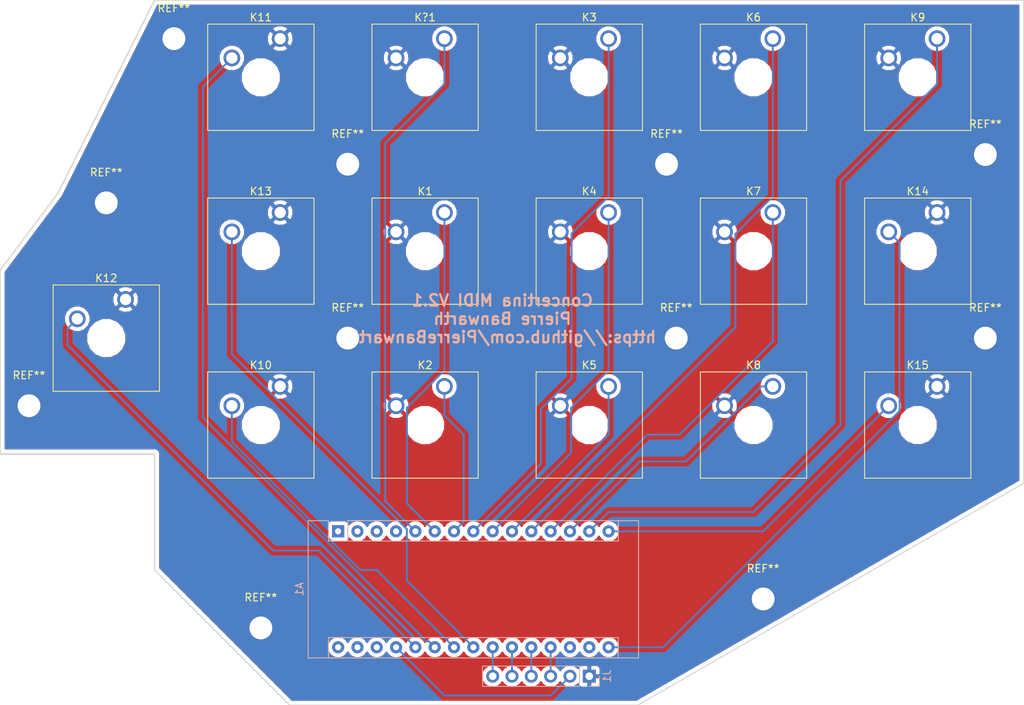
<source format=kicad_pcb>
(kicad_pcb (version 20171130) (host pcbnew 5.0.0-fee4fd1~66~ubuntu18.04.1)

  (general
    (thickness 1.6)
    (drawings 11)
    (tracks 81)
    (zones 0)
    (modules 29)
    (nets 32)
  )

  (page A4)
  (layers
    (0 F.Cu signal)
    (31 B.Cu signal)
    (32 B.Adhes user hide)
    (33 F.Adhes user hide)
    (34 B.Paste user hide)
    (35 F.Paste user hide)
    (36 B.SilkS user hide)
    (37 F.SilkS user hide)
    (38 B.Mask user hide)
    (39 F.Mask user hide)
    (40 Dwgs.User user hide)
    (41 Cmts.User user hide)
    (42 Eco1.User user hide)
    (43 Eco2.User user hide)
    (44 Edge.Cuts user hide)
    (45 Margin user hide)
    (46 B.CrtYd user hide)
    (47 F.CrtYd user)
    (48 B.Fab user hide)
    (49 F.Fab user hide)
  )

  (setup
    (last_trace_width 0.25)
    (trace_clearance 0.2)
    (zone_clearance 0.508)
    (zone_45_only no)
    (trace_min 0.2)
    (segment_width 0.2)
    (edge_width 0.15)
    (via_size 0.8)
    (via_drill 0.4)
    (via_min_size 0.4)
    (via_min_drill 0.3)
    (uvia_size 0.3)
    (uvia_drill 0.1)
    (uvias_allowed no)
    (uvia_min_size 0.2)
    (uvia_min_drill 0.1)
    (pcb_text_width 0.3)
    (pcb_text_size 1.5 1.5)
    (mod_edge_width 0.15)
    (mod_text_size 1 1)
    (mod_text_width 0.15)
    (pad_size 1.524 1.524)
    (pad_drill 0.762)
    (pad_to_mask_clearance 0.2)
    (aux_axis_origin 0 0)
    (visible_elements FFFFF77F)
    (pcbplotparams
      (layerselection 0x010fc_ffffffff)
      (usegerberextensions false)
      (usegerberattributes false)
      (usegerberadvancedattributes false)
      (creategerberjobfile false)
      (excludeedgelayer true)
      (linewidth 0.100000)
      (plotframeref false)
      (viasonmask false)
      (mode 1)
      (useauxorigin false)
      (hpglpennumber 1)
      (hpglpenspeed 20)
      (hpglpendiameter 15.000000)
      (psnegative false)
      (psa4output false)
      (plotreference true)
      (plotvalue true)
      (plotinvisibletext false)
      (padsonsilk false)
      (subtractmaskfromsilk false)
      (outputformat 1)
      (mirror false)
      (drillshape 1)
      (scaleselection 1)
      (outputdirectory ""))
  )

  (net 0 "")
  (net 1 "Net-(A1-Pad1)")
  (net 2 "Net-(A1-Pad17)")
  (net 3 "Net-(A1-Pad2)")
  (net 4 "Net-(A1-Pad18)")
  (net 5 "Net-(A1-Pad3)")
  (net 6 "Net-(A1-Pad19)")
  (net 7 "Net-(A1-Pad4)")
  (net 8 "Net-(A1-Pad20)")
  (net 9 "Net-(A1-Pad5)")
  (net 10 "Net-(A1-Pad21)")
  (net 11 "Net-(A1-Pad6)")
  (net 12 "Net-(A1-Pad22)")
  (net 13 "Net-(A1-Pad7)")
  (net 14 "Net-(A1-Pad23)")
  (net 15 "Net-(A1-Pad8)")
  (net 16 "Net-(A1-Pad24)")
  (net 17 "Net-(A1-Pad9)")
  (net 18 "Net-(A1-Pad25)")
  (net 19 "Net-(A1-Pad10)")
  (net 20 "Net-(A1-Pad26)")
  (net 21 "Net-(A1-Pad11)")
  (net 22 "Net-(A1-Pad27)")
  (net 23 "Net-(A1-Pad12)")
  (net 24 "Net-(A1-Pad28)")
  (net 25 "Net-(A1-Pad13)")
  (net 26 "Net-(A1-Pad29)")
  (net 27 "Net-(A1-Pad14)")
  (net 28 "Net-(A1-Pad30)")
  (net 29 "Net-(A1-Pad15)")
  (net 30 "Net-(A1-Pad16)")
  (net 31 GND)

  (net_class Default "This is the default net class."
    (clearance 0.2)
    (trace_width 0.25)
    (via_dia 0.8)
    (via_drill 0.4)
    (uvia_dia 0.3)
    (uvia_drill 0.1)
    (add_net GND)
    (add_net "Net-(A1-Pad1)")
    (add_net "Net-(A1-Pad10)")
    (add_net "Net-(A1-Pad11)")
    (add_net "Net-(A1-Pad12)")
    (add_net "Net-(A1-Pad13)")
    (add_net "Net-(A1-Pad14)")
    (add_net "Net-(A1-Pad15)")
    (add_net "Net-(A1-Pad16)")
    (add_net "Net-(A1-Pad17)")
    (add_net "Net-(A1-Pad18)")
    (add_net "Net-(A1-Pad19)")
    (add_net "Net-(A1-Pad2)")
    (add_net "Net-(A1-Pad20)")
    (add_net "Net-(A1-Pad21)")
    (add_net "Net-(A1-Pad22)")
    (add_net "Net-(A1-Pad23)")
    (add_net "Net-(A1-Pad24)")
    (add_net "Net-(A1-Pad25)")
    (add_net "Net-(A1-Pad26)")
    (add_net "Net-(A1-Pad27)")
    (add_net "Net-(A1-Pad28)")
    (add_net "Net-(A1-Pad29)")
    (add_net "Net-(A1-Pad3)")
    (add_net "Net-(A1-Pad30)")
    (add_net "Net-(A1-Pad4)")
    (add_net "Net-(A1-Pad5)")
    (add_net "Net-(A1-Pad6)")
    (add_net "Net-(A1-Pad7)")
    (add_net "Net-(A1-Pad8)")
    (add_net "Net-(A1-Pad9)")
  )

  (module MountingHole:MountingHole_3mm (layer F.Cu) (tedit 56D1B4CB) (tstamp 5BEFB695)
    (at 157.48 95.25)
    (descr "Mounting Hole 3mm, no annular")
    (tags "mounting hole 3mm no annular")
    (attr virtual)
    (fp_text reference REF** (at 0 -4) (layer F.SilkS)
      (effects (font (size 1 1) (thickness 0.15)))
    )
    (fp_text value MountingHole_3mm (at 0 4) (layer F.Fab)
      (effects (font (size 1 1) (thickness 0.15)))
    )
    (fp_text user %R (at 0.3 0) (layer F.Fab)
      (effects (font (size 1 1) (thickness 0.15)))
    )
    (fp_circle (center 0 0) (end 3 0) (layer Cmts.User) (width 0.15))
    (fp_circle (center 0 0) (end 3.25 0) (layer F.CrtYd) (width 0.05))
    (pad 1 np_thru_hole circle (at 0 0) (size 3 3) (drill 3) (layers *.Cu *.Mask))
  )

  (module MountingHole:MountingHole_3mm (layer F.Cu) (tedit 56D1B4CB) (tstamp 5BEFB695)
    (at 114.3 95.25)
    (descr "Mounting Hole 3mm, no annular")
    (tags "mounting hole 3mm no annular")
    (attr virtual)
    (fp_text reference REF** (at 0 -4) (layer F.SilkS)
      (effects (font (size 1 1) (thickness 0.15)))
    )
    (fp_text value MountingHole_3mm (at 0 4) (layer F.Fab)
      (effects (font (size 1 1) (thickness 0.15)))
    )
    (fp_text user %R (at 0.3 0) (layer F.Fab)
      (effects (font (size 1 1) (thickness 0.15)))
    )
    (fp_circle (center 0 0) (end 3 0) (layer Cmts.User) (width 0.15))
    (fp_circle (center 0 0) (end 3.25 0) (layer F.CrtYd) (width 0.05))
    (pad 1 np_thru_hole circle (at 0 0) (size 3 3) (drill 3) (layers *.Cu *.Mask))
  )

  (module MountingHole:MountingHole_3mm (layer F.Cu) (tedit 56D1B4CB) (tstamp 5BEFB695)
    (at 156.21 72.39)
    (descr "Mounting Hole 3mm, no annular")
    (tags "mounting hole 3mm no annular")
    (attr virtual)
    (fp_text reference REF** (at 0 -4) (layer F.SilkS)
      (effects (font (size 1 1) (thickness 0.15)))
    )
    (fp_text value MountingHole_3mm (at 0 4) (layer F.Fab)
      (effects (font (size 1 1) (thickness 0.15)))
    )
    (fp_text user %R (at 0.3 0) (layer F.Fab)
      (effects (font (size 1 1) (thickness 0.15)))
    )
    (fp_circle (center 0 0) (end 3 0) (layer Cmts.User) (width 0.15))
    (fp_circle (center 0 0) (end 3.25 0) (layer F.CrtYd) (width 0.05))
    (pad 1 np_thru_hole circle (at 0 0) (size 3 3) (drill 3) (layers *.Cu *.Mask))
  )

  (module MountingHole:MountingHole_3mm (layer F.Cu) (tedit 56D1B4CB) (tstamp 5BEFB695)
    (at 114.3 72.39)
    (descr "Mounting Hole 3mm, no annular")
    (tags "mounting hole 3mm no annular")
    (attr virtual)
    (fp_text reference REF** (at 0 -4) (layer F.SilkS)
      (effects (font (size 1 1) (thickness 0.15)))
    )
    (fp_text value MountingHole_3mm (at 0 4) (layer F.Fab)
      (effects (font (size 1 1) (thickness 0.15)))
    )
    (fp_text user %R (at 0.3 0) (layer F.Fab)
      (effects (font (size 1 1) (thickness 0.15)))
    )
    (fp_circle (center 0 0) (end 3 0) (layer Cmts.User) (width 0.15))
    (fp_circle (center 0 0) (end 3.25 0) (layer F.CrtYd) (width 0.05))
    (pad 1 np_thru_hole circle (at 0 0) (size 3 3) (drill 3) (layers *.Cu *.Mask))
  )

  (module Connector_PinHeader_2.54mm:PinHeader_1x06_P2.54mm_Vertical (layer B.Cu) (tedit 59FED5CC) (tstamp 5BDEBCF9)
    (at 146.05 139.7 90)
    (descr "Through hole straight pin header, 1x06, 2.54mm pitch, single row")
    (tags "Through hole pin header THT 1x06 2.54mm single row")
    (path /5BDF1B99)
    (fp_text reference J1 (at 0 2.33 90) (layer B.SilkS)
      (effects (font (size 1 1) (thickness 0.15)) (justify mirror))
    )
    (fp_text value Conn_01x06_Male (at 0 -15.03 90) (layer B.Fab)
      (effects (font (size 1 1) (thickness 0.15)) (justify mirror))
    )
    (fp_text user %R (at 0 -6.35) (layer B.Fab)
      (effects (font (size 1 1) (thickness 0.15)) (justify mirror))
    )
    (fp_line (start 1.8 1.8) (end -1.8 1.8) (layer B.CrtYd) (width 0.05))
    (fp_line (start 1.8 -14.5) (end 1.8 1.8) (layer B.CrtYd) (width 0.05))
    (fp_line (start -1.8 -14.5) (end 1.8 -14.5) (layer B.CrtYd) (width 0.05))
    (fp_line (start -1.8 1.8) (end -1.8 -14.5) (layer B.CrtYd) (width 0.05))
    (fp_line (start -1.33 1.33) (end 0 1.33) (layer B.SilkS) (width 0.12))
    (fp_line (start -1.33 0) (end -1.33 1.33) (layer B.SilkS) (width 0.12))
    (fp_line (start -1.33 -1.27) (end 1.33 -1.27) (layer B.SilkS) (width 0.12))
    (fp_line (start 1.33 -1.27) (end 1.33 -14.03) (layer B.SilkS) (width 0.12))
    (fp_line (start -1.33 -1.27) (end -1.33 -14.03) (layer B.SilkS) (width 0.12))
    (fp_line (start -1.33 -14.03) (end 1.33 -14.03) (layer B.SilkS) (width 0.12))
    (fp_line (start -1.27 0.635) (end -0.635 1.27) (layer B.Fab) (width 0.1))
    (fp_line (start -1.27 -13.97) (end -1.27 0.635) (layer B.Fab) (width 0.1))
    (fp_line (start 1.27 -13.97) (end -1.27 -13.97) (layer B.Fab) (width 0.1))
    (fp_line (start 1.27 1.27) (end 1.27 -13.97) (layer B.Fab) (width 0.1))
    (fp_line (start -0.635 1.27) (end 1.27 1.27) (layer B.Fab) (width 0.1))
    (pad 6 thru_hole oval (at 0 -12.7 90) (size 1.7 1.7) (drill 1) (layers *.Cu *.Mask)
      (net 12 "Net-(A1-Pad22)"))
    (pad 5 thru_hole oval (at 0 -10.16 90) (size 1.7 1.7) (drill 1) (layers *.Cu *.Mask)
      (net 10 "Net-(A1-Pad21)"))
    (pad 4 thru_hole oval (at 0 -7.62 90) (size 1.7 1.7) (drill 1) (layers *.Cu *.Mask)
      (net 8 "Net-(A1-Pad20)"))
    (pad 3 thru_hole oval (at 0 -5.08 90) (size 1.7 1.7) (drill 1) (layers *.Cu *.Mask)
      (net 6 "Net-(A1-Pad19)"))
    (pad 2 thru_hole oval (at 0 -2.54 90) (size 1.7 1.7) (drill 1) (layers *.Cu *.Mask)
      (net 22 "Net-(A1-Pad27)"))
    (pad 1 thru_hole rect (at 0 0 90) (size 1.7 1.7) (drill 1) (layers *.Cu *.Mask)
      (net 31 GND))
    (model ${KISYS3DMOD}/Connector_PinHeader_2.54mm.3dshapes/PinHeader_1x06_P2.54mm_Vertical.wrl
      (at (xyz 0 0 0))
      (scale (xyz 1 1 1))
      (rotate (xyz 0 0 0))
    )
  )

  (module Module:Arduino_Nano (layer B.Cu) (tedit 58ACAF70) (tstamp 5BDEBCDD)
    (at 113.03 120.65 270)
    (descr "Arduino Nano, http://www.mouser.com/pdfdocs/Gravitech_Arduino_Nano3_0.pdf")
    (tags "Arduino Nano")
    (path /5BD9DC53)
    (fp_text reference A1 (at 7.62 5.08 270) (layer B.SilkS)
      (effects (font (size 1 1) (thickness 0.15)) (justify mirror))
    )
    (fp_text value Arduino_Nano_v3.x (at 8.89 -19.05 180) (layer B.Fab)
      (effects (font (size 1 1) (thickness 0.15)) (justify mirror))
    )
    (fp_text user %R (at 6.35 -19.05 180) (layer B.Fab)
      (effects (font (size 1 1) (thickness 0.15)) (justify mirror))
    )
    (fp_line (start 1.27 -1.27) (end 1.27 1.27) (layer B.SilkS) (width 0.12))
    (fp_line (start 1.27 1.27) (end -1.4 1.27) (layer B.SilkS) (width 0.12))
    (fp_line (start -1.4 -1.27) (end -1.4 -39.5) (layer B.SilkS) (width 0.12))
    (fp_line (start -1.4 3.94) (end -1.4 1.27) (layer B.SilkS) (width 0.12))
    (fp_line (start 13.97 1.27) (end 16.64 1.27) (layer B.SilkS) (width 0.12))
    (fp_line (start 13.97 1.27) (end 13.97 -36.83) (layer B.SilkS) (width 0.12))
    (fp_line (start 13.97 -36.83) (end 16.64 -36.83) (layer B.SilkS) (width 0.12))
    (fp_line (start 1.27 -1.27) (end -1.4 -1.27) (layer B.SilkS) (width 0.12))
    (fp_line (start 1.27 -1.27) (end 1.27 -36.83) (layer B.SilkS) (width 0.12))
    (fp_line (start 1.27 -36.83) (end -1.4 -36.83) (layer B.SilkS) (width 0.12))
    (fp_line (start 3.81 -31.75) (end 11.43 -31.75) (layer B.Fab) (width 0.1))
    (fp_line (start 11.43 -31.75) (end 11.43 -41.91) (layer B.Fab) (width 0.1))
    (fp_line (start 11.43 -41.91) (end 3.81 -41.91) (layer B.Fab) (width 0.1))
    (fp_line (start 3.81 -41.91) (end 3.81 -31.75) (layer B.Fab) (width 0.1))
    (fp_line (start -1.4 -39.5) (end 16.64 -39.5) (layer B.SilkS) (width 0.12))
    (fp_line (start 16.64 -39.5) (end 16.64 3.94) (layer B.SilkS) (width 0.12))
    (fp_line (start 16.64 3.94) (end -1.4 3.94) (layer B.SilkS) (width 0.12))
    (fp_line (start 16.51 -39.37) (end -1.27 -39.37) (layer B.Fab) (width 0.1))
    (fp_line (start -1.27 -39.37) (end -1.27 2.54) (layer B.Fab) (width 0.1))
    (fp_line (start -1.27 2.54) (end 0 3.81) (layer B.Fab) (width 0.1))
    (fp_line (start 0 3.81) (end 16.51 3.81) (layer B.Fab) (width 0.1))
    (fp_line (start 16.51 3.81) (end 16.51 -39.37) (layer B.Fab) (width 0.1))
    (fp_line (start -1.53 4.06) (end 16.75 4.06) (layer B.CrtYd) (width 0.05))
    (fp_line (start -1.53 4.06) (end -1.53 -42.16) (layer B.CrtYd) (width 0.05))
    (fp_line (start 16.75 -42.16) (end 16.75 4.06) (layer B.CrtYd) (width 0.05))
    (fp_line (start 16.75 -42.16) (end -1.53 -42.16) (layer B.CrtYd) (width 0.05))
    (pad 1 thru_hole rect (at 0 0 270) (size 1.6 1.6) (drill 0.8) (layers *.Cu *.Mask)
      (net 1 "Net-(A1-Pad1)"))
    (pad 17 thru_hole oval (at 15.24 -33.02 270) (size 1.6 1.6) (drill 0.8) (layers *.Cu *.Mask)
      (net 2 "Net-(A1-Pad17)"))
    (pad 2 thru_hole oval (at 0 -2.54 270) (size 1.6 1.6) (drill 0.8) (layers *.Cu *.Mask)
      (net 3 "Net-(A1-Pad2)"))
    (pad 18 thru_hole oval (at 15.24 -30.48 270) (size 1.6 1.6) (drill 0.8) (layers *.Cu *.Mask)
      (net 4 "Net-(A1-Pad18)"))
    (pad 3 thru_hole oval (at 0 -5.08 270) (size 1.6 1.6) (drill 0.8) (layers *.Cu *.Mask)
      (net 5 "Net-(A1-Pad3)"))
    (pad 19 thru_hole oval (at 15.24 -27.94 270) (size 1.6 1.6) (drill 0.8) (layers *.Cu *.Mask)
      (net 6 "Net-(A1-Pad19)"))
    (pad 4 thru_hole oval (at 0 -7.62 270) (size 1.6 1.6) (drill 0.8) (layers *.Cu *.Mask)
      (net 7 "Net-(A1-Pad4)"))
    (pad 20 thru_hole oval (at 15.24 -25.4 270) (size 1.6 1.6) (drill 0.8) (layers *.Cu *.Mask)
      (net 8 "Net-(A1-Pad20)"))
    (pad 5 thru_hole oval (at 0 -10.16 270) (size 1.6 1.6) (drill 0.8) (layers *.Cu *.Mask)
      (net 9 "Net-(A1-Pad5)"))
    (pad 21 thru_hole oval (at 15.24 -22.86 270) (size 1.6 1.6) (drill 0.8) (layers *.Cu *.Mask)
      (net 10 "Net-(A1-Pad21)"))
    (pad 6 thru_hole oval (at 0 -12.7 270) (size 1.6 1.6) (drill 0.8) (layers *.Cu *.Mask)
      (net 11 "Net-(A1-Pad6)"))
    (pad 22 thru_hole oval (at 15.24 -20.32 270) (size 1.6 1.6) (drill 0.8) (layers *.Cu *.Mask)
      (net 12 "Net-(A1-Pad22)"))
    (pad 7 thru_hole oval (at 0 -15.24 270) (size 1.6 1.6) (drill 0.8) (layers *.Cu *.Mask)
      (net 13 "Net-(A1-Pad7)"))
    (pad 23 thru_hole oval (at 15.24 -17.78 270) (size 1.6 1.6) (drill 0.8) (layers *.Cu *.Mask)
      (net 14 "Net-(A1-Pad23)"))
    (pad 8 thru_hole oval (at 0 -17.78 270) (size 1.6 1.6) (drill 0.8) (layers *.Cu *.Mask)
      (net 15 "Net-(A1-Pad8)"))
    (pad 24 thru_hole oval (at 15.24 -15.24 270) (size 1.6 1.6) (drill 0.8) (layers *.Cu *.Mask)
      (net 16 "Net-(A1-Pad24)"))
    (pad 9 thru_hole oval (at 0 -20.32 270) (size 1.6 1.6) (drill 0.8) (layers *.Cu *.Mask)
      (net 17 "Net-(A1-Pad9)"))
    (pad 25 thru_hole oval (at 15.24 -12.7 270) (size 1.6 1.6) (drill 0.8) (layers *.Cu *.Mask)
      (net 18 "Net-(A1-Pad25)"))
    (pad 10 thru_hole oval (at 0 -22.86 270) (size 1.6 1.6) (drill 0.8) (layers *.Cu *.Mask)
      (net 19 "Net-(A1-Pad10)"))
    (pad 26 thru_hole oval (at 15.24 -10.16 270) (size 1.6 1.6) (drill 0.8) (layers *.Cu *.Mask)
      (net 20 "Net-(A1-Pad26)"))
    (pad 11 thru_hole oval (at 0 -25.4 270) (size 1.6 1.6) (drill 0.8) (layers *.Cu *.Mask)
      (net 21 "Net-(A1-Pad11)"))
    (pad 27 thru_hole oval (at 15.24 -7.62 270) (size 1.6 1.6) (drill 0.8) (layers *.Cu *.Mask)
      (net 22 "Net-(A1-Pad27)"))
    (pad 12 thru_hole oval (at 0 -27.94 270) (size 1.6 1.6) (drill 0.8) (layers *.Cu *.Mask)
      (net 23 "Net-(A1-Pad12)"))
    (pad 28 thru_hole oval (at 15.24 -5.08 270) (size 1.6 1.6) (drill 0.8) (layers *.Cu *.Mask)
      (net 24 "Net-(A1-Pad28)"))
    (pad 13 thru_hole oval (at 0 -30.48 270) (size 1.6 1.6) (drill 0.8) (layers *.Cu *.Mask)
      (net 25 "Net-(A1-Pad13)"))
    (pad 29 thru_hole oval (at 15.24 -2.54 270) (size 1.6 1.6) (drill 0.8) (layers *.Cu *.Mask)
      (net 26 "Net-(A1-Pad29)"))
    (pad 14 thru_hole oval (at 0 -33.02 270) (size 1.6 1.6) (drill 0.8) (layers *.Cu *.Mask)
      (net 27 "Net-(A1-Pad14)"))
    (pad 30 thru_hole oval (at 15.24 0 270) (size 1.6 1.6) (drill 0.8) (layers *.Cu *.Mask)
      (net 28 "Net-(A1-Pad30)"))
    (pad 15 thru_hole oval (at 0 -35.56 270) (size 1.6 1.6) (drill 0.8) (layers *.Cu *.Mask)
      (net 29 "Net-(A1-Pad15)"))
    (pad 16 thru_hole oval (at 15.24 -35.56 270) (size 1.6 1.6) (drill 0.8) (layers *.Cu *.Mask)
      (net 30 "Net-(A1-Pad16)"))
    (model ${KISYS3DMOD}/Module.3dshapes/Arduino_Nano_WithMountingHoles.wrl
      (at (xyz 0 0 0))
      (scale (xyz 1 1 1))
      (rotate (xyz 0 0 0))
    )
  )

  (module Button_Switch_Keyboard:SW_Cherry_MX1A_1.00u_Plate (layer F.Cu) (tedit 5A02FE24) (tstamp 5BDEBD11)
    (at 127 78.74)
    (descr "Cherry MX keyswitch, MX1A, 1.00u, plate mount, http://cherryamericas.com/wp-content/uploads/2014/12/mx_cat.pdf")
    (tags "cherry mx keyswitch MX1A 1.00u plate")
    (path /5BD9E4F8)
    (fp_text reference K1 (at -2.54 -2.794) (layer F.SilkS)
      (effects (font (size 1 1) (thickness 0.15)))
    )
    (fp_text value KEYSW (at -2.54 12.954) (layer F.Fab)
      (effects (font (size 1 1) (thickness 0.15)))
    )
    (fp_text user %R (at -2.54 -2.794) (layer F.Fab)
      (effects (font (size 1 1) (thickness 0.15)))
    )
    (fp_line (start -8.89 -1.27) (end 3.81 -1.27) (layer F.Fab) (width 0.15))
    (fp_line (start 3.81 -1.27) (end 3.81 11.43) (layer F.Fab) (width 0.15))
    (fp_line (start 3.81 11.43) (end -8.89 11.43) (layer F.Fab) (width 0.15))
    (fp_line (start -8.89 11.43) (end -8.89 -1.27) (layer F.Fab) (width 0.15))
    (fp_line (start -9.14 11.68) (end -9.14 -1.52) (layer F.CrtYd) (width 0.05))
    (fp_line (start 4.06 11.68) (end -9.14 11.68) (layer F.CrtYd) (width 0.05))
    (fp_line (start 4.06 -1.52) (end 4.06 11.68) (layer F.CrtYd) (width 0.05))
    (fp_line (start -9.14 -1.52) (end 4.06 -1.52) (layer F.CrtYd) (width 0.05))
    (fp_line (start -12.065 -4.445) (end 6.985 -4.445) (layer Dwgs.User) (width 0.15))
    (fp_line (start 6.985 -4.445) (end 6.985 14.605) (layer Dwgs.User) (width 0.15))
    (fp_line (start 6.985 14.605) (end -12.065 14.605) (layer Dwgs.User) (width 0.15))
    (fp_line (start -12.065 14.605) (end -12.065 -4.445) (layer Dwgs.User) (width 0.15))
    (fp_line (start -9.525 -1.905) (end 4.445 -1.905) (layer F.SilkS) (width 0.12))
    (fp_line (start 4.445 -1.905) (end 4.445 12.065) (layer F.SilkS) (width 0.12))
    (fp_line (start 4.445 12.065) (end -9.525 12.065) (layer F.SilkS) (width 0.12))
    (fp_line (start -9.525 12.065) (end -9.525 -1.905) (layer F.SilkS) (width 0.12))
    (pad 1 thru_hole circle (at 0 0) (size 2.2 2.2) (drill 1.5) (layers *.Cu *.Mask)
      (net 11 "Net-(A1-Pad6)"))
    (pad 2 thru_hole circle (at -6.35 2.54) (size 2.2 2.2) (drill 1.5) (layers *.Cu *.Mask)
      (net 31 GND))
    (pad "" np_thru_hole circle (at -2.54 5.08) (size 4 4) (drill 4) (layers *.Cu *.Mask))
    (model ${KISYS3DMOD}/Button_Switch_Keyboard.3dshapes/SW_Cherry_MX1A_1.00u_Plate.wrl
      (at (xyz 0 0 0))
      (scale (xyz 1 1 1))
      (rotate (xyz 0 0 0))
    )
  )

  (module Button_Switch_Keyboard:SW_Cherry_MX1A_1.00u_Plate (layer F.Cu) (tedit 5A02FE24) (tstamp 5BDEBD29)
    (at 127 101.6)
    (descr "Cherry MX keyswitch, MX1A, 1.00u, plate mount, http://cherryamericas.com/wp-content/uploads/2014/12/mx_cat.pdf")
    (tags "cherry mx keyswitch MX1A 1.00u plate")
    (path /5BD9E528)
    (fp_text reference K2 (at -2.54 -2.794) (layer F.SilkS)
      (effects (font (size 1 1) (thickness 0.15)))
    )
    (fp_text value KEYSW (at -2.54 12.954) (layer F.Fab)
      (effects (font (size 1 1) (thickness 0.15)))
    )
    (fp_line (start -9.525 12.065) (end -9.525 -1.905) (layer F.SilkS) (width 0.12))
    (fp_line (start 4.445 12.065) (end -9.525 12.065) (layer F.SilkS) (width 0.12))
    (fp_line (start 4.445 -1.905) (end 4.445 12.065) (layer F.SilkS) (width 0.12))
    (fp_line (start -9.525 -1.905) (end 4.445 -1.905) (layer F.SilkS) (width 0.12))
    (fp_line (start -12.065 14.605) (end -12.065 -4.445) (layer Dwgs.User) (width 0.15))
    (fp_line (start 6.985 14.605) (end -12.065 14.605) (layer Dwgs.User) (width 0.15))
    (fp_line (start 6.985 -4.445) (end 6.985 14.605) (layer Dwgs.User) (width 0.15))
    (fp_line (start -12.065 -4.445) (end 6.985 -4.445) (layer Dwgs.User) (width 0.15))
    (fp_line (start -9.14 -1.52) (end 4.06 -1.52) (layer F.CrtYd) (width 0.05))
    (fp_line (start 4.06 -1.52) (end 4.06 11.68) (layer F.CrtYd) (width 0.05))
    (fp_line (start 4.06 11.68) (end -9.14 11.68) (layer F.CrtYd) (width 0.05))
    (fp_line (start -9.14 11.68) (end -9.14 -1.52) (layer F.CrtYd) (width 0.05))
    (fp_line (start -8.89 11.43) (end -8.89 -1.27) (layer F.Fab) (width 0.15))
    (fp_line (start 3.81 11.43) (end -8.89 11.43) (layer F.Fab) (width 0.15))
    (fp_line (start 3.81 -1.27) (end 3.81 11.43) (layer F.Fab) (width 0.15))
    (fp_line (start -8.89 -1.27) (end 3.81 -1.27) (layer F.Fab) (width 0.15))
    (fp_text user %R (at -2.54 -2.794) (layer F.Fab)
      (effects (font (size 1 1) (thickness 0.15)))
    )
    (pad "" np_thru_hole circle (at -2.54 5.08) (size 4 4) (drill 4) (layers *.Cu *.Mask))
    (pad 2 thru_hole circle (at -6.35 2.54) (size 2.2 2.2) (drill 1.5) (layers *.Cu *.Mask)
      (net 31 GND))
    (pad 1 thru_hole circle (at 0 0) (size 2.2 2.2) (drill 1.5) (layers *.Cu *.Mask)
      (net 13 "Net-(A1-Pad7)"))
    (model ${KISYS3DMOD}/Button_Switch_Keyboard.3dshapes/SW_Cherry_MX1A_1.00u_Plate.wrl
      (at (xyz 0 0 0))
      (scale (xyz 1 1 1))
      (rotate (xyz 0 0 0))
    )
  )

  (module Button_Switch_Keyboard:SW_Cherry_MX1A_1.00u_Plate (layer F.Cu) (tedit 5A02FE24) (tstamp 5BDEBD41)
    (at 148.59 55.88)
    (descr "Cherry MX keyswitch, MX1A, 1.00u, plate mount, http://cherryamericas.com/wp-content/uploads/2014/12/mx_cat.pdf")
    (tags "cherry mx keyswitch MX1A 1.00u plate")
    (path /5BD9E553)
    (fp_text reference K3 (at -2.54 -2.794) (layer F.SilkS)
      (effects (font (size 1 1) (thickness 0.15)))
    )
    (fp_text value KEYSW (at -2.54 12.954) (layer F.Fab)
      (effects (font (size 1 1) (thickness 0.15)))
    )
    (fp_text user %R (at -2.54 -2.794) (layer F.Fab)
      (effects (font (size 1 1) (thickness 0.15)))
    )
    (fp_line (start -8.89 -1.27) (end 3.81 -1.27) (layer F.Fab) (width 0.15))
    (fp_line (start 3.81 -1.27) (end 3.81 11.43) (layer F.Fab) (width 0.15))
    (fp_line (start 3.81 11.43) (end -8.89 11.43) (layer F.Fab) (width 0.15))
    (fp_line (start -8.89 11.43) (end -8.89 -1.27) (layer F.Fab) (width 0.15))
    (fp_line (start -9.14 11.68) (end -9.14 -1.52) (layer F.CrtYd) (width 0.05))
    (fp_line (start 4.06 11.68) (end -9.14 11.68) (layer F.CrtYd) (width 0.05))
    (fp_line (start 4.06 -1.52) (end 4.06 11.68) (layer F.CrtYd) (width 0.05))
    (fp_line (start -9.14 -1.52) (end 4.06 -1.52) (layer F.CrtYd) (width 0.05))
    (fp_line (start -12.065 -4.445) (end 6.985 -4.445) (layer Dwgs.User) (width 0.15))
    (fp_line (start 6.985 -4.445) (end 6.985 14.605) (layer Dwgs.User) (width 0.15))
    (fp_line (start 6.985 14.605) (end -12.065 14.605) (layer Dwgs.User) (width 0.15))
    (fp_line (start -12.065 14.605) (end -12.065 -4.445) (layer Dwgs.User) (width 0.15))
    (fp_line (start -9.525 -1.905) (end 4.445 -1.905) (layer F.SilkS) (width 0.12))
    (fp_line (start 4.445 -1.905) (end 4.445 12.065) (layer F.SilkS) (width 0.12))
    (fp_line (start 4.445 12.065) (end -9.525 12.065) (layer F.SilkS) (width 0.12))
    (fp_line (start -9.525 12.065) (end -9.525 -1.905) (layer F.SilkS) (width 0.12))
    (pad 1 thru_hole circle (at 0 0) (size 2.2 2.2) (drill 1.5) (layers *.Cu *.Mask)
      (net 15 "Net-(A1-Pad8)"))
    (pad 2 thru_hole circle (at -6.35 2.54) (size 2.2 2.2) (drill 1.5) (layers *.Cu *.Mask)
      (net 31 GND))
    (pad "" np_thru_hole circle (at -2.54 5.08) (size 4 4) (drill 4) (layers *.Cu *.Mask))
    (model ${KISYS3DMOD}/Button_Switch_Keyboard.3dshapes/SW_Cherry_MX1A_1.00u_Plate.wrl
      (at (xyz 0 0 0))
      (scale (xyz 1 1 1))
      (rotate (xyz 0 0 0))
    )
  )

  (module Button_Switch_Keyboard:SW_Cherry_MX1A_1.00u_Plate (layer F.Cu) (tedit 5A02FE24) (tstamp 5BDEBD59)
    (at 148.59 78.74)
    (descr "Cherry MX keyswitch, MX1A, 1.00u, plate mount, http://cherryamericas.com/wp-content/uploads/2014/12/mx_cat.pdf")
    (tags "cherry mx keyswitch MX1A 1.00u plate")
    (path /5BD9E57A)
    (fp_text reference K4 (at -2.54 -2.794) (layer F.SilkS)
      (effects (font (size 1 1) (thickness 0.15)))
    )
    (fp_text value KEYSW (at -2.54 12.954) (layer F.Fab)
      (effects (font (size 1 1) (thickness 0.15)))
    )
    (fp_line (start -9.525 12.065) (end -9.525 -1.905) (layer F.SilkS) (width 0.12))
    (fp_line (start 4.445 12.065) (end -9.525 12.065) (layer F.SilkS) (width 0.12))
    (fp_line (start 4.445 -1.905) (end 4.445 12.065) (layer F.SilkS) (width 0.12))
    (fp_line (start -9.525 -1.905) (end 4.445 -1.905) (layer F.SilkS) (width 0.12))
    (fp_line (start -12.065 14.605) (end -12.065 -4.445) (layer Dwgs.User) (width 0.15))
    (fp_line (start 6.985 14.605) (end -12.065 14.605) (layer Dwgs.User) (width 0.15))
    (fp_line (start 6.985 -4.445) (end 6.985 14.605) (layer Dwgs.User) (width 0.15))
    (fp_line (start -12.065 -4.445) (end 6.985 -4.445) (layer Dwgs.User) (width 0.15))
    (fp_line (start -9.14 -1.52) (end 4.06 -1.52) (layer F.CrtYd) (width 0.05))
    (fp_line (start 4.06 -1.52) (end 4.06 11.68) (layer F.CrtYd) (width 0.05))
    (fp_line (start 4.06 11.68) (end -9.14 11.68) (layer F.CrtYd) (width 0.05))
    (fp_line (start -9.14 11.68) (end -9.14 -1.52) (layer F.CrtYd) (width 0.05))
    (fp_line (start -8.89 11.43) (end -8.89 -1.27) (layer F.Fab) (width 0.15))
    (fp_line (start 3.81 11.43) (end -8.89 11.43) (layer F.Fab) (width 0.15))
    (fp_line (start 3.81 -1.27) (end 3.81 11.43) (layer F.Fab) (width 0.15))
    (fp_line (start -8.89 -1.27) (end 3.81 -1.27) (layer F.Fab) (width 0.15))
    (fp_text user %R (at -2.54 -2.794) (layer F.Fab)
      (effects (font (size 1 1) (thickness 0.15)))
    )
    (pad "" np_thru_hole circle (at -2.54 5.08) (size 4 4) (drill 4) (layers *.Cu *.Mask))
    (pad 2 thru_hole circle (at -6.35 2.54) (size 2.2 2.2) (drill 1.5) (layers *.Cu *.Mask)
      (net 31 GND))
    (pad 1 thru_hole circle (at 0 0) (size 2.2 2.2) (drill 1.5) (layers *.Cu *.Mask)
      (net 17 "Net-(A1-Pad9)"))
    (model ${KISYS3DMOD}/Button_Switch_Keyboard.3dshapes/SW_Cherry_MX1A_1.00u_Plate.wrl
      (at (xyz 0 0 0))
      (scale (xyz 1 1 1))
      (rotate (xyz 0 0 0))
    )
  )

  (module Button_Switch_Keyboard:SW_Cherry_MX1A_1.00u_Plate (layer F.Cu) (tedit 5A02FE24) (tstamp 5BDEBD71)
    (at 148.59 101.6)
    (descr "Cherry MX keyswitch, MX1A, 1.00u, plate mount, http://cherryamericas.com/wp-content/uploads/2014/12/mx_cat.pdf")
    (tags "cherry mx keyswitch MX1A 1.00u plate")
    (path /5BD9E6B1)
    (fp_text reference K5 (at -2.54 -2.794) (layer F.SilkS)
      (effects (font (size 1 1) (thickness 0.15)))
    )
    (fp_text value KEYSW (at -2.54 12.954) (layer F.Fab)
      (effects (font (size 1 1) (thickness 0.15)))
    )
    (fp_text user %R (at -2.54 -2.794) (layer F.Fab)
      (effects (font (size 1 1) (thickness 0.15)))
    )
    (fp_line (start -8.89 -1.27) (end 3.81 -1.27) (layer F.Fab) (width 0.15))
    (fp_line (start 3.81 -1.27) (end 3.81 11.43) (layer F.Fab) (width 0.15))
    (fp_line (start 3.81 11.43) (end -8.89 11.43) (layer F.Fab) (width 0.15))
    (fp_line (start -8.89 11.43) (end -8.89 -1.27) (layer F.Fab) (width 0.15))
    (fp_line (start -9.14 11.68) (end -9.14 -1.52) (layer F.CrtYd) (width 0.05))
    (fp_line (start 4.06 11.68) (end -9.14 11.68) (layer F.CrtYd) (width 0.05))
    (fp_line (start 4.06 -1.52) (end 4.06 11.68) (layer F.CrtYd) (width 0.05))
    (fp_line (start -9.14 -1.52) (end 4.06 -1.52) (layer F.CrtYd) (width 0.05))
    (fp_line (start -12.065 -4.445) (end 6.985 -4.445) (layer Dwgs.User) (width 0.15))
    (fp_line (start 6.985 -4.445) (end 6.985 14.605) (layer Dwgs.User) (width 0.15))
    (fp_line (start 6.985 14.605) (end -12.065 14.605) (layer Dwgs.User) (width 0.15))
    (fp_line (start -12.065 14.605) (end -12.065 -4.445) (layer Dwgs.User) (width 0.15))
    (fp_line (start -9.525 -1.905) (end 4.445 -1.905) (layer F.SilkS) (width 0.12))
    (fp_line (start 4.445 -1.905) (end 4.445 12.065) (layer F.SilkS) (width 0.12))
    (fp_line (start 4.445 12.065) (end -9.525 12.065) (layer F.SilkS) (width 0.12))
    (fp_line (start -9.525 12.065) (end -9.525 -1.905) (layer F.SilkS) (width 0.12))
    (pad 1 thru_hole circle (at 0 0) (size 2.2 2.2) (drill 1.5) (layers *.Cu *.Mask)
      (net 19 "Net-(A1-Pad10)"))
    (pad 2 thru_hole circle (at -6.35 2.54) (size 2.2 2.2) (drill 1.5) (layers *.Cu *.Mask)
      (net 31 GND))
    (pad "" np_thru_hole circle (at -2.54 5.08) (size 4 4) (drill 4) (layers *.Cu *.Mask))
    (model ${KISYS3DMOD}/Button_Switch_Keyboard.3dshapes/SW_Cherry_MX1A_1.00u_Plate.wrl
      (at (xyz 0 0 0))
      (scale (xyz 1 1 1))
      (rotate (xyz 0 0 0))
    )
  )

  (module Button_Switch_Keyboard:SW_Cherry_MX1A_1.00u_Plate (layer F.Cu) (tedit 5A02FE24) (tstamp 5BDEBD89)
    (at 170.18 55.88)
    (descr "Cherry MX keyswitch, MX1A, 1.00u, plate mount, http://cherryamericas.com/wp-content/uploads/2014/12/mx_cat.pdf")
    (tags "cherry mx keyswitch MX1A 1.00u plate")
    (path /5BD9E6BE)
    (fp_text reference K6 (at -2.54 -2.794) (layer F.SilkS)
      (effects (font (size 1 1) (thickness 0.15)))
    )
    (fp_text value KEYSW (at -2.54 12.954) (layer F.Fab)
      (effects (font (size 1 1) (thickness 0.15)))
    )
    (fp_line (start -9.525 12.065) (end -9.525 -1.905) (layer F.SilkS) (width 0.12))
    (fp_line (start 4.445 12.065) (end -9.525 12.065) (layer F.SilkS) (width 0.12))
    (fp_line (start 4.445 -1.905) (end 4.445 12.065) (layer F.SilkS) (width 0.12))
    (fp_line (start -9.525 -1.905) (end 4.445 -1.905) (layer F.SilkS) (width 0.12))
    (fp_line (start -12.065 14.605) (end -12.065 -4.445) (layer Dwgs.User) (width 0.15))
    (fp_line (start 6.985 14.605) (end -12.065 14.605) (layer Dwgs.User) (width 0.15))
    (fp_line (start 6.985 -4.445) (end 6.985 14.605) (layer Dwgs.User) (width 0.15))
    (fp_line (start -12.065 -4.445) (end 6.985 -4.445) (layer Dwgs.User) (width 0.15))
    (fp_line (start -9.14 -1.52) (end 4.06 -1.52) (layer F.CrtYd) (width 0.05))
    (fp_line (start 4.06 -1.52) (end 4.06 11.68) (layer F.CrtYd) (width 0.05))
    (fp_line (start 4.06 11.68) (end -9.14 11.68) (layer F.CrtYd) (width 0.05))
    (fp_line (start -9.14 11.68) (end -9.14 -1.52) (layer F.CrtYd) (width 0.05))
    (fp_line (start -8.89 11.43) (end -8.89 -1.27) (layer F.Fab) (width 0.15))
    (fp_line (start 3.81 11.43) (end -8.89 11.43) (layer F.Fab) (width 0.15))
    (fp_line (start 3.81 -1.27) (end 3.81 11.43) (layer F.Fab) (width 0.15))
    (fp_line (start -8.89 -1.27) (end 3.81 -1.27) (layer F.Fab) (width 0.15))
    (fp_text user %R (at -2.54 -2.794) (layer F.Fab)
      (effects (font (size 1 1) (thickness 0.15)))
    )
    (pad "" np_thru_hole circle (at -2.54 5.08) (size 4 4) (drill 4) (layers *.Cu *.Mask))
    (pad 2 thru_hole circle (at -6.35 2.54) (size 2.2 2.2) (drill 1.5) (layers *.Cu *.Mask)
      (net 31 GND))
    (pad 1 thru_hole circle (at 0 0) (size 2.2 2.2) (drill 1.5) (layers *.Cu *.Mask)
      (net 21 "Net-(A1-Pad11)"))
    (model ${KISYS3DMOD}/Button_Switch_Keyboard.3dshapes/SW_Cherry_MX1A_1.00u_Plate.wrl
      (at (xyz 0 0 0))
      (scale (xyz 1 1 1))
      (rotate (xyz 0 0 0))
    )
  )

  (module Button_Switch_Keyboard:SW_Cherry_MX1A_1.00u_Plate (layer F.Cu) (tedit 5A02FE24) (tstamp 5BDEBDA1)
    (at 170.18 78.74)
    (descr "Cherry MX keyswitch, MX1A, 1.00u, plate mount, http://cherryamericas.com/wp-content/uploads/2014/12/mx_cat.pdf")
    (tags "cherry mx keyswitch MX1A 1.00u plate")
    (path /5BD9E6CB)
    (fp_text reference K7 (at -2.54 -2.794) (layer F.SilkS)
      (effects (font (size 1 1) (thickness 0.15)))
    )
    (fp_text value KEYSW (at -2.54 12.954) (layer F.Fab)
      (effects (font (size 1 1) (thickness 0.15)))
    )
    (fp_text user %R (at -2.54 -2.794) (layer F.Fab)
      (effects (font (size 1 1) (thickness 0.15)))
    )
    (fp_line (start -8.89 -1.27) (end 3.81 -1.27) (layer F.Fab) (width 0.15))
    (fp_line (start 3.81 -1.27) (end 3.81 11.43) (layer F.Fab) (width 0.15))
    (fp_line (start 3.81 11.43) (end -8.89 11.43) (layer F.Fab) (width 0.15))
    (fp_line (start -8.89 11.43) (end -8.89 -1.27) (layer F.Fab) (width 0.15))
    (fp_line (start -9.14 11.68) (end -9.14 -1.52) (layer F.CrtYd) (width 0.05))
    (fp_line (start 4.06 11.68) (end -9.14 11.68) (layer F.CrtYd) (width 0.05))
    (fp_line (start 4.06 -1.52) (end 4.06 11.68) (layer F.CrtYd) (width 0.05))
    (fp_line (start -9.14 -1.52) (end 4.06 -1.52) (layer F.CrtYd) (width 0.05))
    (fp_line (start -12.065 -4.445) (end 6.985 -4.445) (layer Dwgs.User) (width 0.15))
    (fp_line (start 6.985 -4.445) (end 6.985 14.605) (layer Dwgs.User) (width 0.15))
    (fp_line (start 6.985 14.605) (end -12.065 14.605) (layer Dwgs.User) (width 0.15))
    (fp_line (start -12.065 14.605) (end -12.065 -4.445) (layer Dwgs.User) (width 0.15))
    (fp_line (start -9.525 -1.905) (end 4.445 -1.905) (layer F.SilkS) (width 0.12))
    (fp_line (start 4.445 -1.905) (end 4.445 12.065) (layer F.SilkS) (width 0.12))
    (fp_line (start 4.445 12.065) (end -9.525 12.065) (layer F.SilkS) (width 0.12))
    (fp_line (start -9.525 12.065) (end -9.525 -1.905) (layer F.SilkS) (width 0.12))
    (pad 1 thru_hole circle (at 0 0) (size 2.2 2.2) (drill 1.5) (layers *.Cu *.Mask)
      (net 23 "Net-(A1-Pad12)"))
    (pad 2 thru_hole circle (at -6.35 2.54) (size 2.2 2.2) (drill 1.5) (layers *.Cu *.Mask)
      (net 31 GND))
    (pad "" np_thru_hole circle (at -2.54 5.08) (size 4 4) (drill 4) (layers *.Cu *.Mask))
    (model ${KISYS3DMOD}/Button_Switch_Keyboard.3dshapes/SW_Cherry_MX1A_1.00u_Plate.wrl
      (at (xyz 0 0 0))
      (scale (xyz 1 1 1))
      (rotate (xyz 0 0 0))
    )
  )

  (module Button_Switch_Keyboard:SW_Cherry_MX1A_1.00u_Plate (layer F.Cu) (tedit 5A02FE24) (tstamp 5BDEBDB9)
    (at 170.18 101.6)
    (descr "Cherry MX keyswitch, MX1A, 1.00u, plate mount, http://cherryamericas.com/wp-content/uploads/2014/12/mx_cat.pdf")
    (tags "cherry mx keyswitch MX1A 1.00u plate")
    (path /5BD9E6D8)
    (fp_text reference K8 (at -2.54 -2.794) (layer F.SilkS)
      (effects (font (size 1 1) (thickness 0.15)))
    )
    (fp_text value KEYSW (at -2.54 12.954) (layer F.Fab)
      (effects (font (size 1 1) (thickness 0.15)))
    )
    (fp_text user %R (at -2.54 -2.794) (layer F.Fab)
      (effects (font (size 1 1) (thickness 0.15)))
    )
    (fp_line (start -8.89 -1.27) (end 3.81 -1.27) (layer F.Fab) (width 0.15))
    (fp_line (start 3.81 -1.27) (end 3.81 11.43) (layer F.Fab) (width 0.15))
    (fp_line (start 3.81 11.43) (end -8.89 11.43) (layer F.Fab) (width 0.15))
    (fp_line (start -8.89 11.43) (end -8.89 -1.27) (layer F.Fab) (width 0.15))
    (fp_line (start -9.14 11.68) (end -9.14 -1.52) (layer F.CrtYd) (width 0.05))
    (fp_line (start 4.06 11.68) (end -9.14 11.68) (layer F.CrtYd) (width 0.05))
    (fp_line (start 4.06 -1.52) (end 4.06 11.68) (layer F.CrtYd) (width 0.05))
    (fp_line (start -9.14 -1.52) (end 4.06 -1.52) (layer F.CrtYd) (width 0.05))
    (fp_line (start -12.065 -4.445) (end 6.985 -4.445) (layer Dwgs.User) (width 0.15))
    (fp_line (start 6.985 -4.445) (end 6.985 14.605) (layer Dwgs.User) (width 0.15))
    (fp_line (start 6.985 14.605) (end -12.065 14.605) (layer Dwgs.User) (width 0.15))
    (fp_line (start -12.065 14.605) (end -12.065 -4.445) (layer Dwgs.User) (width 0.15))
    (fp_line (start -9.525 -1.905) (end 4.445 -1.905) (layer F.SilkS) (width 0.12))
    (fp_line (start 4.445 -1.905) (end 4.445 12.065) (layer F.SilkS) (width 0.12))
    (fp_line (start 4.445 12.065) (end -9.525 12.065) (layer F.SilkS) (width 0.12))
    (fp_line (start -9.525 12.065) (end -9.525 -1.905) (layer F.SilkS) (width 0.12))
    (pad 1 thru_hole circle (at 0 0) (size 2.2 2.2) (drill 1.5) (layers *.Cu *.Mask)
      (net 25 "Net-(A1-Pad13)"))
    (pad 2 thru_hole circle (at -6.35 2.54) (size 2.2 2.2) (drill 1.5) (layers *.Cu *.Mask)
      (net 31 GND))
    (pad "" np_thru_hole circle (at -2.54 5.08) (size 4 4) (drill 4) (layers *.Cu *.Mask))
    (model ${KISYS3DMOD}/Button_Switch_Keyboard.3dshapes/SW_Cherry_MX1A_1.00u_Plate.wrl
      (at (xyz 0 0 0))
      (scale (xyz 1 1 1))
      (rotate (xyz 0 0 0))
    )
  )

  (module Button_Switch_Keyboard:SW_Cherry_MX1A_1.00u_Plate (layer F.Cu) (tedit 5A02FE24) (tstamp 5BDEBDD1)
    (at 191.77 55.88)
    (descr "Cherry MX keyswitch, MX1A, 1.00u, plate mount, http://cherryamericas.com/wp-content/uploads/2014/12/mx_cat.pdf")
    (tags "cherry mx keyswitch MX1A 1.00u plate")
    (path /5BD9E6E5)
    (fp_text reference K9 (at -2.54 -2.794) (layer F.SilkS)
      (effects (font (size 1 1) (thickness 0.15)))
    )
    (fp_text value KEYSW (at -2.54 12.954) (layer F.Fab)
      (effects (font (size 1 1) (thickness 0.15)))
    )
    (fp_line (start -9.525 12.065) (end -9.525 -1.905) (layer F.SilkS) (width 0.12))
    (fp_line (start 4.445 12.065) (end -9.525 12.065) (layer F.SilkS) (width 0.12))
    (fp_line (start 4.445 -1.905) (end 4.445 12.065) (layer F.SilkS) (width 0.12))
    (fp_line (start -9.525 -1.905) (end 4.445 -1.905) (layer F.SilkS) (width 0.12))
    (fp_line (start -12.065 14.605) (end -12.065 -4.445) (layer Dwgs.User) (width 0.15))
    (fp_line (start 6.985 14.605) (end -12.065 14.605) (layer Dwgs.User) (width 0.15))
    (fp_line (start 6.985 -4.445) (end 6.985 14.605) (layer Dwgs.User) (width 0.15))
    (fp_line (start -12.065 -4.445) (end 6.985 -4.445) (layer Dwgs.User) (width 0.15))
    (fp_line (start -9.14 -1.52) (end 4.06 -1.52) (layer F.CrtYd) (width 0.05))
    (fp_line (start 4.06 -1.52) (end 4.06 11.68) (layer F.CrtYd) (width 0.05))
    (fp_line (start 4.06 11.68) (end -9.14 11.68) (layer F.CrtYd) (width 0.05))
    (fp_line (start -9.14 11.68) (end -9.14 -1.52) (layer F.CrtYd) (width 0.05))
    (fp_line (start -8.89 11.43) (end -8.89 -1.27) (layer F.Fab) (width 0.15))
    (fp_line (start 3.81 11.43) (end -8.89 11.43) (layer F.Fab) (width 0.15))
    (fp_line (start 3.81 -1.27) (end 3.81 11.43) (layer F.Fab) (width 0.15))
    (fp_line (start -8.89 -1.27) (end 3.81 -1.27) (layer F.Fab) (width 0.15))
    (fp_text user %R (at -2.54 -2.794) (layer F.Fab)
      (effects (font (size 1 1) (thickness 0.15)))
    )
    (pad "" np_thru_hole circle (at -2.54 5.08) (size 4 4) (drill 4) (layers *.Cu *.Mask))
    (pad 2 thru_hole circle (at -6.35 2.54) (size 2.2 2.2) (drill 1.5) (layers *.Cu *.Mask)
      (net 31 GND))
    (pad 1 thru_hole circle (at 0 0) (size 2.2 2.2) (drill 1.5) (layers *.Cu *.Mask)
      (net 27 "Net-(A1-Pad14)"))
    (model ${KISYS3DMOD}/Button_Switch_Keyboard.3dshapes/SW_Cherry_MX1A_1.00u_Plate.wrl
      (at (xyz 0 0 0))
      (scale (xyz 1 1 1))
      (rotate (xyz 0 0 0))
    )
  )

  (module Button_Switch_Keyboard:SW_Cherry_MX1A_1.00u_Plate (layer F.Cu) (tedit 5A02FE24) (tstamp 5BDEBDE9)
    (at 105.41 101.6)
    (descr "Cherry MX keyswitch, MX1A, 1.00u, plate mount, http://cherryamericas.com/wp-content/uploads/2014/12/mx_cat.pdf")
    (tags "cherry mx keyswitch MX1A 1.00u plate")
    (path /5BD9E7EE)
    (fp_text reference K10 (at -2.54 -2.794) (layer F.SilkS)
      (effects (font (size 1 1) (thickness 0.15)))
    )
    (fp_text value KEYSW (at -2.54 12.954) (layer F.Fab)
      (effects (font (size 1 1) (thickness 0.15)))
    )
    (fp_text user %R (at -2.54 -2.794) (layer F.Fab)
      (effects (font (size 1 1) (thickness 0.15)))
    )
    (fp_line (start -8.89 -1.27) (end 3.81 -1.27) (layer F.Fab) (width 0.15))
    (fp_line (start 3.81 -1.27) (end 3.81 11.43) (layer F.Fab) (width 0.15))
    (fp_line (start 3.81 11.43) (end -8.89 11.43) (layer F.Fab) (width 0.15))
    (fp_line (start -8.89 11.43) (end -8.89 -1.27) (layer F.Fab) (width 0.15))
    (fp_line (start -9.14 11.68) (end -9.14 -1.52) (layer F.CrtYd) (width 0.05))
    (fp_line (start 4.06 11.68) (end -9.14 11.68) (layer F.CrtYd) (width 0.05))
    (fp_line (start 4.06 -1.52) (end 4.06 11.68) (layer F.CrtYd) (width 0.05))
    (fp_line (start -9.14 -1.52) (end 4.06 -1.52) (layer F.CrtYd) (width 0.05))
    (fp_line (start -12.065 -4.445) (end 6.985 -4.445) (layer Dwgs.User) (width 0.15))
    (fp_line (start 6.985 -4.445) (end 6.985 14.605) (layer Dwgs.User) (width 0.15))
    (fp_line (start 6.985 14.605) (end -12.065 14.605) (layer Dwgs.User) (width 0.15))
    (fp_line (start -12.065 14.605) (end -12.065 -4.445) (layer Dwgs.User) (width 0.15))
    (fp_line (start -9.525 -1.905) (end 4.445 -1.905) (layer F.SilkS) (width 0.12))
    (fp_line (start 4.445 -1.905) (end 4.445 12.065) (layer F.SilkS) (width 0.12))
    (fp_line (start 4.445 12.065) (end -9.525 12.065) (layer F.SilkS) (width 0.12))
    (fp_line (start -9.525 12.065) (end -9.525 -1.905) (layer F.SilkS) (width 0.12))
    (pad 1 thru_hole circle (at 0 0) (size 2.2 2.2) (drill 1.5) (layers *.Cu *.Mask)
      (net 31 GND))
    (pad 2 thru_hole circle (at -6.35 2.54) (size 2.2 2.2) (drill 1.5) (layers *.Cu *.Mask)
      (net 16 "Net-(A1-Pad24)"))
    (pad "" np_thru_hole circle (at -2.54 5.08) (size 4 4) (drill 4) (layers *.Cu *.Mask))
    (model ${KISYS3DMOD}/Button_Switch_Keyboard.3dshapes/SW_Cherry_MX1A_1.00u_Plate.wrl
      (at (xyz 0 0 0))
      (scale (xyz 1 1 1))
      (rotate (xyz 0 0 0))
    )
  )

  (module Button_Switch_Keyboard:SW_Cherry_MX1A_1.00u_Plate (layer F.Cu) (tedit 5A02FE24) (tstamp 5BDEBE01)
    (at 105.41 55.88)
    (descr "Cherry MX keyswitch, MX1A, 1.00u, plate mount, http://cherryamericas.com/wp-content/uploads/2014/12/mx_cat.pdf")
    (tags "cherry mx keyswitch MX1A 1.00u plate")
    (path /5BD9E9FB)
    (fp_text reference K11 (at -2.54 -2.794) (layer F.SilkS)
      (effects (font (size 1 1) (thickness 0.15)))
    )
    (fp_text value KEYSW (at -2.54 12.954) (layer F.Fab)
      (effects (font (size 1 1) (thickness 0.15)))
    )
    (fp_text user %R (at -2.54 -2.794) (layer F.Fab)
      (effects (font (size 1 1) (thickness 0.15)))
    )
    (fp_line (start -8.89 -1.27) (end 3.81 -1.27) (layer F.Fab) (width 0.15))
    (fp_line (start 3.81 -1.27) (end 3.81 11.43) (layer F.Fab) (width 0.15))
    (fp_line (start 3.81 11.43) (end -8.89 11.43) (layer F.Fab) (width 0.15))
    (fp_line (start -8.89 11.43) (end -8.89 -1.27) (layer F.Fab) (width 0.15))
    (fp_line (start -9.14 11.68) (end -9.14 -1.52) (layer F.CrtYd) (width 0.05))
    (fp_line (start 4.06 11.68) (end -9.14 11.68) (layer F.CrtYd) (width 0.05))
    (fp_line (start 4.06 -1.52) (end 4.06 11.68) (layer F.CrtYd) (width 0.05))
    (fp_line (start -9.14 -1.52) (end 4.06 -1.52) (layer F.CrtYd) (width 0.05))
    (fp_line (start -12.065 -4.445) (end 6.985 -4.445) (layer Dwgs.User) (width 0.15))
    (fp_line (start 6.985 -4.445) (end 6.985 14.605) (layer Dwgs.User) (width 0.15))
    (fp_line (start 6.985 14.605) (end -12.065 14.605) (layer Dwgs.User) (width 0.15))
    (fp_line (start -12.065 14.605) (end -12.065 -4.445) (layer Dwgs.User) (width 0.15))
    (fp_line (start -9.525 -1.905) (end 4.445 -1.905) (layer F.SilkS) (width 0.12))
    (fp_line (start 4.445 -1.905) (end 4.445 12.065) (layer F.SilkS) (width 0.12))
    (fp_line (start 4.445 12.065) (end -9.525 12.065) (layer F.SilkS) (width 0.12))
    (fp_line (start -9.525 12.065) (end -9.525 -1.905) (layer F.SilkS) (width 0.12))
    (pad 1 thru_hole circle (at 0 0) (size 2.2 2.2) (drill 1.5) (layers *.Cu *.Mask)
      (net 31 GND))
    (pad 2 thru_hole circle (at -6.35 2.54) (size 2.2 2.2) (drill 1.5) (layers *.Cu *.Mask)
      (net 18 "Net-(A1-Pad25)"))
    (pad "" np_thru_hole circle (at -2.54 5.08) (size 4 4) (drill 4) (layers *.Cu *.Mask))
    (model ${KISYS3DMOD}/Button_Switch_Keyboard.3dshapes/SW_Cherry_MX1A_1.00u_Plate.wrl
      (at (xyz 0 0 0))
      (scale (xyz 1 1 1))
      (rotate (xyz 0 0 0))
    )
  )

  (module Button_Switch_Keyboard:SW_Cherry_MX1A_1.00u_Plate (layer F.Cu) (tedit 5A02FE24) (tstamp 5BDEBE19)
    (at 85.09 90.17)
    (descr "Cherry MX keyswitch, MX1A, 1.00u, plate mount, http://cherryamericas.com/wp-content/uploads/2014/12/mx_cat.pdf")
    (tags "cherry mx keyswitch MX1A 1.00u plate")
    (path /5BD9EA28)
    (fp_text reference K12 (at -2.54 -2.794) (layer F.SilkS)
      (effects (font (size 1 1) (thickness 0.15)))
    )
    (fp_text value KEYSW (at -2.54 12.954) (layer F.Fab)
      (effects (font (size 1 1) (thickness 0.15)))
    )
    (fp_line (start -9.525 12.065) (end -9.525 -1.905) (layer F.SilkS) (width 0.12))
    (fp_line (start 4.445 12.065) (end -9.525 12.065) (layer F.SilkS) (width 0.12))
    (fp_line (start 4.445 -1.905) (end 4.445 12.065) (layer F.SilkS) (width 0.12))
    (fp_line (start -9.525 -1.905) (end 4.445 -1.905) (layer F.SilkS) (width 0.12))
    (fp_line (start -12.065 14.605) (end -12.065 -4.445) (layer Dwgs.User) (width 0.15))
    (fp_line (start 6.985 14.605) (end -12.065 14.605) (layer Dwgs.User) (width 0.15))
    (fp_line (start 6.985 -4.445) (end 6.985 14.605) (layer Dwgs.User) (width 0.15))
    (fp_line (start -12.065 -4.445) (end 6.985 -4.445) (layer Dwgs.User) (width 0.15))
    (fp_line (start -9.14 -1.52) (end 4.06 -1.52) (layer F.CrtYd) (width 0.05))
    (fp_line (start 4.06 -1.52) (end 4.06 11.68) (layer F.CrtYd) (width 0.05))
    (fp_line (start 4.06 11.68) (end -9.14 11.68) (layer F.CrtYd) (width 0.05))
    (fp_line (start -9.14 11.68) (end -9.14 -1.52) (layer F.CrtYd) (width 0.05))
    (fp_line (start -8.89 11.43) (end -8.89 -1.27) (layer F.Fab) (width 0.15))
    (fp_line (start 3.81 11.43) (end -8.89 11.43) (layer F.Fab) (width 0.15))
    (fp_line (start 3.81 -1.27) (end 3.81 11.43) (layer F.Fab) (width 0.15))
    (fp_line (start -8.89 -1.27) (end 3.81 -1.27) (layer F.Fab) (width 0.15))
    (fp_text user %R (at -2.54 -2.794) (layer F.Fab)
      (effects (font (size 1 1) (thickness 0.15)))
    )
    (pad "" np_thru_hole circle (at -2.54 5.08) (size 4 4) (drill 4) (layers *.Cu *.Mask))
    (pad 2 thru_hole circle (at -6.35 2.54) (size 2.2 2.2) (drill 1.5) (layers *.Cu *.Mask)
      (net 20 "Net-(A1-Pad26)"))
    (pad 1 thru_hole circle (at 0 0) (size 2.2 2.2) (drill 1.5) (layers *.Cu *.Mask)
      (net 31 GND))
    (model ${KISYS3DMOD}/Button_Switch_Keyboard.3dshapes/SW_Cherry_MX1A_1.00u_Plate.wrl
      (at (xyz 0 0 0))
      (scale (xyz 1 1 1))
      (rotate (xyz 0 0 0))
    )
  )

  (module Button_Switch_Keyboard:SW_Cherry_MX1A_1.00u_Plate (layer F.Cu) (tedit 5A02FE24) (tstamp 5BDEBE31)
    (at 105.41 78.74)
    (descr "Cherry MX keyswitch, MX1A, 1.00u, plate mount, http://cherryamericas.com/wp-content/uploads/2014/12/mx_cat.pdf")
    (tags "cherry mx keyswitch MX1A 1.00u plate")
    (path /5BDF86CB)
    (fp_text reference K13 (at -2.54 -2.794) (layer F.SilkS)
      (effects (font (size 1 1) (thickness 0.15)))
    )
    (fp_text value KEYSW (at -2.54 12.954) (layer F.Fab)
      (effects (font (size 1 1) (thickness 0.15)))
    )
    (fp_line (start -9.525 12.065) (end -9.525 -1.905) (layer F.SilkS) (width 0.12))
    (fp_line (start 4.445 12.065) (end -9.525 12.065) (layer F.SilkS) (width 0.12))
    (fp_line (start 4.445 -1.905) (end 4.445 12.065) (layer F.SilkS) (width 0.12))
    (fp_line (start -9.525 -1.905) (end 4.445 -1.905) (layer F.SilkS) (width 0.12))
    (fp_line (start -12.065 14.605) (end -12.065 -4.445) (layer Dwgs.User) (width 0.15))
    (fp_line (start 6.985 14.605) (end -12.065 14.605) (layer Dwgs.User) (width 0.15))
    (fp_line (start 6.985 -4.445) (end 6.985 14.605) (layer Dwgs.User) (width 0.15))
    (fp_line (start -12.065 -4.445) (end 6.985 -4.445) (layer Dwgs.User) (width 0.15))
    (fp_line (start -9.14 -1.52) (end 4.06 -1.52) (layer F.CrtYd) (width 0.05))
    (fp_line (start 4.06 -1.52) (end 4.06 11.68) (layer F.CrtYd) (width 0.05))
    (fp_line (start 4.06 11.68) (end -9.14 11.68) (layer F.CrtYd) (width 0.05))
    (fp_line (start -9.14 11.68) (end -9.14 -1.52) (layer F.CrtYd) (width 0.05))
    (fp_line (start -8.89 11.43) (end -8.89 -1.27) (layer F.Fab) (width 0.15))
    (fp_line (start 3.81 11.43) (end -8.89 11.43) (layer F.Fab) (width 0.15))
    (fp_line (start 3.81 -1.27) (end 3.81 11.43) (layer F.Fab) (width 0.15))
    (fp_line (start -8.89 -1.27) (end 3.81 -1.27) (layer F.Fab) (width 0.15))
    (fp_text user %R (at -2.54 -2.794) (layer F.Fab)
      (effects (font (size 1 1) (thickness 0.15)))
    )
    (pad "" np_thru_hole circle (at -2.54 5.08) (size 4 4) (drill 4) (layers *.Cu *.Mask))
    (pad 2 thru_hole circle (at -6.35 2.54) (size 2.2 2.2) (drill 1.5) (layers *.Cu *.Mask)
      (net 14 "Net-(A1-Pad23)"))
    (pad 1 thru_hole circle (at 0 0) (size 2.2 2.2) (drill 1.5) (layers *.Cu *.Mask)
      (net 31 GND))
    (model ${KISYS3DMOD}/Button_Switch_Keyboard.3dshapes/SW_Cherry_MX1A_1.00u_Plate.wrl
      (at (xyz 0 0 0))
      (scale (xyz 1 1 1))
      (rotate (xyz 0 0 0))
    )
  )

  (module Button_Switch_Keyboard:SW_Cherry_MX1A_1.00u_Plate (layer F.Cu) (tedit 5A02FE24) (tstamp 5BDEBE49)
    (at 191.77 78.74)
    (descr "Cherry MX keyswitch, MX1A, 1.00u, plate mount, http://cherryamericas.com/wp-content/uploads/2014/12/mx_cat.pdf")
    (tags "cherry mx keyswitch MX1A 1.00u plate")
    (path /5BDEF04E)
    (fp_text reference K14 (at -2.54 -2.794) (layer F.SilkS)
      (effects (font (size 1 1) (thickness 0.15)))
    )
    (fp_text value KEYSW (at -2.54 12.954) (layer F.Fab)
      (effects (font (size 1 1) (thickness 0.15)))
    )
    (fp_line (start -9.525 12.065) (end -9.525 -1.905) (layer F.SilkS) (width 0.12))
    (fp_line (start 4.445 12.065) (end -9.525 12.065) (layer F.SilkS) (width 0.12))
    (fp_line (start 4.445 -1.905) (end 4.445 12.065) (layer F.SilkS) (width 0.12))
    (fp_line (start -9.525 -1.905) (end 4.445 -1.905) (layer F.SilkS) (width 0.12))
    (fp_line (start -12.065 14.605) (end -12.065 -4.445) (layer Dwgs.User) (width 0.15))
    (fp_line (start 6.985 14.605) (end -12.065 14.605) (layer Dwgs.User) (width 0.15))
    (fp_line (start 6.985 -4.445) (end 6.985 14.605) (layer Dwgs.User) (width 0.15))
    (fp_line (start -12.065 -4.445) (end 6.985 -4.445) (layer Dwgs.User) (width 0.15))
    (fp_line (start -9.14 -1.52) (end 4.06 -1.52) (layer F.CrtYd) (width 0.05))
    (fp_line (start 4.06 -1.52) (end 4.06 11.68) (layer F.CrtYd) (width 0.05))
    (fp_line (start 4.06 11.68) (end -9.14 11.68) (layer F.CrtYd) (width 0.05))
    (fp_line (start -9.14 11.68) (end -9.14 -1.52) (layer F.CrtYd) (width 0.05))
    (fp_line (start -8.89 11.43) (end -8.89 -1.27) (layer F.Fab) (width 0.15))
    (fp_line (start 3.81 11.43) (end -8.89 11.43) (layer F.Fab) (width 0.15))
    (fp_line (start 3.81 -1.27) (end 3.81 11.43) (layer F.Fab) (width 0.15))
    (fp_line (start -8.89 -1.27) (end 3.81 -1.27) (layer F.Fab) (width 0.15))
    (fp_text user %R (at -2.54 -2.794) (layer F.Fab)
      (effects (font (size 1 1) (thickness 0.15)))
    )
    (pad "" np_thru_hole circle (at -2.54 5.08) (size 4 4) (drill 4) (layers *.Cu *.Mask))
    (pad 2 thru_hole circle (at -6.35 2.54) (size 2.2 2.2) (drill 1.5) (layers *.Cu *.Mask)
      (net 30 "Net-(A1-Pad16)"))
    (pad 1 thru_hole circle (at 0 0) (size 2.2 2.2) (drill 1.5) (layers *.Cu *.Mask)
      (net 31 GND))
    (model ${KISYS3DMOD}/Button_Switch_Keyboard.3dshapes/SW_Cherry_MX1A_1.00u_Plate.wrl
      (at (xyz 0 0 0))
      (scale (xyz 1 1 1))
      (rotate (xyz 0 0 0))
    )
  )

  (module Button_Switch_Keyboard:SW_Cherry_MX1A_1.00u_Plate (layer F.Cu) (tedit 5A02FE24) (tstamp 5BDEBE61)
    (at 191.77 101.6)
    (descr "Cherry MX keyswitch, MX1A, 1.00u, plate mount, http://cherryamericas.com/wp-content/uploads/2014/12/mx_cat.pdf")
    (tags "cherry mx keyswitch MX1A 1.00u plate")
    (path /5BDEF055)
    (fp_text reference K15 (at -2.54 -2.794) (layer F.SilkS)
      (effects (font (size 1 1) (thickness 0.15)))
    )
    (fp_text value KEYSW (at -2.54 12.954) (layer F.Fab)
      (effects (font (size 1 1) (thickness 0.15)))
    )
    (fp_text user %R (at -2.54 -2.794) (layer F.Fab)
      (effects (font (size 1 1) (thickness 0.15)))
    )
    (fp_line (start -8.89 -1.27) (end 3.81 -1.27) (layer F.Fab) (width 0.15))
    (fp_line (start 3.81 -1.27) (end 3.81 11.43) (layer F.Fab) (width 0.15))
    (fp_line (start 3.81 11.43) (end -8.89 11.43) (layer F.Fab) (width 0.15))
    (fp_line (start -8.89 11.43) (end -8.89 -1.27) (layer F.Fab) (width 0.15))
    (fp_line (start -9.14 11.68) (end -9.14 -1.52) (layer F.CrtYd) (width 0.05))
    (fp_line (start 4.06 11.68) (end -9.14 11.68) (layer F.CrtYd) (width 0.05))
    (fp_line (start 4.06 -1.52) (end 4.06 11.68) (layer F.CrtYd) (width 0.05))
    (fp_line (start -9.14 -1.52) (end 4.06 -1.52) (layer F.CrtYd) (width 0.05))
    (fp_line (start -12.065 -4.445) (end 6.985 -4.445) (layer Dwgs.User) (width 0.15))
    (fp_line (start 6.985 -4.445) (end 6.985 14.605) (layer Dwgs.User) (width 0.15))
    (fp_line (start 6.985 14.605) (end -12.065 14.605) (layer Dwgs.User) (width 0.15))
    (fp_line (start -12.065 14.605) (end -12.065 -4.445) (layer Dwgs.User) (width 0.15))
    (fp_line (start -9.525 -1.905) (end 4.445 -1.905) (layer F.SilkS) (width 0.12))
    (fp_line (start 4.445 -1.905) (end 4.445 12.065) (layer F.SilkS) (width 0.12))
    (fp_line (start 4.445 12.065) (end -9.525 12.065) (layer F.SilkS) (width 0.12))
    (fp_line (start -9.525 12.065) (end -9.525 -1.905) (layer F.SilkS) (width 0.12))
    (pad 1 thru_hole circle (at 0 0) (size 2.2 2.2) (drill 1.5) (layers *.Cu *.Mask)
      (net 31 GND))
    (pad 2 thru_hole circle (at -6.35 2.54) (size 2.2 2.2) (drill 1.5) (layers *.Cu *.Mask)
      (net 29 "Net-(A1-Pad15)"))
    (pad "" np_thru_hole circle (at -2.54 5.08) (size 4 4) (drill 4) (layers *.Cu *.Mask))
    (model ${KISYS3DMOD}/Button_Switch_Keyboard.3dshapes/SW_Cherry_MX1A_1.00u_Plate.wrl
      (at (xyz 0 0 0))
      (scale (xyz 1 1 1))
      (rotate (xyz 0 0 0))
    )
  )

  (module Button_Switch_Keyboard:SW_Cherry_MX1A_1.00u_Plate (layer F.Cu) (tedit 5A02FE24) (tstamp 5BDEBE79)
    (at 127 55.88)
    (descr "Cherry MX keyswitch, MX1A, 1.00u, plate mount, http://cherryamericas.com/wp-content/uploads/2014/12/mx_cat.pdf")
    (tags "cherry mx keyswitch MX1A 1.00u plate")
    (path /5BD9DCC4)
    (fp_text reference K?1 (at -2.54 -2.794) (layer F.SilkS)
      (effects (font (size 1 1) (thickness 0.15)))
    )
    (fp_text value KEYSW (at -2.54 12.954) (layer F.Fab)
      (effects (font (size 1 1) (thickness 0.15)))
    )
    (fp_line (start -9.525 12.065) (end -9.525 -1.905) (layer F.SilkS) (width 0.12))
    (fp_line (start 4.445 12.065) (end -9.525 12.065) (layer F.SilkS) (width 0.12))
    (fp_line (start 4.445 -1.905) (end 4.445 12.065) (layer F.SilkS) (width 0.12))
    (fp_line (start -9.525 -1.905) (end 4.445 -1.905) (layer F.SilkS) (width 0.12))
    (fp_line (start -12.065 14.605) (end -12.065 -4.445) (layer Dwgs.User) (width 0.15))
    (fp_line (start 6.985 14.605) (end -12.065 14.605) (layer Dwgs.User) (width 0.15))
    (fp_line (start 6.985 -4.445) (end 6.985 14.605) (layer Dwgs.User) (width 0.15))
    (fp_line (start -12.065 -4.445) (end 6.985 -4.445) (layer Dwgs.User) (width 0.15))
    (fp_line (start -9.14 -1.52) (end 4.06 -1.52) (layer F.CrtYd) (width 0.05))
    (fp_line (start 4.06 -1.52) (end 4.06 11.68) (layer F.CrtYd) (width 0.05))
    (fp_line (start 4.06 11.68) (end -9.14 11.68) (layer F.CrtYd) (width 0.05))
    (fp_line (start -9.14 11.68) (end -9.14 -1.52) (layer F.CrtYd) (width 0.05))
    (fp_line (start -8.89 11.43) (end -8.89 -1.27) (layer F.Fab) (width 0.15))
    (fp_line (start 3.81 11.43) (end -8.89 11.43) (layer F.Fab) (width 0.15))
    (fp_line (start 3.81 -1.27) (end 3.81 11.43) (layer F.Fab) (width 0.15))
    (fp_line (start -8.89 -1.27) (end 3.81 -1.27) (layer F.Fab) (width 0.15))
    (fp_text user %R (at -2.54 -2.794) (layer F.Fab)
      (effects (font (size 1 1) (thickness 0.15)))
    )
    (pad "" np_thru_hole circle (at -2.54 5.08) (size 4 4) (drill 4) (layers *.Cu *.Mask))
    (pad 2 thru_hole circle (at -6.35 2.54) (size 2.2 2.2) (drill 1.5) (layers *.Cu *.Mask)
      (net 31 GND))
    (pad 1 thru_hole circle (at 0 0) (size 2.2 2.2) (drill 1.5) (layers *.Cu *.Mask)
      (net 9 "Net-(A1-Pad5)"))
    (model ${KISYS3DMOD}/Button_Switch_Keyboard.3dshapes/SW_Cherry_MX1A_1.00u_Plate.wrl
      (at (xyz 0 0 0))
      (scale (xyz 1 1 1))
      (rotate (xyz 0 0 0))
    )
  )

  (module MountingHole:MountingHole_3mm (layer F.Cu) (tedit 56D1B4CB) (tstamp 5BEF73A9)
    (at 91.44 55.88)
    (descr "Mounting Hole 3mm, no annular")
    (tags "mounting hole 3mm no annular")
    (attr virtual)
    (fp_text reference REF** (at 0 -4) (layer F.SilkS)
      (effects (font (size 1 1) (thickness 0.15)))
    )
    (fp_text value MountingHole_3mm (at 0 4) (layer F.Fab)
      (effects (font (size 1 1) (thickness 0.15)))
    )
    (fp_circle (center 0 0) (end 3.25 0) (layer F.CrtYd) (width 0.05))
    (fp_circle (center 0 0) (end 3 0) (layer Cmts.User) (width 0.15))
    (fp_text user %R (at 0.3 0) (layer F.Fab)
      (effects (font (size 1 1) (thickness 0.15)))
    )
    (pad 1 np_thru_hole circle (at 0 0) (size 3 3) (drill 3) (layers *.Cu *.Mask))
  )

  (module MountingHole:MountingHole_3mm (layer F.Cu) (tedit 56D1B4CB) (tstamp 5BEF760C)
    (at 72.39 104.14)
    (descr "Mounting Hole 3mm, no annular")
    (tags "mounting hole 3mm no annular")
    (attr virtual)
    (fp_text reference REF** (at 0 -4) (layer F.SilkS)
      (effects (font (size 1 1) (thickness 0.15)))
    )
    (fp_text value MountingHole_3mm (at 0 4) (layer F.Fab)
      (effects (font (size 1 1) (thickness 0.15)))
    )
    (fp_circle (center 0 0) (end 3.25 0) (layer F.CrtYd) (width 0.05))
    (fp_circle (center 0 0) (end 3 0) (layer Cmts.User) (width 0.15))
    (fp_text user %R (at 0.3 0) (layer F.Fab)
      (effects (font (size 1 1) (thickness 0.15)))
    )
    (pad 1 np_thru_hole circle (at 0 0) (size 3 3) (drill 3) (layers *.Cu *.Mask))
  )

  (module MountingHole:MountingHole_3mm (layer F.Cu) (tedit 56D1B4CB) (tstamp 5BEF7873)
    (at 82.55 77.47)
    (descr "Mounting Hole 3mm, no annular")
    (tags "mounting hole 3mm no annular")
    (attr virtual)
    (fp_text reference REF** (at 0 -4) (layer F.SilkS)
      (effects (font (size 1 1) (thickness 0.15)))
    )
    (fp_text value MountingHole_3mm (at 0 4) (layer F.Fab)
      (effects (font (size 1 1) (thickness 0.15)))
    )
    (fp_circle (center 0 0) (end 3.25 0) (layer F.CrtYd) (width 0.05))
    (fp_circle (center 0 0) (end 3 0) (layer Cmts.User) (width 0.15))
    (fp_text user %R (at 0.3 0) (layer F.Fab)
      (effects (font (size 1 1) (thickness 0.15)))
    )
    (pad 1 np_thru_hole circle (at 0 0) (size 3 3) (drill 3) (layers *.Cu *.Mask))
  )

  (module MountingHole:MountingHole_3mm (layer F.Cu) (tedit 56D1B4CB) (tstamp 5BEF7ADE)
    (at 198.12 71.12)
    (descr "Mounting Hole 3mm, no annular")
    (tags "mounting hole 3mm no annular")
    (attr virtual)
    (fp_text reference REF** (at 0 -4) (layer F.SilkS)
      (effects (font (size 1 1) (thickness 0.15)))
    )
    (fp_text value MountingHole_3mm (at 0 4) (layer F.Fab)
      (effects (font (size 1 1) (thickness 0.15)))
    )
    (fp_circle (center 0 0) (end 3.25 0) (layer F.CrtYd) (width 0.05))
    (fp_circle (center 0 0) (end 3 0) (layer Cmts.User) (width 0.15))
    (fp_text user %R (at 0.3 0) (layer F.Fab)
      (effects (font (size 1 1) (thickness 0.15)))
    )
    (pad 1 np_thru_hole circle (at 0 0) (size 3 3) (drill 3) (layers *.Cu *.Mask))
  )

  (module MountingHole:MountingHole_3mm (layer F.Cu) (tedit 56D1B4CB) (tstamp 5BEF7FC0)
    (at 198.12 95.25)
    (descr "Mounting Hole 3mm, no annular")
    (tags "mounting hole 3mm no annular")
    (attr virtual)
    (fp_text reference REF** (at 0 -4) (layer F.SilkS)
      (effects (font (size 1 1) (thickness 0.15)))
    )
    (fp_text value MountingHole_3mm (at 0 4) (layer F.Fab)
      (effects (font (size 1 1) (thickness 0.15)))
    )
    (fp_circle (center 0 0) (end 3.25 0) (layer F.CrtYd) (width 0.05))
    (fp_circle (center 0 0) (end 3 0) (layer Cmts.User) (width 0.15))
    (fp_text user %R (at 0.3 0) (layer F.Fab)
      (effects (font (size 1 1) (thickness 0.15)))
    )
    (pad 1 np_thru_hole circle (at 0 0) (size 3 3) (drill 3) (layers *.Cu *.Mask))
  )

  (module MountingHole:MountingHole_3mm (layer F.Cu) (tedit 56D1B4CB) (tstamp 5BEF8237)
    (at 102.87 133.35)
    (descr "Mounting Hole 3mm, no annular")
    (tags "mounting hole 3mm no annular")
    (attr virtual)
    (fp_text reference REF** (at 0 -4) (layer F.SilkS)
      (effects (font (size 1 1) (thickness 0.15)))
    )
    (fp_text value MountingHole_3mm (at 0 4) (layer F.Fab)
      (effects (font (size 1 1) (thickness 0.15)))
    )
    (fp_circle (center 0 0) (end 3.25 0) (layer F.CrtYd) (width 0.05))
    (fp_circle (center 0 0) (end 3 0) (layer Cmts.User) (width 0.15))
    (fp_text user %R (at 0.3 0) (layer F.Fab)
      (effects (font (size 1 1) (thickness 0.15)))
    )
    (pad 1 np_thru_hole circle (at 0 0) (size 3 3) (drill 3) (layers *.Cu *.Mask))
  )

  (module MountingHole:MountingHole_3mm (layer F.Cu) (tedit 56D1B4CB) (tstamp 5BEF84B2)
    (at 168.91 129.54)
    (descr "Mounting Hole 3mm, no annular")
    (tags "mounting hole 3mm no annular")
    (attr virtual)
    (fp_text reference REF** (at 0 -4) (layer F.SilkS)
      (effects (font (size 1 1) (thickness 0.15)))
    )
    (fp_text value MountingHole_3mm (at 0 4) (layer F.Fab)
      (effects (font (size 1 1) (thickness 0.15)))
    )
    (fp_circle (center 0 0) (end 3.25 0) (layer F.CrtYd) (width 0.05))
    (fp_circle (center 0 0) (end 3 0) (layer Cmts.User) (width 0.15))
    (fp_text user %R (at 0.3 0) (layer F.Fab)
      (effects (font (size 1 1) (thickness 0.15)))
    )
    (pad 1 np_thru_hole circle (at 0 0) (size 3 3) (drill 3) (layers *.Cu *.Mask))
  )

  (gr_text "Concertina MIDI V2.1\nPierre Banwarth\nhttps://github.com/PierreBanwarth" (at 134.62 92.71) (layer B.SilkS)
    (effects (font (size 1.5 1.5) (thickness 0.3)) (justify mirror))
  )
  (gr_line (start 106.68 143.51) (end 88.9 125.73) (layer Edge.Cuts) (width 0.15))
  (gr_line (start 152.4 143.51) (end 106.68 143.51) (layer Edge.Cuts) (width 0.15))
  (gr_line (start 203.2 114.3) (end 152.4 143.51) (layer Edge.Cuts) (width 0.15))
  (gr_line (start 88.9 110.49) (end 88.9 125.73) (layer Edge.Cuts) (width 0.2))
  (gr_line (start 68.58 110.49) (end 88.9 110.49) (layer Edge.Cuts) (width 0.2))
  (gr_line (start 68.58 86.36) (end 68.58 110.49) (layer Edge.Cuts) (width 0.2))
  (gr_line (start 76.2 76.2) (end 68.58 86.36) (layer Edge.Cuts) (width 0.2))
  (gr_line (start 88.9 50.8) (end 76.2 76.2) (layer Edge.Cuts) (width 0.2))
  (gr_line (start 203.2 50.8) (end 88.9 50.8) (layer Edge.Cuts) (width 0.2))
  (gr_line (start 203.2 114.3) (end 203.2 50.8) (layer Edge.Cuts) (width 0.2))

  (segment (start 140.97 139.7) (end 140.97 135.89) (width 0.25) (layer B.Cu) (net 6))
  (segment (start 138.43 139.7) (end 138.43 135.89) (width 0.25) (layer B.Cu) (net 8))
  (segment (start 122.390001 119.850001) (end 123.19 120.65) (width 0.25) (layer B.Cu) (net 9))
  (segment (start 119.224999 116.684999) (end 122.390001 119.850001) (width 0.25) (layer B.Cu) (net 9))
  (segment (start 119.224999 69.636003) (end 119.224999 116.684999) (width 0.25) (layer B.Cu) (net 9))
  (segment (start 127 61.861002) (end 119.224999 69.636003) (width 0.25) (layer B.Cu) (net 9))
  (segment (start 127 55.88) (end 127 61.861002) (width 0.25) (layer B.Cu) (net 9))
  (segment (start 135.89 139.7) (end 135.89 135.89) (width 0.25) (layer B.Cu) (net 10))
  (segment (start 124.930001 119.850001) (end 125.73 120.65) (width 0.25) (layer B.Cu) (net 11))
  (segment (start 122.075001 116.995001) (end 124.930001 119.850001) (width 0.25) (layer B.Cu) (net 11))
  (segment (start 122.075001 104.415997) (end 122.075001 116.995001) (width 0.25) (layer B.Cu) (net 11))
  (segment (start 127 99.490998) (end 122.075001 104.415997) (width 0.25) (layer B.Cu) (net 11))
  (segment (start 127 78.74) (end 127 99.490998) (width 0.25) (layer B.Cu) (net 11))
  (segment (start 90.83896 77.47) (end 90.689999 77.618961) (width 0.25) (layer F.Cu) (net 31))
  (segment (start 91.44 77.47) (end 90.83896 77.47) (width 0.25) (layer F.Cu) (net 31))
  (segment (start 133.35 135.89) (end 133.35 139.7) (width 0.25) (layer B.Cu) (net 12))
  (segment (start 127 101.6) (end 127 105.41) (width 0.25) (layer B.Cu) (net 13))
  (segment (start 127 105.41) (end 129.54 107.95) (width 0.25) (layer B.Cu) (net 13))
  (segment (start 129.54 119.38) (end 128.27 120.65) (width 0.25) (layer B.Cu) (net 13))
  (segment (start 129.54 107.95) (end 129.54 119.38) (width 0.25) (layer B.Cu) (net 13))
  (segment (start 130.010001 135.090001) (end 130.81 135.89) (width 0.25) (layer B.Cu) (net 14))
  (segment (start 122.064999 127.144999) (end 130.010001 135.090001) (width 0.25) (layer B.Cu) (net 14))
  (segment (start 122.064999 120.364001) (end 122.064999 127.144999) (width 0.25) (layer B.Cu) (net 14))
  (segment (start 99.06 97.359002) (end 122.064999 120.364001) (width 0.25) (layer B.Cu) (net 14))
  (segment (start 99.06 81.28) (end 99.06 97.359002) (width 0.25) (layer B.Cu) (net 14))
  (segment (start 143.724999 100.545999) (end 139.7 104.570998) (width 0.25) (layer B.Cu) (net 15))
  (segment (start 143.724999 81.495999) (end 143.724999 100.545999) (width 0.25) (layer B.Cu) (net 15))
  (segment (start 148.59 55.88) (end 148.59 76.630998) (width 0.25) (layer B.Cu) (net 15))
  (segment (start 148.59 76.630998) (end 143.724999 81.495999) (width 0.25) (layer B.Cu) (net 15))
  (segment (start 139.7 111.76) (end 130.81 120.65) (width 0.25) (layer B.Cu) (net 15))
  (segment (start 139.7 104.570998) (end 139.7 111.76) (width 0.25) (layer B.Cu) (net 15))
  (segment (start 99.06 108.865002) (end 115.924998 125.73) (width 0.25) (layer B.Cu) (net 16))
  (segment (start 99.06 104.14) (end 99.06 108.865002) (width 0.25) (layer B.Cu) (net 16))
  (segment (start 118.11 125.73) (end 128.27 135.89) (width 0.25) (layer B.Cu) (net 16))
  (segment (start 115.924998 125.73) (end 118.11 125.73) (width 0.25) (layer B.Cu) (net 16))
  (segment (start 134.149999 119.850001) (end 133.35 120.65) (width 0.25) (layer B.Cu) (net 17))
  (segment (start 143.665001 110.334999) (end 134.149999 119.850001) (width 0.25) (layer B.Cu) (net 17))
  (segment (start 143.665001 104.415997) (end 143.665001 110.334999) (width 0.25) (layer B.Cu) (net 17))
  (segment (start 148.59 99.490998) (end 143.665001 104.415997) (width 0.25) (layer B.Cu) (net 17))
  (segment (start 148.59 78.74) (end 148.59 99.490998) (width 0.25) (layer B.Cu) (net 17))
  (segment (start 124.648589 135.090001) (end 124.930001 135.090001) (width 0.25) (layer B.Cu) (net 18))
  (segment (start 95.25 105.691412) (end 124.648589 135.090001) (width 0.25) (layer B.Cu) (net 18))
  (segment (start 124.930001 135.090001) (end 125.73 135.89) (width 0.25) (layer B.Cu) (net 18))
  (segment (start 95.25 62.23) (end 95.25 105.691412) (width 0.25) (layer B.Cu) (net 18))
  (segment (start 99.06 58.42) (end 95.25 62.23) (width 0.25) (layer B.Cu) (net 18))
  (segment (start 148.59 107.95) (end 135.89 120.65) (width 0.25) (layer B.Cu) (net 19))
  (segment (start 148.59 101.6) (end 148.59 107.95) (width 0.25) (layer B.Cu) (net 19))
  (segment (start 77.47 96.151002) (end 104.508998 123.19) (width 0.25) (layer B.Cu) (net 20))
  (segment (start 77.47 93.98) (end 77.47 96.151002) (width 0.25) (layer B.Cu) (net 20))
  (segment (start 110.49 123.19) (end 123.19 135.89) (width 0.25) (layer B.Cu) (net 20))
  (segment (start 104.508998 123.19) (end 110.49 123.19) (width 0.25) (layer B.Cu) (net 20))
  (segment (start 77.47 93.98) (end 78.74 92.71) (width 0.25) (layer B.Cu) (net 20))
  (segment (start 139.229999 119.850001) (end 138.43 120.65) (width 0.25) (layer B.Cu) (net 21))
  (segment (start 165.255001 93.824999) (end 139.229999 119.850001) (width 0.25) (layer B.Cu) (net 21))
  (segment (start 165.255001 81.555997) (end 165.255001 93.824999) (width 0.25) (layer B.Cu) (net 21))
  (segment (start 170.18 76.630998) (end 165.255001 81.555997) (width 0.25) (layer B.Cu) (net 21))
  (segment (start 170.18 55.88) (end 170.18 76.630998) (width 0.25) (layer B.Cu) (net 21))
  (segment (start 143.51 139.7) (end 140.97 142.24) (width 0.25) (layer B.Cu) (net 22))
  (segment (start 127 142.24) (end 120.65 135.89) (width 0.25) (layer B.Cu) (net 22))
  (segment (start 140.97 142.24) (end 127 142.24) (width 0.25) (layer B.Cu) (net 22))
  (segment (start 170.18 95.680998) (end 157.910998 107.95) (width 0.25) (layer B.Cu) (net 23))
  (segment (start 170.18 78.74) (end 170.18 95.680998) (width 0.25) (layer B.Cu) (net 23))
  (segment (start 153.67 107.95) (end 140.97 120.65) (width 0.25) (layer B.Cu) (net 23))
  (segment (start 157.910998 107.95) (end 153.67 107.95) (width 0.25) (layer B.Cu) (net 23))
  (segment (start 168.624366 101.6) (end 158.75 111.474366) (width 0.25) (layer B.Cu) (net 25))
  (segment (start 170.18 101.6) (end 168.624366 101.6) (width 0.25) (layer B.Cu) (net 25))
  (segment (start 152.685634 111.474366) (end 143.51 120.65) (width 0.25) (layer B.Cu) (net 25))
  (segment (start 158.75 111.474366) (end 152.685634 111.474366) (width 0.25) (layer B.Cu) (net 25))
  (segment (start 191.77 61.861002) (end 179.07 74.561002) (width 0.25) (layer B.Cu) (net 27))
  (segment (start 191.77 55.88) (end 191.77 61.861002) (width 0.25) (layer B.Cu) (net 27))
  (segment (start 179.07 106.68) (end 167.64 118.11) (width 0.25) (layer B.Cu) (net 27))
  (segment (start 179.07 74.561002) (end 179.07 106.68) (width 0.25) (layer B.Cu) (net 27))
  (segment (start 148.59 118.11) (end 146.05 120.65) (width 0.25) (layer B.Cu) (net 27))
  (segment (start 167.64 118.11) (end 148.59 118.11) (width 0.25) (layer B.Cu) (net 27))
  (segment (start 168.91 120.65) (end 148.59 120.65) (width 0.25) (layer B.Cu) (net 29))
  (segment (start 185.42 104.14) (end 168.91 120.65) (width 0.25) (layer B.Cu) (net 29))
  (segment (start 155.779002 135.89) (end 149.72137 135.89) (width 0.25) (layer B.Cu) (net 30))
  (segment (start 186.845001 104.824001) (end 155.779002 135.89) (width 0.25) (layer B.Cu) (net 30))
  (segment (start 186.845001 82.705001) (end 186.845001 104.824001) (width 0.25) (layer B.Cu) (net 30))
  (segment (start 149.72137 135.89) (end 148.59 135.89) (width 0.25) (layer B.Cu) (net 30))
  (segment (start 185.42 81.28) (end 186.845001 82.705001) (width 0.25) (layer B.Cu) (net 30))

  (zone (net 31) (net_name GND) (layer F.Cu) (tstamp 5BE35DCE) (hatch edge 0.508)
    (connect_pads (clearance 0.508))
    (min_thickness 0.254)
    (fill yes (arc_segments 16) (thermal_gap 0.508) (thermal_bridge_width 0.508))
    (polygon
      (pts
        (xy 203.2 50.8) (xy 203.2 114.3) (xy 152.4 143.51) (xy 106.68 143.51) (xy 88.9 125.73)
        (xy 88.9 110.49) (xy 68.58 110.49) (xy 68.58 86.36) (xy 76.2 76.2) (xy 88.9 50.8)
      )
    )
    (filled_polygon
      (pts
        (xy 202.465 113.903621) (xy 152.210429 142.8) (xy 106.974091 142.8) (xy 103.874091 139.7) (xy 131.835908 139.7)
        (xy 131.951161 140.279418) (xy 132.279375 140.770625) (xy 132.770582 141.098839) (xy 133.203744 141.185) (xy 133.496256 141.185)
        (xy 133.929418 141.098839) (xy 134.420625 140.770625) (xy 134.62 140.472239) (xy 134.819375 140.770625) (xy 135.310582 141.098839)
        (xy 135.743744 141.185) (xy 136.036256 141.185) (xy 136.469418 141.098839) (xy 136.960625 140.770625) (xy 137.16 140.472239)
        (xy 137.359375 140.770625) (xy 137.850582 141.098839) (xy 138.283744 141.185) (xy 138.576256 141.185) (xy 139.009418 141.098839)
        (xy 139.500625 140.770625) (xy 139.7 140.472239) (xy 139.899375 140.770625) (xy 140.390582 141.098839) (xy 140.823744 141.185)
        (xy 141.116256 141.185) (xy 141.549418 141.098839) (xy 142.040625 140.770625) (xy 142.24 140.472239) (xy 142.439375 140.770625)
        (xy 142.930582 141.098839) (xy 143.363744 141.185) (xy 143.656256 141.185) (xy 144.089418 141.098839) (xy 144.580625 140.770625)
        (xy 144.595096 140.748967) (xy 144.661673 140.909698) (xy 144.840301 141.088327) (xy 145.07369 141.185) (xy 145.76425 141.185)
        (xy 145.923 141.02625) (xy 145.923 139.827) (xy 146.177 139.827) (xy 146.177 141.02625) (xy 146.33575 141.185)
        (xy 147.02631 141.185) (xy 147.259699 141.088327) (xy 147.438327 140.909698) (xy 147.535 140.676309) (xy 147.535 139.98575)
        (xy 147.37625 139.827) (xy 146.177 139.827) (xy 145.923 139.827) (xy 145.903 139.827) (xy 145.903 139.573)
        (xy 145.923 139.573) (xy 145.923 138.37375) (xy 146.177 138.37375) (xy 146.177 139.573) (xy 147.37625 139.573)
        (xy 147.535 139.41425) (xy 147.535 138.723691) (xy 147.438327 138.490302) (xy 147.259699 138.311673) (xy 147.02631 138.215)
        (xy 146.33575 138.215) (xy 146.177 138.37375) (xy 145.923 138.37375) (xy 145.76425 138.215) (xy 145.07369 138.215)
        (xy 144.840301 138.311673) (xy 144.661673 138.490302) (xy 144.595096 138.651033) (xy 144.580625 138.629375) (xy 144.089418 138.301161)
        (xy 143.656256 138.215) (xy 143.363744 138.215) (xy 142.930582 138.301161) (xy 142.439375 138.629375) (xy 142.24 138.927761)
        (xy 142.040625 138.629375) (xy 141.549418 138.301161) (xy 141.116256 138.215) (xy 140.823744 138.215) (xy 140.390582 138.301161)
        (xy 139.899375 138.629375) (xy 139.7 138.927761) (xy 139.500625 138.629375) (xy 139.009418 138.301161) (xy 138.576256 138.215)
        (xy 138.283744 138.215) (xy 137.850582 138.301161) (xy 137.359375 138.629375) (xy 137.16 138.927761) (xy 136.960625 138.629375)
        (xy 136.469418 138.301161) (xy 136.036256 138.215) (xy 135.743744 138.215) (xy 135.310582 138.301161) (xy 134.819375 138.629375)
        (xy 134.62 138.927761) (xy 134.420625 138.629375) (xy 133.929418 138.301161) (xy 133.496256 138.215) (xy 133.203744 138.215)
        (xy 132.770582 138.301161) (xy 132.279375 138.629375) (xy 131.951161 139.120582) (xy 131.835908 139.7) (xy 103.874091 139.7)
        (xy 100.064091 135.89) (xy 111.566887 135.89) (xy 111.67826 136.449909) (xy 111.995423 136.924577) (xy 112.470091 137.24174)
        (xy 112.888667 137.325) (xy 113.171333 137.325) (xy 113.589909 137.24174) (xy 114.064577 136.924577) (xy 114.3 136.572242)
        (xy 114.535423 136.924577) (xy 115.010091 137.24174) (xy 115.428667 137.325) (xy 115.711333 137.325) (xy 116.129909 137.24174)
        (xy 116.604577 136.924577) (xy 116.84 136.572242) (xy 117.075423 136.924577) (xy 117.550091 137.24174) (xy 117.968667 137.325)
        (xy 118.251333 137.325) (xy 118.669909 137.24174) (xy 119.144577 136.924577) (xy 119.38 136.572242) (xy 119.615423 136.924577)
        (xy 120.090091 137.24174) (xy 120.508667 137.325) (xy 120.791333 137.325) (xy 121.209909 137.24174) (xy 121.684577 136.924577)
        (xy 121.92 136.572242) (xy 122.155423 136.924577) (xy 122.630091 137.24174) (xy 123.048667 137.325) (xy 123.331333 137.325)
        (xy 123.749909 137.24174) (xy 124.224577 136.924577) (xy 124.46 136.572242) (xy 124.695423 136.924577) (xy 125.170091 137.24174)
        (xy 125.588667 137.325) (xy 125.871333 137.325) (xy 126.289909 137.24174) (xy 126.764577 136.924577) (xy 127 136.572242)
        (xy 127.235423 136.924577) (xy 127.710091 137.24174) (xy 128.128667 137.325) (xy 128.411333 137.325) (xy 128.829909 137.24174)
        (xy 129.304577 136.924577) (xy 129.54 136.572242) (xy 129.775423 136.924577) (xy 130.250091 137.24174) (xy 130.668667 137.325)
        (xy 130.951333 137.325) (xy 131.369909 137.24174) (xy 131.844577 136.924577) (xy 132.08 136.572242) (xy 132.315423 136.924577)
        (xy 132.790091 137.24174) (xy 133.208667 137.325) (xy 133.491333 137.325) (xy 133.909909 137.24174) (xy 134.384577 136.924577)
        (xy 134.62 136.572242) (xy 134.855423 136.924577) (xy 135.330091 137.24174) (xy 135.748667 137.325) (xy 136.031333 137.325)
        (xy 136.449909 137.24174) (xy 136.924577 136.924577) (xy 137.16 136.572242) (xy 137.395423 136.924577) (xy 137.870091 137.24174)
        (xy 138.288667 137.325) (xy 138.571333 137.325) (xy 138.989909 137.24174) (xy 139.464577 136.924577) (xy 139.7 136.572242)
        (xy 139.935423 136.924577) (xy 140.410091 137.24174) (xy 140.828667 137.325) (xy 141.111333 137.325) (xy 141.529909 137.24174)
        (xy 142.004577 136.924577) (xy 142.24 136.572242) (xy 142.475423 136.924577) (xy 142.950091 137.24174) (xy 143.368667 137.325)
        (xy 143.651333 137.325) (xy 144.069909 137.24174) (xy 144.544577 136.924577) (xy 144.78 136.572242) (xy 145.015423 136.924577)
        (xy 145.490091 137.24174) (xy 145.908667 137.325) (xy 146.191333 137.325) (xy 146.609909 137.24174) (xy 147.084577 136.924577)
        (xy 147.32 136.572242) (xy 147.555423 136.924577) (xy 148.030091 137.24174) (xy 148.448667 137.325) (xy 148.731333 137.325)
        (xy 149.149909 137.24174) (xy 149.624577 136.924577) (xy 149.94174 136.449909) (xy 150.053113 135.89) (xy 149.94174 135.330091)
        (xy 149.624577 134.855423) (xy 149.149909 134.53826) (xy 148.731333 134.455) (xy 148.448667 134.455) (xy 148.030091 134.53826)
        (xy 147.555423 134.855423) (xy 147.32 135.207758) (xy 147.084577 134.855423) (xy 146.609909 134.53826) (xy 146.191333 134.455)
        (xy 145.908667 134.455) (xy 145.490091 134.53826) (xy 145.015423 134.855423) (xy 144.78 135.207758) (xy 144.544577 134.855423)
        (xy 144.069909 134.53826) (xy 143.651333 134.455) (xy 143.368667 134.455) (xy 142.950091 134.53826) (xy 142.475423 134.855423)
        (xy 142.24 135.207758) (xy 142.004577 134.855423) (xy 141.529909 134.53826) (xy 141.111333 134.455) (xy 140.828667 134.455)
        (xy 140.410091 134.53826) (xy 139.935423 134.855423) (xy 139.7 135.207758) (xy 139.464577 134.855423) (xy 138.989909 134.53826)
        (xy 138.571333 134.455) (xy 138.288667 134.455) (xy 137.870091 134.53826) (xy 137.395423 134.855423) (xy 137.16 135.207758)
        (xy 136.924577 134.855423) (xy 136.449909 134.53826) (xy 136.031333 134.455) (xy 135.748667 134.455) (xy 135.330091 134.53826)
        (xy 134.855423 134.855423) (xy 134.62 135.207758) (xy 134.384577 134.855423) (xy 133.909909 134.53826) (xy 133.491333 134.455)
        (xy 133.208667 134.455) (xy 132.790091 134.53826) (xy 132.315423 134.855423) (xy 132.08 135.207758) (xy 131.844577 134.855423)
        (xy 131.369909 134.53826) (xy 130.951333 134.455) (xy 130.668667 134.455) (xy 130.250091 134.53826) (xy 129.775423 134.855423)
        (xy 129.54 135.207758) (xy 129.304577 134.855423) (xy 128.829909 134.53826) (xy 128.411333 134.455) (xy 128.128667 134.455)
        (xy 127.710091 134.53826) (xy 127.235423 134.855423) (xy 127 135.207758) (xy 126.764577 134.855423) (xy 126.289909 134.53826)
        (xy 125.871333 134.455) (xy 125.588667 134.455) (xy 125.170091 134.53826) (xy 124.695423 134.855423) (xy 124.46 135.207758)
        (xy 124.224577 134.855423) (xy 123.749909 134.53826) (xy 123.331333 134.455) (xy 123.048667 134.455) (xy 122.630091 134.53826)
        (xy 122.155423 134.855423) (xy 121.92 135.207758) (xy 121.684577 134.855423) (xy 121.209909 134.53826) (xy 120.791333 134.455)
        (xy 120.508667 134.455) (xy 120.090091 134.53826) (xy 119.615423 134.855423) (xy 119.38 135.207758) (xy 119.144577 134.855423)
        (xy 118.669909 134.53826) (xy 118.251333 134.455) (xy 117.968667 134.455) (xy 117.550091 134.53826) (xy 117.075423 134.855423)
        (xy 116.84 135.207758) (xy 116.604577 134.855423) (xy 116.129909 134.53826) (xy 115.711333 134.455) (xy 115.428667 134.455)
        (xy 115.010091 134.53826) (xy 114.535423 134.855423) (xy 114.3 135.207758) (xy 114.064577 134.855423) (xy 113.589909 134.53826)
        (xy 113.171333 134.455) (xy 112.888667 134.455) (xy 112.470091 134.53826) (xy 111.995423 134.855423) (xy 111.67826 135.330091)
        (xy 111.566887 135.89) (xy 100.064091 135.89) (xy 89.635 125.46091) (xy 89.635 119.85) (xy 111.58256 119.85)
        (xy 111.58256 121.45) (xy 111.631843 121.697765) (xy 111.772191 121.907809) (xy 111.982235 122.048157) (xy 112.23 122.09744)
        (xy 113.83 122.09744) (xy 114.077765 122.048157) (xy 114.287809 121.907809) (xy 114.428157 121.697765) (xy 114.454785 121.563894)
        (xy 114.535423 121.684577) (xy 115.010091 122.00174) (xy 115.428667 122.085) (xy 115.711333 122.085) (xy 116.129909 122.00174)
        (xy 116.604577 121.684577) (xy 116.84 121.332242) (xy 117.075423 121.684577) (xy 117.550091 122.00174) (xy 117.968667 122.085)
        (xy 118.251333 122.085) (xy 118.669909 122.00174) (xy 119.144577 121.684577) (xy 119.38 121.332242) (xy 119.615423 121.684577)
        (xy 120.090091 122.00174) (xy 120.508667 122.085) (xy 120.791333 122.085) (xy 121.209909 122.00174) (xy 121.684577 121.684577)
        (xy 121.92 121.332242) (xy 122.155423 121.684577) (xy 122.630091 122.00174) (xy 123.048667 122.085) (xy 123.331333 122.085)
        (xy 123.749909 122.00174) (xy 124.224577 121.684577) (xy 124.46 121.332242) (xy 124.695423 121.684577) (xy 125.170091 122.00174)
        (xy 125.588667 122.085) (xy 125.871333 122.085) (xy 126.289909 122.00174) (xy 126.764577 121.684577) (xy 127 121.332242)
        (xy 127.235423 121.684577) (xy 127.710091 122.00174) (xy 128.128667 122.085) (xy 128.411333 122.085) (xy 128.829909 122.00174)
        (xy 129.304577 121.684577) (xy 129.54 121.332242) (xy 129.775423 121.684577) (xy 130.250091 122.00174) (xy 130.668667 122.085)
        (xy 130.951333 122.085) (xy 131.369909 122.00174) (xy 131.844577 121.684577) (xy 132.08 121.332242) (xy 132.315423 121.684577)
        (xy 132.790091 122.00174) (xy 133.208667 122.085) (xy 133.491333 122.085) (xy 133.909909 122.00174) (xy 134.384577 121.684577)
        (xy 134.62 121.332242) (xy 134.855423 121.684577) (xy 135.330091 122.00174) (xy 135.748667 122.085) (xy 136.031333 122.085)
        (xy 136.449909 122.00174) (xy 136.924577 121.684577) (xy 137.16 121.332242) (xy 137.395423 121.684577) (xy 137.870091 122.00174)
        (xy 138.288667 122.085) (xy 138.571333 122.085) (xy 138.989909 122.00174) (xy 139.464577 121.684577) (xy 139.7 121.332242)
        (xy 139.935423 121.684577) (xy 140.410091 122.00174) (xy 140.828667 122.085) (xy 141.111333 122.085) (xy 141.529909 122.00174)
        (xy 142.004577 121.684577) (xy 142.24 121.332242) (xy 142.475423 121.684577) (xy 142.950091 122.00174) (xy 143.368667 122.085)
        (xy 143.651333 122.085) (xy 144.069909 122.00174) (xy 144.544577 121.684577) (xy 144.78 121.332242) (xy 145.015423 121.684577)
        (xy 145.490091 122.00174) (xy 145.908667 122.085) (xy 146.191333 122.085) (xy 146.609909 122.00174) (xy 147.084577 121.684577)
        (xy 147.32 121.332242) (xy 147.555423 121.684577) (xy 148.030091 122.00174) (xy 148.448667 122.085) (xy 148.731333 122.085)
        (xy 149.149909 122.00174) (xy 149.624577 121.684577) (xy 149.94174 121.209909) (xy 150.053113 120.65) (xy 149.94174 120.090091)
        (xy 149.624577 119.615423) (xy 149.149909 119.29826) (xy 148.731333 119.215) (xy 148.448667 119.215) (xy 148.030091 119.29826)
        (xy 147.555423 119.615423) (xy 147.32 119.967758) (xy 147.084577 119.615423) (xy 146.609909 119.29826) (xy 146.191333 119.215)
        (xy 145.908667 119.215) (xy 145.490091 119.29826) (xy 145.015423 119.615423) (xy 144.78 119.967758) (xy 144.544577 119.615423)
        (xy 144.069909 119.29826) (xy 143.651333 119.215) (xy 143.368667 119.215) (xy 142.950091 119.29826) (xy 142.475423 119.615423)
        (xy 142.24 119.967758) (xy 142.004577 119.615423) (xy 141.529909 119.29826) (xy 141.111333 119.215) (xy 140.828667 119.215)
        (xy 140.410091 119.29826) (xy 139.935423 119.615423) (xy 139.7 119.967758) (xy 139.464577 119.615423) (xy 138.989909 119.29826)
        (xy 138.571333 119.215) (xy 138.288667 119.215) (xy 137.870091 119.29826) (xy 137.395423 119.615423) (xy 137.16 119.967758)
        (xy 136.924577 119.615423) (xy 136.449909 119.29826) (xy 136.031333 119.215) (xy 135.748667 119.215) (xy 135.330091 119.29826)
        (xy 134.855423 119.615423) (xy 134.62 119.967758) (xy 134.384577 119.615423) (xy 133.909909 119.29826) (xy 133.491333 119.215)
        (xy 133.208667 119.215) (xy 132.790091 119.29826) (xy 132.315423 119.615423) (xy 132.08 119.967758) (xy 131.844577 119.615423)
        (xy 131.369909 119.29826) (xy 130.951333 119.215) (xy 130.668667 119.215) (xy 130.250091 119.29826) (xy 129.775423 119.615423)
        (xy 129.54 119.967758) (xy 129.304577 119.615423) (xy 128.829909 119.29826) (xy 128.411333 119.215) (xy 128.128667 119.215)
        (xy 127.710091 119.29826) (xy 127.235423 119.615423) (xy 127 119.967758) (xy 126.764577 119.615423) (xy 126.289909 119.29826)
        (xy 125.871333 119.215) (xy 125.588667 119.215) (xy 125.170091 119.29826) (xy 124.695423 119.615423) (xy 124.46 119.967758)
        (xy 124.224577 119.615423) (xy 123.749909 119.29826) (xy 123.331333 119.215) (xy 123.048667 119.215) (xy 122.630091 119.29826)
        (xy 122.155423 119.615423) (xy 121.92 119.967758) (xy 121.684577 119.615423) (xy 121.209909 119.29826) (xy 120.791333 119.215)
        (xy 120.508667 119.215) (xy 120.090091 119.29826) (xy 119.615423 119.615423) (xy 119.38 119.967758) (xy 119.144577 119.615423)
        (xy 118.669909 119.29826) (xy 118.251333 119.215) (xy 117.968667 119.215) (xy 117.550091 119.29826) (xy 117.075423 119.615423)
        (xy 116.84 119.967758) (xy 116.604577 119.615423) (xy 116.129909 119.29826) (xy 115.711333 119.215) (xy 115.428667 119.215)
        (xy 115.010091 119.29826) (xy 114.535423 119.615423) (xy 114.454785 119.736106) (xy 114.428157 119.602235) (xy 114.287809 119.392191)
        (xy 114.077765 119.251843) (xy 113.83 119.20256) (xy 112.23 119.20256) (xy 111.982235 119.251843) (xy 111.772191 119.392191)
        (xy 111.631843 119.602235) (xy 111.58256 119.85) (xy 89.635 119.85) (xy 89.635 110.562388) (xy 89.649399 110.49)
        (xy 89.592354 110.203217) (xy 89.429905 109.960095) (xy 89.186783 109.797646) (xy 88.972388 109.755) (xy 88.9 109.740601)
        (xy 88.827612 109.755) (xy 69.315 109.755) (xy 69.315 106.155866) (xy 100.235 106.155866) (xy 100.235 107.204134)
        (xy 100.636155 108.172608) (xy 101.377392 108.913845) (xy 102.345866 109.315) (xy 103.394134 109.315) (xy 104.362608 108.913845)
        (xy 105.103845 108.172608) (xy 105.505 107.204134) (xy 105.505 106.155866) (xy 121.825 106.155866) (xy 121.825 107.204134)
        (xy 122.226155 108.172608) (xy 122.967392 108.913845) (xy 123.935866 109.315) (xy 124.984134 109.315) (xy 125.952608 108.913845)
        (xy 126.693845 108.172608) (xy 127.095 107.204134) (xy 127.095 106.155866) (xy 143.415 106.155866) (xy 143.415 107.204134)
        (xy 143.816155 108.172608) (xy 144.557392 108.913845) (xy 145.525866 109.315) (xy 146.574134 109.315) (xy 147.542608 108.913845)
        (xy 148.283845 108.172608) (xy 148.685 107.204134) (xy 148.685 106.155866) (xy 165.005 106.155866) (xy 165.005 107.204134)
        (xy 165.406155 108.172608) (xy 166.147392 108.913845) (xy 167.115866 109.315) (xy 168.164134 109.315) (xy 169.132608 108.913845)
        (xy 169.873845 108.172608) (xy 170.275 107.204134) (xy 170.275 106.155866) (xy 186.595 106.155866) (xy 186.595 107.204134)
        (xy 186.996155 108.172608) (xy 187.737392 108.913845) (xy 188.705866 109.315) (xy 189.754134 109.315) (xy 190.722608 108.913845)
        (xy 191.463845 108.172608) (xy 191.865 107.204134) (xy 191.865 106.155866) (xy 191.463845 105.187392) (xy 190.722608 104.446155)
        (xy 189.754134 104.045) (xy 188.705866 104.045) (xy 187.737392 104.446155) (xy 186.996155 105.187392) (xy 186.595 106.155866)
        (xy 170.275 106.155866) (xy 169.873845 105.187392) (xy 169.132608 104.446155) (xy 168.164134 104.045) (xy 167.115866 104.045)
        (xy 166.147392 104.446155) (xy 165.406155 105.187392) (xy 165.005 106.155866) (xy 148.685 106.155866) (xy 148.357358 105.364868)
        (xy 162.784737 105.364868) (xy 162.895641 105.642099) (xy 163.541593 105.885323) (xy 164.231453 105.862836) (xy 164.764359 105.642099)
        (xy 164.875263 105.364868) (xy 163.83 104.319605) (xy 162.784737 105.364868) (xy 148.357358 105.364868) (xy 148.283845 105.187392)
        (xy 147.542608 104.446155) (xy 146.574134 104.045) (xy 145.525866 104.045) (xy 144.557392 104.446155) (xy 143.816155 105.187392)
        (xy 143.415 106.155866) (xy 127.095 106.155866) (xy 126.767358 105.364868) (xy 141.194737 105.364868) (xy 141.305641 105.642099)
        (xy 141.951593 105.885323) (xy 142.641453 105.862836) (xy 143.174359 105.642099) (xy 143.285263 105.364868) (xy 142.24 104.319605)
        (xy 141.194737 105.364868) (xy 126.767358 105.364868) (xy 126.693845 105.187392) (xy 125.952608 104.446155) (xy 124.984134 104.045)
        (xy 123.935866 104.045) (xy 122.967392 104.446155) (xy 122.226155 105.187392) (xy 121.825 106.155866) (xy 105.505 106.155866)
        (xy 105.177358 105.364868) (xy 119.604737 105.364868) (xy 119.715641 105.642099) (xy 120.361593 105.885323) (xy 121.051453 105.862836)
        (xy 121.584359 105.642099) (xy 121.695263 105.364868) (xy 120.65 104.319605) (xy 119.604737 105.364868) (xy 105.177358 105.364868)
        (xy 105.103845 105.187392) (xy 104.362608 104.446155) (xy 103.394134 104.045) (xy 102.345866 104.045) (xy 101.377392 104.446155)
        (xy 100.636155 105.187392) (xy 100.235 106.155866) (xy 69.315 106.155866) (xy 69.315 103.794887) (xy 97.325 103.794887)
        (xy 97.325 104.485113) (xy 97.589138 105.122799) (xy 98.077201 105.610862) (xy 98.714887 105.875) (xy 99.405113 105.875)
        (xy 100.042799 105.610862) (xy 100.530862 105.122799) (xy 100.795 104.485113) (xy 100.795 103.851593) (xy 118.904677 103.851593)
        (xy 118.927164 104.541453) (xy 119.147901 105.074359) (xy 119.425132 105.185263) (xy 120.470395 104.14) (xy 120.829605 104.14)
        (xy 121.874868 105.185263) (xy 122.152099 105.074359) (xy 122.395323 104.428407) (xy 122.376521 103.851593) (xy 140.494677 103.851593)
        (xy 140.517164 104.541453) (xy 140.737901 105.074359) (xy 141.015132 105.185263) (xy 142.060395 104.14) (xy 142.419605 104.14)
        (xy 143.464868 105.185263) (xy 143.742099 105.074359) (xy 143.985323 104.428407) (xy 143.966521 103.851593) (xy 162.084677 103.851593)
        (xy 162.107164 104.541453) (xy 162.327901 105.074359) (xy 162.605132 105.185263) (xy 163.650395 104.14) (xy 164.009605 104.14)
        (xy 165.054868 105.185263) (xy 165.332099 105.074359) (xy 165.575323 104.428407) (xy 165.554673 103.794887) (xy 183.685 103.794887)
        (xy 183.685 104.485113) (xy 183.949138 105.122799) (xy 184.437201 105.610862) (xy 185.074887 105.875) (xy 185.765113 105.875)
        (xy 186.402799 105.610862) (xy 186.890862 105.122799) (xy 187.155 104.485113) (xy 187.155 103.794887) (xy 186.890862 103.157201)
        (xy 186.558529 102.824868) (xy 190.724737 102.824868) (xy 190.835641 103.102099) (xy 191.481593 103.345323) (xy 192.171453 103.322836)
        (xy 192.704359 103.102099) (xy 192.815263 102.824868) (xy 191.77 101.779605) (xy 190.724737 102.824868) (xy 186.558529 102.824868)
        (xy 186.402799 102.669138) (xy 185.765113 102.405) (xy 185.074887 102.405) (xy 184.437201 102.669138) (xy 183.949138 103.157201)
        (xy 183.685 103.794887) (xy 165.554673 103.794887) (xy 165.552836 103.738547) (xy 165.332099 103.205641) (xy 165.054868 103.094737)
        (xy 164.009605 104.14) (xy 163.650395 104.14) (xy 162.605132 103.094737) (xy 162.327901 103.205641) (xy 162.084677 103.851593)
        (xy 143.966521 103.851593) (xy 143.962836 103.738547) (xy 143.742099 103.205641) (xy 143.464868 103.094737) (xy 142.419605 104.14)
        (xy 142.060395 104.14) (xy 141.015132 103.094737) (xy 140.737901 103.205641) (xy 140.494677 103.851593) (xy 122.376521 103.851593)
        (xy 122.372836 103.738547) (xy 122.152099 103.205641) (xy 121.874868 103.094737) (xy 120.829605 104.14) (xy 120.470395 104.14)
        (xy 119.425132 103.094737) (xy 119.147901 103.205641) (xy 118.904677 103.851593) (xy 100.795 103.851593) (xy 100.795 103.794887)
        (xy 100.530862 103.157201) (xy 100.198529 102.824868) (xy 104.364737 102.824868) (xy 104.475641 103.102099) (xy 105.121593 103.345323)
        (xy 105.811453 103.322836) (xy 106.344359 103.102099) (xy 106.419153 102.915132) (xy 119.604737 102.915132) (xy 120.65 103.960395)
        (xy 121.695263 102.915132) (xy 121.584359 102.637901) (xy 120.938407 102.394677) (xy 120.248547 102.417164) (xy 119.715641 102.637901)
        (xy 119.604737 102.915132) (xy 106.419153 102.915132) (xy 106.455263 102.824868) (xy 105.41 101.779605) (xy 104.364737 102.824868)
        (xy 100.198529 102.824868) (xy 100.042799 102.669138) (xy 99.405113 102.405) (xy 98.714887 102.405) (xy 98.077201 102.669138)
        (xy 97.589138 103.157201) (xy 97.325 103.794887) (xy 69.315 103.794887) (xy 69.315 101.311593) (xy 103.664677 101.311593)
        (xy 103.687164 102.001453) (xy 103.907901 102.534359) (xy 104.185132 102.645263) (xy 105.230395 101.6) (xy 105.589605 101.6)
        (xy 106.634868 102.645263) (xy 106.912099 102.534359) (xy 107.155323 101.888407) (xy 107.134673 101.254887) (xy 125.265 101.254887)
        (xy 125.265 101.945113) (xy 125.529138 102.582799) (xy 126.017201 103.070862) (xy 126.654887 103.335) (xy 127.345113 103.335)
        (xy 127.982799 103.070862) (xy 128.138529 102.915132) (xy 141.194737 102.915132) (xy 142.24 103.960395) (xy 143.285263 102.915132)
        (xy 143.174359 102.637901) (xy 142.528407 102.394677) (xy 141.838547 102.417164) (xy 141.305641 102.637901) (xy 141.194737 102.915132)
        (xy 128.138529 102.915132) (xy 128.470862 102.582799) (xy 128.735 101.945113) (xy 128.735 101.254887) (xy 146.855 101.254887)
        (xy 146.855 101.945113) (xy 147.119138 102.582799) (xy 147.607201 103.070862) (xy 148.244887 103.335) (xy 148.935113 103.335)
        (xy 149.572799 103.070862) (xy 149.728529 102.915132) (xy 162.784737 102.915132) (xy 163.83 103.960395) (xy 164.875263 102.915132)
        (xy 164.764359 102.637901) (xy 164.118407 102.394677) (xy 163.428547 102.417164) (xy 162.895641 102.637901) (xy 162.784737 102.915132)
        (xy 149.728529 102.915132) (xy 150.060862 102.582799) (xy 150.325 101.945113) (xy 150.325 101.254887) (xy 168.445 101.254887)
        (xy 168.445 101.945113) (xy 168.709138 102.582799) (xy 169.197201 103.070862) (xy 169.834887 103.335) (xy 170.525113 103.335)
        (xy 171.162799 103.070862) (xy 171.650862 102.582799) (xy 171.915 101.945113) (xy 171.915 101.311593) (xy 190.024677 101.311593)
        (xy 190.047164 102.001453) (xy 190.267901 102.534359) (xy 190.545132 102.645263) (xy 191.590395 101.6) (xy 191.949605 101.6)
        (xy 192.994868 102.645263) (xy 193.272099 102.534359) (xy 193.515323 101.888407) (xy 193.492836 101.198547) (xy 193.272099 100.665641)
        (xy 192.994868 100.554737) (xy 191.949605 101.6) (xy 191.590395 101.6) (xy 190.545132 100.554737) (xy 190.267901 100.665641)
        (xy 190.024677 101.311593) (xy 171.915 101.311593) (xy 171.915 101.254887) (xy 171.650862 100.617201) (xy 171.408793 100.375132)
        (xy 190.724737 100.375132) (xy 191.77 101.420395) (xy 192.815263 100.375132) (xy 192.704359 100.097901) (xy 192.058407 99.854677)
        (xy 191.368547 99.877164) (xy 190.835641 100.097901) (xy 190.724737 100.375132) (xy 171.408793 100.375132) (xy 171.162799 100.129138)
        (xy 170.525113 99.865) (xy 169.834887 99.865) (xy 169.197201 100.129138) (xy 168.709138 100.617201) (xy 168.445 101.254887)
        (xy 150.325 101.254887) (xy 150.060862 100.617201) (xy 149.572799 100.129138) (xy 148.935113 99.865) (xy 148.244887 99.865)
        (xy 147.607201 100.129138) (xy 147.119138 100.617201) (xy 146.855 101.254887) (xy 128.735 101.254887) (xy 128.470862 100.617201)
        (xy 127.982799 100.129138) (xy 127.345113 99.865) (xy 126.654887 99.865) (xy 126.017201 100.129138) (xy 125.529138 100.617201)
        (xy 125.265 101.254887) (xy 107.134673 101.254887) (xy 107.132836 101.198547) (xy 106.912099 100.665641) (xy 106.634868 100.554737)
        (xy 105.589605 101.6) (xy 105.230395 101.6) (xy 104.185132 100.554737) (xy 103.907901 100.665641) (xy 103.664677 101.311593)
        (xy 69.315 101.311593) (xy 69.315 100.375132) (xy 104.364737 100.375132) (xy 105.41 101.420395) (xy 106.455263 100.375132)
        (xy 106.344359 100.097901) (xy 105.698407 99.854677) (xy 105.008547 99.877164) (xy 104.475641 100.097901) (xy 104.364737 100.375132)
        (xy 69.315 100.375132) (xy 69.315 94.725866) (xy 79.915 94.725866) (xy 79.915 95.774134) (xy 80.316155 96.742608)
        (xy 81.057392 97.483845) (xy 82.025866 97.885) (xy 83.074134 97.885) (xy 84.042608 97.483845) (xy 84.783845 96.742608)
        (xy 85.185 95.774134) (xy 85.185 94.725866) (xy 84.783845 93.757392) (xy 84.042608 93.016155) (xy 83.074134 92.615)
        (xy 82.025866 92.615) (xy 81.057392 93.016155) (xy 80.316155 93.757392) (xy 79.915 94.725866) (xy 69.315 94.725866)
        (xy 69.315 92.364887) (xy 77.005 92.364887) (xy 77.005 93.055113) (xy 77.269138 93.692799) (xy 77.757201 94.180862)
        (xy 78.394887 94.445) (xy 79.085113 94.445) (xy 79.722799 94.180862) (xy 80.210862 93.692799) (xy 80.475 93.055113)
        (xy 80.475 92.364887) (xy 80.210862 91.727201) (xy 79.878529 91.394868) (xy 84.044737 91.394868) (xy 84.155641 91.672099)
        (xy 84.801593 91.915323) (xy 85.491453 91.892836) (xy 86.024359 91.672099) (xy 86.135263 91.394868) (xy 85.09 90.349605)
        (xy 84.044737 91.394868) (xy 79.878529 91.394868) (xy 79.722799 91.239138) (xy 79.085113 90.975) (xy 78.394887 90.975)
        (xy 77.757201 91.239138) (xy 77.269138 91.727201) (xy 77.005 92.364887) (xy 69.315 92.364887) (xy 69.315 89.881593)
        (xy 83.344677 89.881593) (xy 83.367164 90.571453) (xy 83.587901 91.104359) (xy 83.865132 91.215263) (xy 84.910395 90.17)
        (xy 85.269605 90.17) (xy 86.314868 91.215263) (xy 86.592099 91.104359) (xy 86.835323 90.458407) (xy 86.812836 89.768547)
        (xy 86.592099 89.235641) (xy 86.314868 89.124737) (xy 85.269605 90.17) (xy 84.910395 90.17) (xy 83.865132 89.124737)
        (xy 83.587901 89.235641) (xy 83.344677 89.881593) (xy 69.315 89.881593) (xy 69.315 88.945132) (xy 84.044737 88.945132)
        (xy 85.09 89.990395) (xy 86.135263 88.945132) (xy 86.024359 88.667901) (xy 85.378407 88.424677) (xy 84.688547 88.447164)
        (xy 84.155641 88.667901) (xy 84.044737 88.945132) (xy 69.315 88.945132) (xy 69.315 86.604999) (xy 71.796849 83.295866)
        (xy 100.235 83.295866) (xy 100.235 84.344134) (xy 100.636155 85.312608) (xy 101.377392 86.053845) (xy 102.345866 86.455)
        (xy 103.394134 86.455) (xy 104.362608 86.053845) (xy 105.103845 85.312608) (xy 105.505 84.344134) (xy 105.505 83.295866)
        (xy 121.825 83.295866) (xy 121.825 84.344134) (xy 122.226155 85.312608) (xy 122.967392 86.053845) (xy 123.935866 86.455)
        (xy 124.984134 86.455) (xy 125.952608 86.053845) (xy 126.693845 85.312608) (xy 127.095 84.344134) (xy 127.095 83.295866)
        (xy 143.415 83.295866) (xy 143.415 84.344134) (xy 143.816155 85.312608) (xy 144.557392 86.053845) (xy 145.525866 86.455)
        (xy 146.574134 86.455) (xy 147.542608 86.053845) (xy 148.283845 85.312608) (xy 148.685 84.344134) (xy 148.685 83.295866)
        (xy 165.005 83.295866) (xy 165.005 84.344134) (xy 165.406155 85.312608) (xy 166.147392 86.053845) (xy 167.115866 86.455)
        (xy 168.164134 86.455) (xy 169.132608 86.053845) (xy 169.873845 85.312608) (xy 170.275 84.344134) (xy 170.275 83.295866)
        (xy 186.595 83.295866) (xy 186.595 84.344134) (xy 186.996155 85.312608) (xy 187.737392 86.053845) (xy 188.705866 86.455)
        (xy 189.754134 86.455) (xy 190.722608 86.053845) (xy 191.463845 85.312608) (xy 191.865 84.344134) (xy 191.865 83.295866)
        (xy 191.463845 82.327392) (xy 190.722608 81.586155) (xy 189.754134 81.185) (xy 188.705866 81.185) (xy 187.737392 81.586155)
        (xy 186.996155 82.327392) (xy 186.595 83.295866) (xy 170.275 83.295866) (xy 169.873845 82.327392) (xy 169.132608 81.586155)
        (xy 168.164134 81.185) (xy 167.115866 81.185) (xy 166.147392 81.586155) (xy 165.406155 82.327392) (xy 165.005 83.295866)
        (xy 148.685 83.295866) (xy 148.357358 82.504868) (xy 162.784737 82.504868) (xy 162.895641 82.782099) (xy 163.541593 83.025323)
        (xy 164.231453 83.002836) (xy 164.764359 82.782099) (xy 164.875263 82.504868) (xy 163.83 81.459605) (xy 162.784737 82.504868)
        (xy 148.357358 82.504868) (xy 148.283845 82.327392) (xy 147.542608 81.586155) (xy 146.574134 81.185) (xy 145.525866 81.185)
        (xy 144.557392 81.586155) (xy 143.816155 82.327392) (xy 143.415 83.295866) (xy 127.095 83.295866) (xy 126.767358 82.504868)
        (xy 141.194737 82.504868) (xy 141.305641 82.782099) (xy 141.951593 83.025323) (xy 142.641453 83.002836) (xy 143.174359 82.782099)
        (xy 143.285263 82.504868) (xy 142.24 81.459605) (xy 141.194737 82.504868) (xy 126.767358 82.504868) (xy 126.693845 82.327392)
        (xy 125.952608 81.586155) (xy 124.984134 81.185) (xy 123.935866 81.185) (xy 122.967392 81.586155) (xy 122.226155 82.327392)
        (xy 121.825 83.295866) (xy 105.505 83.295866) (xy 105.177358 82.504868) (xy 119.604737 82.504868) (xy 119.715641 82.782099)
        (xy 120.361593 83.025323) (xy 121.051453 83.002836) (xy 121.584359 82.782099) (xy 121.695263 82.504868) (xy 120.65 81.459605)
        (xy 119.604737 82.504868) (xy 105.177358 82.504868) (xy 105.103845 82.327392) (xy 104.362608 81.586155) (xy 103.394134 81.185)
        (xy 102.345866 81.185) (xy 101.377392 81.586155) (xy 100.636155 82.327392) (xy 100.235 83.295866) (xy 71.796849 83.295866)
        (xy 73.567584 80.934887) (xy 97.325 80.934887) (xy 97.325 81.625113) (xy 97.589138 82.262799) (xy 98.077201 82.750862)
        (xy 98.714887 83.015) (xy 99.405113 83.015) (xy 100.042799 82.750862) (xy 100.530862 82.262799) (xy 100.795 81.625113)
        (xy 100.795 80.991593) (xy 118.904677 80.991593) (xy 118.927164 81.681453) (xy 119.147901 82.214359) (xy 119.425132 82.325263)
        (xy 120.470395 81.28) (xy 120.829605 81.28) (xy 121.874868 82.325263) (xy 122.152099 82.214359) (xy 122.395323 81.568407)
        (xy 122.376521 80.991593) (xy 140.494677 80.991593) (xy 140.517164 81.681453) (xy 140.737901 82.214359) (xy 141.015132 82.325263)
        (xy 142.060395 81.28) (xy 142.419605 81.28) (xy 143.464868 82.325263) (xy 143.742099 82.214359) (xy 143.985323 81.568407)
        (xy 143.966521 80.991593) (xy 162.084677 80.991593) (xy 162.107164 81.681453) (xy 162.327901 82.214359) (xy 162.605132 82.325263)
        (xy 163.650395 81.28) (xy 164.009605 81.28) (xy 165.054868 82.325263) (xy 165.332099 82.214359) (xy 165.575323 81.568407)
        (xy 165.554673 80.934887) (xy 183.685 80.934887) (xy 183.685 81.625113) (xy 183.949138 82.262799) (xy 184.437201 82.750862)
        (xy 185.074887 83.015) (xy 185.765113 83.015) (xy 186.402799 82.750862) (xy 186.890862 82.262799) (xy 187.155 81.625113)
        (xy 187.155 80.934887) (xy 186.890862 80.297201) (xy 186.558529 79.964868) (xy 190.724737 79.964868) (xy 190.835641 80.242099)
        (xy 191.481593 80.485323) (xy 192.171453 80.462836) (xy 192.704359 80.242099) (xy 192.815263 79.964868) (xy 191.77 78.919605)
        (xy 190.724737 79.964868) (xy 186.558529 79.964868) (xy 186.402799 79.809138) (xy 185.765113 79.545) (xy 185.074887 79.545)
        (xy 184.437201 79.809138) (xy 183.949138 80.297201) (xy 183.685 80.934887) (xy 165.554673 80.934887) (xy 165.552836 80.878547)
        (xy 165.332099 80.345641) (xy 165.054868 80.234737) (xy 164.009605 81.28) (xy 163.650395 81.28) (xy 162.605132 80.234737)
        (xy 162.327901 80.345641) (xy 162.084677 80.991593) (xy 143.966521 80.991593) (xy 143.962836 80.878547) (xy 143.742099 80.345641)
        (xy 143.464868 80.234737) (xy 142.419605 81.28) (xy 142.060395 81.28) (xy 141.015132 80.234737) (xy 140.737901 80.345641)
        (xy 140.494677 80.991593) (xy 122.376521 80.991593) (xy 122.372836 80.878547) (xy 122.152099 80.345641) (xy 121.874868 80.234737)
        (xy 120.829605 81.28) (xy 120.470395 81.28) (xy 119.425132 80.234737) (xy 119.147901 80.345641) (xy 118.904677 80.991593)
        (xy 100.795 80.991593) (xy 100.795 80.934887) (xy 100.530862 80.297201) (xy 100.198529 79.964868) (xy 104.364737 79.964868)
        (xy 104.475641 80.242099) (xy 105.121593 80.485323) (xy 105.811453 80.462836) (xy 106.344359 80.242099) (xy 106.419153 80.055132)
        (xy 119.604737 80.055132) (xy 120.65 81.100395) (xy 121.695263 80.055132) (xy 121.584359 79.777901) (xy 120.938407 79.534677)
        (xy 120.248547 79.557164) (xy 119.715641 79.777901) (xy 119.604737 80.055132) (xy 106.419153 80.055132) (xy 106.455263 79.964868)
        (xy 105.41 78.919605) (xy 104.364737 79.964868) (xy 100.198529 79.964868) (xy 100.042799 79.809138) (xy 99.405113 79.545)
        (xy 98.714887 79.545) (xy 98.077201 79.809138) (xy 97.589138 80.297201) (xy 97.325 80.934887) (xy 73.567584 80.934887)
        (xy 75.430054 78.451593) (xy 103.664677 78.451593) (xy 103.687164 79.141453) (xy 103.907901 79.674359) (xy 104.185132 79.785263)
        (xy 105.230395 78.74) (xy 105.589605 78.74) (xy 106.634868 79.785263) (xy 106.912099 79.674359) (xy 107.155323 79.028407)
        (xy 107.134673 78.394887) (xy 125.265 78.394887) (xy 125.265 79.085113) (xy 125.529138 79.722799) (xy 126.017201 80.210862)
        (xy 126.654887 80.475) (xy 127.345113 80.475) (xy 127.982799 80.210862) (xy 128.138529 80.055132) (xy 141.194737 80.055132)
        (xy 142.24 81.100395) (xy 143.285263 80.055132) (xy 143.174359 79.777901) (xy 142.528407 79.534677) (xy 141.838547 79.557164)
        (xy 141.305641 79.777901) (xy 141.194737 80.055132) (xy 128.138529 80.055132) (xy 128.470862 79.722799) (xy 128.735 79.085113)
        (xy 128.735 78.394887) (xy 146.855 78.394887) (xy 146.855 79.085113) (xy 147.119138 79.722799) (xy 147.607201 80.210862)
        (xy 148.244887 80.475) (xy 148.935113 80.475) (xy 149.572799 80.210862) (xy 149.728529 80.055132) (xy 162.784737 80.055132)
        (xy 163.83 81.100395) (xy 164.875263 80.055132) (xy 164.764359 79.777901) (xy 164.118407 79.534677) (xy 163.428547 79.557164)
        (xy 162.895641 79.777901) (xy 162.784737 80.055132) (xy 149.728529 80.055132) (xy 150.060862 79.722799) (xy 150.325 79.085113)
        (xy 150.325 78.394887) (xy 168.445 78.394887) (xy 168.445 79.085113) (xy 168.709138 79.722799) (xy 169.197201 80.210862)
        (xy 169.834887 80.475) (xy 170.525113 80.475) (xy 171.162799 80.210862) (xy 171.650862 79.722799) (xy 171.915 79.085113)
        (xy 171.915 78.451593) (xy 190.024677 78.451593) (xy 190.047164 79.141453) (xy 190.267901 79.674359) (xy 190.545132 79.785263)
        (xy 191.590395 78.74) (xy 191.949605 78.74) (xy 192.994868 79.785263) (xy 193.272099 79.674359) (xy 193.515323 79.028407)
        (xy 193.492836 78.338547) (xy 193.272099 77.805641) (xy 192.994868 77.694737) (xy 191.949605 78.74) (xy 191.590395 78.74)
        (xy 190.545132 77.694737) (xy 190.267901 77.805641) (xy 190.024677 78.451593) (xy 171.915 78.451593) (xy 171.915 78.394887)
        (xy 171.650862 77.757201) (xy 171.408793 77.515132) (xy 190.724737 77.515132) (xy 191.77 78.560395) (xy 192.815263 77.515132)
        (xy 192.704359 77.237901) (xy 192.058407 76.994677) (xy 191.368547 77.017164) (xy 190.835641 77.237901) (xy 190.724737 77.515132)
        (xy 171.408793 77.515132) (xy 171.162799 77.269138) (xy 170.525113 77.005) (xy 169.834887 77.005) (xy 169.197201 77.269138)
        (xy 168.709138 77.757201) (xy 168.445 78.394887) (xy 150.325 78.394887) (xy 150.060862 77.757201) (xy 149.572799 77.269138)
        (xy 148.935113 77.005) (xy 148.244887 77.005) (xy 147.607201 77.269138) (xy 147.119138 77.757201) (xy 146.855 78.394887)
        (xy 128.735 78.394887) (xy 128.470862 77.757201) (xy 127.982799 77.269138) (xy 127.345113 77.005) (xy 126.654887 77.005)
        (xy 126.017201 77.269138) (xy 125.529138 77.757201) (xy 125.265 78.394887) (xy 107.134673 78.394887) (xy 107.132836 78.338547)
        (xy 106.912099 77.805641) (xy 106.634868 77.694737) (xy 105.589605 78.74) (xy 105.230395 78.74) (xy 104.185132 77.694737)
        (xy 103.907901 77.805641) (xy 103.664677 78.451593) (xy 75.430054 78.451593) (xy 76.1324 77.515132) (xy 104.364737 77.515132)
        (xy 105.41 78.560395) (xy 106.455263 77.515132) (xy 106.344359 77.237901) (xy 105.698407 76.994677) (xy 105.008547 77.017164)
        (xy 104.475641 77.237901) (xy 104.364737 77.515132) (xy 76.1324 77.515132) (xy 76.784399 76.645801) (xy 76.825031 76.593447)
        (xy 76.827765 76.58798) (xy 76.831432 76.58309) (xy 76.860101 76.523306) (xy 84.903821 60.435866) (xy 100.235 60.435866)
        (xy 100.235 61.484134) (xy 100.636155 62.452608) (xy 101.377392 63.193845) (xy 102.345866 63.595) (xy 103.394134 63.595)
        (xy 104.362608 63.193845) (xy 105.103845 62.452608) (xy 105.505 61.484134) (xy 105.505 60.435866) (xy 121.825 60.435866)
        (xy 121.825 61.484134) (xy 122.226155 62.452608) (xy 122.967392 63.193845) (xy 123.935866 63.595) (xy 124.984134 63.595)
        (xy 125.952608 63.193845) (xy 126.693845 62.452608) (xy 127.095 61.484134) (xy 127.095 60.435866) (xy 143.415 60.435866)
        (xy 143.415 61.484134) (xy 143.816155 62.452608) (xy 144.557392 63.193845) (xy 145.525866 63.595) (xy 146.574134 63.595)
        (xy 147.542608 63.193845) (xy 148.283845 62.452608) (xy 148.685 61.484134) (xy 148.685 60.435866) (xy 165.005 60.435866)
        (xy 165.005 61.484134) (xy 165.406155 62.452608) (xy 166.147392 63.193845) (xy 167.115866 63.595) (xy 168.164134 63.595)
        (xy 169.132608 63.193845) (xy 169.873845 62.452608) (xy 170.275 61.484134) (xy 170.275 60.435866) (xy 186.595 60.435866)
        (xy 186.595 61.484134) (xy 186.996155 62.452608) (xy 187.737392 63.193845) (xy 188.705866 63.595) (xy 189.754134 63.595)
        (xy 190.722608 63.193845) (xy 191.463845 62.452608) (xy 191.865 61.484134) (xy 191.865 60.435866) (xy 191.463845 59.467392)
        (xy 190.722608 58.726155) (xy 189.754134 58.325) (xy 188.705866 58.325) (xy 187.737392 58.726155) (xy 186.996155 59.467392)
        (xy 186.595 60.435866) (xy 170.275 60.435866) (xy 169.947358 59.644868) (xy 184.374737 59.644868) (xy 184.485641 59.922099)
        (xy 185.131593 60.165323) (xy 185.821453 60.142836) (xy 186.354359 59.922099) (xy 186.465263 59.644868) (xy 185.42 58.599605)
        (xy 184.374737 59.644868) (xy 169.947358 59.644868) (xy 169.873845 59.467392) (xy 169.132608 58.726155) (xy 168.164134 58.325)
        (xy 167.115866 58.325) (xy 166.147392 58.726155) (xy 165.406155 59.467392) (xy 165.005 60.435866) (xy 148.685 60.435866)
        (xy 148.357358 59.644868) (xy 162.784737 59.644868) (xy 162.895641 59.922099) (xy 163.541593 60.165323) (xy 164.231453 60.142836)
        (xy 164.764359 59.922099) (xy 164.875263 59.644868) (xy 163.83 58.599605) (xy 162.784737 59.644868) (xy 148.357358 59.644868)
        (xy 148.283845 59.467392) (xy 147.542608 58.726155) (xy 146.574134 58.325) (xy 145.525866 58.325) (xy 144.557392 58.726155)
        (xy 143.816155 59.467392) (xy 143.415 60.435866) (xy 127.095 60.435866) (xy 126.767358 59.644868) (xy 141.194737 59.644868)
        (xy 141.305641 59.922099) (xy 141.951593 60.165323) (xy 142.641453 60.142836) (xy 143.174359 59.922099) (xy 143.285263 59.644868)
        (xy 142.24 58.599605) (xy 141.194737 59.644868) (xy 126.767358 59.644868) (xy 126.693845 59.467392) (xy 125.952608 58.726155)
        (xy 124.984134 58.325) (xy 123.935866 58.325) (xy 122.967392 58.726155) (xy 122.226155 59.467392) (xy 121.825 60.435866)
        (xy 105.505 60.435866) (xy 105.177358 59.644868) (xy 119.604737 59.644868) (xy 119.715641 59.922099) (xy 120.361593 60.165323)
        (xy 121.051453 60.142836) (xy 121.584359 59.922099) (xy 121.695263 59.644868) (xy 120.65 58.599605) (xy 119.604737 59.644868)
        (xy 105.177358 59.644868) (xy 105.103845 59.467392) (xy 104.362608 58.726155) (xy 103.394134 58.325) (xy 102.345866 58.325)
        (xy 101.377392 58.726155) (xy 100.636155 59.467392) (xy 100.235 60.435866) (xy 84.903821 60.435866) (xy 86.084311 58.074887)
        (xy 97.325 58.074887) (xy 97.325 58.765113) (xy 97.589138 59.402799) (xy 98.077201 59.890862) (xy 98.714887 60.155)
        (xy 99.405113 60.155) (xy 100.042799 59.890862) (xy 100.530862 59.402799) (xy 100.795 58.765113) (xy 100.795 58.131593)
        (xy 118.904677 58.131593) (xy 118.927164 58.821453) (xy 119.147901 59.354359) (xy 119.425132 59.465263) (xy 120.470395 58.42)
        (xy 120.829605 58.42) (xy 121.874868 59.465263) (xy 122.152099 59.354359) (xy 122.395323 58.708407) (xy 122.376521 58.131593)
        (xy 140.494677 58.131593) (xy 140.517164 58.821453) (xy 140.737901 59.354359) (xy 141.015132 59.465263) (xy 142.060395 58.42)
        (xy 142.419605 58.42) (xy 143.464868 59.465263) (xy 143.742099 59.354359) (xy 143.985323 58.708407) (xy 143.966521 58.131593)
        (xy 162.084677 58.131593) (xy 162.107164 58.821453) (xy 162.327901 59.354359) (xy 162.605132 59.465263) (xy 163.650395 58.42)
        (xy 164.009605 58.42) (xy 165.054868 59.465263) (xy 165.332099 59.354359) (xy 165.575323 58.708407) (xy 165.556521 58.131593)
        (xy 183.674677 58.131593) (xy 183.697164 58.821453) (xy 183.917901 59.354359) (xy 184.195132 59.465263) (xy 185.240395 58.42)
        (xy 185.599605 58.42) (xy 186.644868 59.465263) (xy 186.922099 59.354359) (xy 187.165323 58.708407) (xy 187.142836 58.018547)
        (xy 186.922099 57.485641) (xy 186.644868 57.374737) (xy 185.599605 58.42) (xy 185.240395 58.42) (xy 184.195132 57.374737)
        (xy 183.917901 57.485641) (xy 183.674677 58.131593) (xy 165.556521 58.131593) (xy 165.552836 58.018547) (xy 165.332099 57.485641)
        (xy 165.054868 57.374737) (xy 164.009605 58.42) (xy 163.650395 58.42) (xy 162.605132 57.374737) (xy 162.327901 57.485641)
        (xy 162.084677 58.131593) (xy 143.966521 58.131593) (xy 143.962836 58.018547) (xy 143.742099 57.485641) (xy 143.464868 57.374737)
        (xy 142.419605 58.42) (xy 142.060395 58.42) (xy 141.015132 57.374737) (xy 140.737901 57.485641) (xy 140.494677 58.131593)
        (xy 122.376521 58.131593) (xy 122.372836 58.018547) (xy 122.152099 57.485641) (xy 121.874868 57.374737) (xy 120.829605 58.42)
        (xy 120.470395 58.42) (xy 119.425132 57.374737) (xy 119.147901 57.485641) (xy 118.904677 58.131593) (xy 100.795 58.131593)
        (xy 100.795 58.074887) (xy 100.530862 57.437201) (xy 100.198529 57.104868) (xy 104.364737 57.104868) (xy 104.475641 57.382099)
        (xy 105.121593 57.625323) (xy 105.811453 57.602836) (xy 106.344359 57.382099) (xy 106.419153 57.195132) (xy 119.604737 57.195132)
        (xy 120.65 58.240395) (xy 121.695263 57.195132) (xy 121.584359 56.917901) (xy 120.938407 56.674677) (xy 120.248547 56.697164)
        (xy 119.715641 56.917901) (xy 119.604737 57.195132) (xy 106.419153 57.195132) (xy 106.455263 57.104868) (xy 105.41 56.059605)
        (xy 104.364737 57.104868) (xy 100.198529 57.104868) (xy 100.042799 56.949138) (xy 99.405113 56.685) (xy 98.714887 56.685)
        (xy 98.077201 56.949138) (xy 97.589138 57.437201) (xy 97.325 58.074887) (xy 86.084311 58.074887) (xy 87.325958 55.591593)
        (xy 103.664677 55.591593) (xy 103.687164 56.281453) (xy 103.907901 56.814359) (xy 104.185132 56.925263) (xy 105.230395 55.88)
        (xy 105.589605 55.88) (xy 106.634868 56.925263) (xy 106.912099 56.814359) (xy 107.155323 56.168407) (xy 107.134673 55.534887)
        (xy 125.265 55.534887) (xy 125.265 56.225113) (xy 125.529138 56.862799) (xy 126.017201 57.350862) (xy 126.654887 57.615)
        (xy 127.345113 57.615) (xy 127.982799 57.350862) (xy 128.138529 57.195132) (xy 141.194737 57.195132) (xy 142.24 58.240395)
        (xy 143.285263 57.195132) (xy 143.174359 56.917901) (xy 142.528407 56.674677) (xy 141.838547 56.697164) (xy 141.305641 56.917901)
        (xy 141.194737 57.195132) (xy 128.138529 57.195132) (xy 128.470862 56.862799) (xy 128.735 56.225113) (xy 128.735 55.534887)
        (xy 146.855 55.534887) (xy 146.855 56.225113) (xy 147.119138 56.862799) (xy 147.607201 57.350862) (xy 148.244887 57.615)
        (xy 148.935113 57.615) (xy 149.572799 57.350862) (xy 149.728529 57.195132) (xy 162.784737 57.195132) (xy 163.83 58.240395)
        (xy 164.875263 57.195132) (xy 164.764359 56.917901) (xy 164.118407 56.674677) (xy 163.428547 56.697164) (xy 162.895641 56.917901)
        (xy 162.784737 57.195132) (xy 149.728529 57.195132) (xy 150.060862 56.862799) (xy 150.325 56.225113) (xy 150.325 55.534887)
        (xy 168.445 55.534887) (xy 168.445 56.225113) (xy 168.709138 56.862799) (xy 169.197201 57.350862) (xy 169.834887 57.615)
        (xy 170.525113 57.615) (xy 171.162799 57.350862) (xy 171.318529 57.195132) (xy 184.374737 57.195132) (xy 185.42 58.240395)
        (xy 186.465263 57.195132) (xy 186.354359 56.917901) (xy 185.708407 56.674677) (xy 185.018547 56.697164) (xy 184.485641 56.917901)
        (xy 184.374737 57.195132) (xy 171.318529 57.195132) (xy 171.650862 56.862799) (xy 171.915 56.225113) (xy 171.915 55.534887)
        (xy 190.035 55.534887) (xy 190.035 56.225113) (xy 190.299138 56.862799) (xy 190.787201 57.350862) (xy 191.424887 57.615)
        (xy 192.115113 57.615) (xy 192.752799 57.350862) (xy 193.240862 56.862799) (xy 193.505 56.225113) (xy 193.505 55.534887)
        (xy 193.240862 54.897201) (xy 192.752799 54.409138) (xy 192.115113 54.145) (xy 191.424887 54.145) (xy 190.787201 54.409138)
        (xy 190.299138 54.897201) (xy 190.035 55.534887) (xy 171.915 55.534887) (xy 171.650862 54.897201) (xy 171.162799 54.409138)
        (xy 170.525113 54.145) (xy 169.834887 54.145) (xy 169.197201 54.409138) (xy 168.709138 54.897201) (xy 168.445 55.534887)
        (xy 150.325 55.534887) (xy 150.060862 54.897201) (xy 149.572799 54.409138) (xy 148.935113 54.145) (xy 148.244887 54.145)
        (xy 147.607201 54.409138) (xy 147.119138 54.897201) (xy 146.855 55.534887) (xy 128.735 55.534887) (xy 128.470862 54.897201)
        (xy 127.982799 54.409138) (xy 127.345113 54.145) (xy 126.654887 54.145) (xy 126.017201 54.409138) (xy 125.529138 54.897201)
        (xy 125.265 55.534887) (xy 107.134673 55.534887) (xy 107.132836 55.478547) (xy 106.912099 54.945641) (xy 106.634868 54.834737)
        (xy 105.589605 55.88) (xy 105.230395 55.88) (xy 104.185132 54.834737) (xy 103.907901 54.945641) (xy 103.664677 55.591593)
        (xy 87.325958 55.591593) (xy 87.794188 54.655132) (xy 104.364737 54.655132) (xy 105.41 55.700395) (xy 106.455263 54.655132)
        (xy 106.344359 54.377901) (xy 105.698407 54.134677) (xy 105.008547 54.157164) (xy 104.475641 54.377901) (xy 104.364737 54.655132)
        (xy 87.794188 54.655132) (xy 89.354255 51.535) (xy 202.465001 51.535)
      )
    )
  )
  (zone (net 31) (net_name GND) (layer B.Cu) (tstamp 5BE35DCB) (hatch edge 0.508)
    (connect_pads (clearance 0.508))
    (min_thickness 0.254)
    (fill yes (arc_segments 16) (thermal_gap 0.508) (thermal_bridge_width 0.508))
    (polygon
      (pts
        (xy 203.2 50.8) (xy 203.2 114.3) (xy 152.4 143.51) (xy 106.68 143.51) (xy 88.9 125.73)
        (xy 88.9 110.49) (xy 68.58 110.49) (xy 68.58 86.36) (xy 76.2 76.2) (xy 88.9 50.8)
      )
    )
    (filled_polygon
      (pts
        (xy 202.465 113.903621) (xy 152.210429 142.8) (xy 141.499863 142.8) (xy 141.517929 142.787929) (xy 141.560331 142.72447)
        (xy 143.143593 141.141209) (xy 143.363744 141.185) (xy 143.656256 141.185) (xy 144.089418 141.098839) (xy 144.580625 140.770625)
        (xy 144.595096 140.748967) (xy 144.661673 140.909698) (xy 144.840301 141.088327) (xy 145.07369 141.185) (xy 145.76425 141.185)
        (xy 145.923 141.02625) (xy 145.923 139.827) (xy 146.177 139.827) (xy 146.177 141.02625) (xy 146.33575 141.185)
        (xy 147.02631 141.185) (xy 147.259699 141.088327) (xy 147.438327 140.909698) (xy 147.535 140.676309) (xy 147.535 139.98575)
        (xy 147.37625 139.827) (xy 146.177 139.827) (xy 145.923 139.827) (xy 145.903 139.827) (xy 145.903 139.573)
        (xy 145.923 139.573) (xy 145.923 138.37375) (xy 146.177 138.37375) (xy 146.177 139.573) (xy 147.37625 139.573)
        (xy 147.535 139.41425) (xy 147.535 138.723691) (xy 147.438327 138.490302) (xy 147.259699 138.311673) (xy 147.02631 138.215)
        (xy 146.33575 138.215) (xy 146.177 138.37375) (xy 145.923 138.37375) (xy 145.76425 138.215) (xy 145.07369 138.215)
        (xy 144.840301 138.311673) (xy 144.661673 138.490302) (xy 144.595096 138.651033) (xy 144.580625 138.629375) (xy 144.089418 138.301161)
        (xy 143.656256 138.215) (xy 143.363744 138.215) (xy 142.930582 138.301161) (xy 142.439375 138.629375) (xy 142.24 138.927761)
        (xy 142.040625 138.629375) (xy 141.73 138.421822) (xy 141.73 137.108043) (xy 142.004577 136.924577) (xy 142.24 136.572242)
        (xy 142.475423 136.924577) (xy 142.950091 137.24174) (xy 143.368667 137.325) (xy 143.651333 137.325) (xy 144.069909 137.24174)
        (xy 144.544577 136.924577) (xy 144.78 136.572242) (xy 145.015423 136.924577) (xy 145.490091 137.24174) (xy 145.908667 137.325)
        (xy 146.191333 137.325) (xy 146.609909 137.24174) (xy 147.084577 136.924577) (xy 147.32 136.572242) (xy 147.555423 136.924577)
        (xy 148.030091 137.24174) (xy 148.448667 137.325) (xy 148.731333 137.325) (xy 149.149909 137.24174) (xy 149.624577 136.924577)
        (xy 149.808043 136.65) (xy 155.704155 136.65) (xy 155.779002 136.664888) (xy 155.853849 136.65) (xy 155.853854 136.65)
        (xy 156.075539 136.605904) (xy 156.326931 136.437929) (xy 156.369333 136.37447) (xy 186.599994 106.14381) (xy 186.595 106.155866)
        (xy 186.595 107.204134) (xy 186.996155 108.172608) (xy 187.737392 108.913845) (xy 188.705866 109.315) (xy 189.754134 109.315)
        (xy 190.722608 108.913845) (xy 191.463845 108.172608) (xy 191.865 107.204134) (xy 191.865 106.155866) (xy 191.463845 105.187392)
        (xy 190.722608 104.446155) (xy 189.754134 104.045) (xy 188.705866 104.045) (xy 187.737392 104.446155) (xy 187.605001 104.578546)
        (xy 187.605001 102.824868) (xy 190.724737 102.824868) (xy 190.835641 103.102099) (xy 191.481593 103.345323) (xy 192.171453 103.322836)
        (xy 192.704359 103.102099) (xy 192.815263 102.824868) (xy 191.77 101.779605) (xy 190.724737 102.824868) (xy 187.605001 102.824868)
        (xy 187.605001 101.311593) (xy 190.024677 101.311593) (xy 190.047164 102.001453) (xy 190.267901 102.534359) (xy 190.545132 102.645263)
        (xy 191.590395 101.6) (xy 191.949605 101.6) (xy 192.994868 102.645263) (xy 193.272099 102.534359) (xy 193.515323 101.888407)
        (xy 193.492836 101.198547) (xy 193.272099 100.665641) (xy 192.994868 100.554737) (xy 191.949605 101.6) (xy 191.590395 101.6)
        (xy 190.545132 100.554737) (xy 190.267901 100.665641) (xy 190.024677 101.311593) (xy 187.605001 101.311593) (xy 187.605001 100.375132)
        (xy 190.724737 100.375132) (xy 191.77 101.420395) (xy 192.815263 100.375132) (xy 192.704359 100.097901) (xy 192.058407 99.854677)
        (xy 191.368547 99.877164) (xy 190.835641 100.097901) (xy 190.724737 100.375132) (xy 187.605001 100.375132) (xy 187.605001 85.921454)
        (xy 187.737392 86.053845) (xy 188.705866 86.455) (xy 189.754134 86.455) (xy 190.722608 86.053845) (xy 191.463845 85.312608)
        (xy 191.865 84.344134) (xy 191.865 83.295866) (xy 191.463845 82.327392) (xy 190.722608 81.586155) (xy 189.754134 81.185)
        (xy 188.705866 81.185) (xy 187.737392 81.586155) (xy 187.269174 82.054373) (xy 187.062714 81.847912) (xy 187.155 81.625113)
        (xy 187.155 80.934887) (xy 186.890862 80.297201) (xy 186.558529 79.964868) (xy 190.724737 79.964868) (xy 190.835641 80.242099)
        (xy 191.481593 80.485323) (xy 192.171453 80.462836) (xy 192.704359 80.242099) (xy 192.815263 79.964868) (xy 191.77 78.919605)
        (xy 190.724737 79.964868) (xy 186.558529 79.964868) (xy 186.402799 79.809138) (xy 185.765113 79.545) (xy 185.074887 79.545)
        (xy 184.437201 79.809138) (xy 183.949138 80.297201) (xy 183.685 80.934887) (xy 183.685 81.625113) (xy 183.949138 82.262799)
        (xy 184.437201 82.750862) (xy 185.074887 83.015) (xy 185.765113 83.015) (xy 185.987912 82.922714) (xy 186.085001 83.019803)
        (xy 186.085002 102.537502) (xy 185.765113 102.405) (xy 185.074887 102.405) (xy 184.437201 102.669138) (xy 183.949138 103.157201)
        (xy 183.685 103.794887) (xy 183.685 104.485113) (xy 183.777286 104.707912) (xy 168.595199 119.89) (xy 149.808043 119.89)
        (xy 149.624577 119.615423) (xy 149.149909 119.29826) (xy 148.731333 119.215) (xy 148.559803 119.215) (xy 148.904803 118.87)
        (xy 167.565153 118.87) (xy 167.64 118.884888) (xy 167.714847 118.87) (xy 167.714852 118.87) (xy 167.936537 118.825904)
        (xy 168.187929 118.657929) (xy 168.230331 118.59447) (xy 179.554473 107.270329) (xy 179.617929 107.227929) (xy 179.785904 106.976537)
        (xy 179.83 106.754852) (xy 179.83 106.754848) (xy 179.844888 106.680001) (xy 179.83 106.605154) (xy 179.83 78.451593)
        (xy 190.024677 78.451593) (xy 190.047164 79.141453) (xy 190.267901 79.674359) (xy 190.545132 79.785263) (xy 191.590395 78.74)
        (xy 191.949605 78.74) (xy 192.994868 79.785263) (xy 193.272099 79.674359) (xy 193.515323 79.028407) (xy 193.492836 78.338547)
        (xy 193.272099 77.805641) (xy 192.994868 77.694737) (xy 191.949605 78.74) (xy 191.590395 78.74) (xy 190.545132 77.694737)
        (xy 190.267901 77.805641) (xy 190.024677 78.451593) (xy 179.83 78.451593) (xy 179.83 77.515132) (xy 190.724737 77.515132)
        (xy 191.77 78.560395) (xy 192.815263 77.515132) (xy 192.704359 77.237901) (xy 192.058407 76.994677) (xy 191.368547 77.017164)
        (xy 190.835641 77.237901) (xy 190.724737 77.515132) (xy 179.83 77.515132) (xy 179.83 74.875803) (xy 192.254473 62.451331)
        (xy 192.317929 62.408931) (xy 192.485904 62.157539) (xy 192.53 61.935854) (xy 192.53 61.93585) (xy 192.544888 61.861003)
        (xy 192.53 61.786156) (xy 192.53 57.443148) (xy 192.752799 57.350862) (xy 193.240862 56.862799) (xy 193.505 56.225113)
        (xy 193.505 55.534887) (xy 193.240862 54.897201) (xy 192.752799 54.409138) (xy 192.115113 54.145) (xy 191.424887 54.145)
        (xy 190.787201 54.409138) (xy 190.299138 54.897201) (xy 190.035 55.534887) (xy 190.035 56.225113) (xy 190.299138 56.862799)
        (xy 190.787201 57.350862) (xy 191.01 57.443148) (xy 191.010001 59.013548) (xy 190.722608 58.726155) (xy 189.754134 58.325)
        (xy 188.705866 58.325) (xy 187.737392 58.726155) (xy 186.996155 59.467392) (xy 186.595 60.435866) (xy 186.595 61.484134)
        (xy 186.996155 62.452608) (xy 187.737392 63.193845) (xy 188.705866 63.595) (xy 188.9612 63.595) (xy 178.58553 73.970671)
        (xy 178.522071 74.013073) (xy 178.354096 74.264466) (xy 178.31 74.486151) (xy 178.31 74.486155) (xy 178.295112 74.561002)
        (xy 178.31 74.635849) (xy 178.310001 106.365197) (xy 167.325199 117.35) (xy 148.664846 117.35) (xy 148.589999 117.335112)
        (xy 148.515152 117.35) (xy 148.515148 117.35) (xy 148.293463 117.394096) (xy 148.293461 117.394097) (xy 148.293462 117.394097)
        (xy 148.105526 117.519671) (xy 148.105524 117.519673) (xy 148.042071 117.562071) (xy 147.999673 117.625524) (xy 146.373886 119.251312)
        (xy 146.191333 119.215) (xy 146.019801 119.215) (xy 153.000436 112.234366) (xy 158.675153 112.234366) (xy 158.75 112.249254)
        (xy 158.824847 112.234366) (xy 158.824852 112.234366) (xy 159.046537 112.19027) (xy 159.297929 112.022295) (xy 159.340331 111.958836)
        (xy 165.005 106.294168) (xy 165.005 107.204134) (xy 165.406155 108.172608) (xy 166.147392 108.913845) (xy 167.115866 109.315)
        (xy 168.164134 109.315) (xy 169.132608 108.913845) (xy 169.873845 108.172608) (xy 170.275 107.204134) (xy 170.275 106.155866)
        (xy 169.873845 105.187392) (xy 169.132608 104.446155) (xy 168.164134 104.045) (xy 167.254169 104.045) (xy 168.712754 102.586415)
        (xy 169.197201 103.070862) (xy 169.834887 103.335) (xy 170.525113 103.335) (xy 171.162799 103.070862) (xy 171.650862 102.582799)
        (xy 171.915 101.945113) (xy 171.915 101.254887) (xy 171.650862 100.617201) (xy 171.162799 100.129138) (xy 170.525113 99.865)
        (xy 169.834887 99.865) (xy 169.197201 100.129138) (xy 168.709138 100.617201) (xy 168.622898 100.825404) (xy 168.549518 100.84)
        (xy 168.549514 100.84) (xy 168.327829 100.884096) (xy 168.327827 100.884097) (xy 168.327828 100.884097) (xy 168.139892 101.009671)
        (xy 168.13989 101.009673) (xy 168.076437 101.052071) (xy 168.034039 101.115524) (xy 165.511298 103.638266) (xy 165.332099 103.205641)
        (xy 165.054868 103.094737) (xy 164.009605 104.14) (xy 164.023748 104.154143) (xy 163.844143 104.333748) (xy 163.83 104.319605)
        (xy 162.784737 105.364868) (xy 162.895641 105.642099) (xy 163.340107 105.809456) (xy 158.435199 110.714366) (xy 152.76048 110.714366)
        (xy 152.685633 110.699478) (xy 152.610786 110.714366) (xy 152.610782 110.714366) (xy 152.389097 110.758462) (xy 152.137705 110.926437)
        (xy 152.095305 110.989893) (xy 143.833887 119.251312) (xy 143.651333 119.215) (xy 143.479801 119.215) (xy 153.984802 108.71)
        (xy 157.836151 108.71) (xy 157.910998 108.724888) (xy 157.985845 108.71) (xy 157.98585 108.71) (xy 158.207535 108.665904)
        (xy 158.458927 108.497929) (xy 158.501329 108.43447) (xy 162.191278 104.744522) (xy 162.327901 105.074359) (xy 162.605132 105.185263)
        (xy 163.650395 104.14) (xy 163.636253 104.125858) (xy 163.815858 103.946253) (xy 163.83 103.960395) (xy 164.875263 102.915132)
        (xy 164.764359 102.637901) (xy 164.425493 102.510306) (xy 170.664473 96.271327) (xy 170.727929 96.228927) (xy 170.895904 95.977535)
        (xy 170.94 95.75585) (xy 170.94 95.755846) (xy 170.954888 95.680999) (xy 170.94 95.606152) (xy 170.94 80.303148)
        (xy 171.162799 80.210862) (xy 171.650862 79.722799) (xy 171.915 79.085113) (xy 171.915 78.394887) (xy 171.650862 77.757201)
        (xy 171.162799 77.269138) (xy 170.774987 77.108501) (xy 170.895903 76.927536) (xy 170.895904 76.927535) (xy 170.94 76.70585)
        (xy 170.94 76.705846) (xy 170.954888 76.630999) (xy 170.94 76.556152) (xy 170.94 59.644868) (xy 184.374737 59.644868)
        (xy 184.485641 59.922099) (xy 185.131593 60.165323) (xy 185.821453 60.142836) (xy 186.354359 59.922099) (xy 186.465263 59.644868)
        (xy 185.42 58.599605) (xy 184.374737 59.644868) (xy 170.94 59.644868) (xy 170.94 58.131593) (xy 183.674677 58.131593)
        (xy 183.697164 58.821453) (xy 183.917901 59.354359) (xy 184.195132 59.465263) (xy 185.240395 58.42) (xy 185.599605 58.42)
        (xy 186.644868 59.465263) (xy 186.922099 59.354359) (xy 187.165323 58.708407) (xy 187.142836 58.018547) (xy 186.922099 57.485641)
        (xy 186.644868 57.374737) (xy 185.599605 58.42) (xy 185.240395 58.42) (xy 184.195132 57.374737) (xy 183.917901 57.485641)
        (xy 183.674677 58.131593) (xy 170.94 58.131593) (xy 170.94 57.443148) (xy 171.162799 57.350862) (xy 171.318529 57.195132)
        (xy 184.374737 57.195132) (xy 185.42 58.240395) (xy 186.465263 57.195132) (xy 186.354359 56.917901) (xy 185.708407 56.674677)
        (xy 185.018547 56.697164) (xy 184.485641 56.917901) (xy 184.374737 57.195132) (xy 171.318529 57.195132) (xy 171.650862 56.862799)
        (xy 171.915 56.225113) (xy 171.915 55.534887) (xy 171.650862 54.897201) (xy 171.162799 54.409138) (xy 170.525113 54.145)
        (xy 169.834887 54.145) (xy 169.197201 54.409138) (xy 168.709138 54.897201) (xy 168.445 55.534887) (xy 168.445 56.225113)
        (xy 168.709138 56.862799) (xy 169.197201 57.350862) (xy 169.42 57.443148) (xy 169.42 59.013547) (xy 169.132608 58.726155)
        (xy 168.164134 58.325) (xy 167.115866 58.325) (xy 166.147392 58.726155) (xy 165.406155 59.467392) (xy 165.005 60.435866)
        (xy 165.005 61.484134) (xy 165.406155 62.452608) (xy 166.147392 63.193845) (xy 167.115866 63.595) (xy 168.164134 63.595)
        (xy 169.132608 63.193845) (xy 169.42 62.906453) (xy 169.420001 76.316194) (xy 165.349221 80.386976) (xy 165.332099 80.345641)
        (xy 165.054868 80.234737) (xy 164.009605 81.28) (xy 164.023748 81.294143) (xy 163.844143 81.473748) (xy 163.83 81.459605)
        (xy 162.784737 82.504868) (xy 162.895641 82.782099) (xy 163.541593 83.025323) (xy 164.231453 83.002836) (xy 164.495001 82.893671)
        (xy 164.495002 93.510196) (xy 138.753887 119.251312) (xy 138.571333 119.215) (xy 138.399801 119.215) (xy 149.074473 108.540329)
        (xy 149.137929 108.497929) (xy 149.305904 108.246537) (xy 149.35 108.024852) (xy 149.35 108.024848) (xy 149.364888 107.950001)
        (xy 149.35 107.875154) (xy 149.35 103.163148) (xy 149.572799 103.070862) (xy 150.060862 102.582799) (xy 150.325 101.945113)
        (xy 150.325 101.254887) (xy 150.060862 100.617201) (xy 149.572799 100.129138) (xy 149.184987 99.968501) (xy 149.305903 99.787536)
        (xy 149.305904 99.787535) (xy 149.35 99.56585) (xy 149.35 99.565846) (xy 149.364888 99.490999) (xy 149.35 99.416152)
        (xy 149.35 80.991593) (xy 162.084677 80.991593) (xy 162.107164 81.681453) (xy 162.327901 82.214359) (xy 162.605132 82.325263)
        (xy 163.650395 81.28) (xy 162.605132 80.234737) (xy 162.327901 80.345641) (xy 162.084677 80.991593) (xy 149.35 80.991593)
        (xy 149.35 80.303148) (xy 149.572799 80.210862) (xy 149.728529 80.055132) (xy 162.784737 80.055132) (xy 163.83 81.100395)
        (xy 164.875263 80.055132) (xy 164.764359 79.777901) (xy 164.118407 79.534677) (xy 163.428547 79.557164) (xy 162.895641 79.777901)
        (xy 162.784737 80.055132) (xy 149.728529 80.055132) (xy 150.060862 79.722799) (xy 150.325 79.085113) (xy 150.325 78.394887)
        (xy 150.060862 77.757201) (xy 149.572799 77.269138) (xy 149.184987 77.108501) (xy 149.305903 76.927536) (xy 149.305904 76.927535)
        (xy 149.35 76.70585) (xy 149.35 76.705846) (xy 149.364888 76.630999) (xy 149.35 76.556152) (xy 149.35 59.644868)
        (xy 162.784737 59.644868) (xy 162.895641 59.922099) (xy 163.541593 60.165323) (xy 164.231453 60.142836) (xy 164.764359 59.922099)
        (xy 164.875263 59.644868) (xy 163.83 58.599605) (xy 162.784737 59.644868) (xy 149.35 59.644868) (xy 149.35 58.131593)
        (xy 162.084677 58.131593) (xy 162.107164 58.821453) (xy 162.327901 59.354359) (xy 162.605132 59.465263) (xy 163.650395 58.42)
        (xy 164.009605 58.42) (xy 165.054868 59.465263) (xy 165.332099 59.354359) (xy 165.575323 58.708407) (xy 165.552836 58.018547)
        (xy 165.332099 57.485641) (xy 165.054868 57.374737) (xy 164.009605 58.42) (xy 163.650395 58.42) (xy 162.605132 57.374737)
        (xy 162.327901 57.485641) (xy 162.084677 58.131593) (xy 149.35 58.131593) (xy 149.35 57.443148) (xy 149.572799 57.350862)
        (xy 149.728529 57.195132) (xy 162.784737 57.195132) (xy 163.83 58.240395) (xy 164.875263 57.195132) (xy 164.764359 56.917901)
        (xy 164.118407 56.674677) (xy 163.428547 56.697164) (xy 162.895641 56.917901) (xy 162.784737 57.195132) (xy 149.728529 57.195132)
        (xy 150.060862 56.862799) (xy 150.325 56.225113) (xy 150.325 55.534887) (xy 150.060862 54.897201) (xy 149.572799 54.409138)
        (xy 148.935113 54.145) (xy 148.244887 54.145) (xy 147.607201 54.409138) (xy 147.119138 54.897201) (xy 146.855 55.534887)
        (xy 146.855 56.225113) (xy 147.119138 56.862799) (xy 147.607201 57.350862) (xy 147.83 57.443148) (xy 147.83 59.013547)
        (xy 147.542608 58.726155) (xy 146.574134 58.325) (xy 145.525866 58.325) (xy 144.557392 58.726155) (xy 143.816155 59.467392)
        (xy 143.415 60.435866) (xy 143.415 61.484134) (xy 143.816155 62.452608) (xy 144.557392 63.193845) (xy 145.525866 63.595)
        (xy 146.574134 63.595) (xy 147.542608 63.193845) (xy 147.83 62.906453) (xy 147.830001 76.316194) (xy 143.759221 80.386976)
        (xy 143.742099 80.345641) (xy 143.464868 80.234737) (xy 142.419605 81.28) (xy 142.433748 81.294143) (xy 142.254143 81.473748)
        (xy 142.24 81.459605) (xy 141.194737 82.504868) (xy 141.305641 82.782099) (xy 141.951593 83.025323) (xy 142.641453 83.002836)
        (xy 142.964999 82.868819) (xy 142.965 100.231196) (xy 139.21553 103.980667) (xy 139.152071 104.023069) (xy 138.984096 104.274462)
        (xy 138.94 104.496147) (xy 138.94 104.496151) (xy 138.925112 104.570998) (xy 138.94 104.645845) (xy 138.940001 111.445197)
        (xy 131.133887 119.251312) (xy 130.951333 119.215) (xy 130.668667 119.215) (xy 130.3 119.288332) (xy 130.3 108.024846)
        (xy 130.314888 107.949999) (xy 130.3 107.875152) (xy 130.3 107.875148) (xy 130.255904 107.653463) (xy 130.13033 107.465528)
        (xy 130.130329 107.465526) (xy 130.130327 107.465524) (xy 130.087929 107.402071) (xy 130.024476 107.359673) (xy 127.76 105.095199)
        (xy 127.76 103.163148) (xy 127.982799 103.070862) (xy 128.470862 102.582799) (xy 128.735 101.945113) (xy 128.735 101.254887)
        (xy 128.470862 100.617201) (xy 127.982799 100.129138) (xy 127.594987 99.968501) (xy 127.715903 99.787536) (xy 127.715904 99.787535)
        (xy 127.76 99.56585) (xy 127.76 99.565846) (xy 127.774888 99.490999) (xy 127.76 99.416152) (xy 127.76 80.991593)
        (xy 140.494677 80.991593) (xy 140.517164 81.681453) (xy 140.737901 82.214359) (xy 141.015132 82.325263) (xy 142.060395 81.28)
        (xy 141.015132 80.234737) (xy 140.737901 80.345641) (xy 140.494677 80.991593) (xy 127.76 80.991593) (xy 127.76 80.303148)
        (xy 127.982799 80.210862) (xy 128.138529 80.055132) (xy 141.194737 80.055132) (xy 142.24 81.100395) (xy 143.285263 80.055132)
        (xy 143.174359 79.777901) (xy 142.528407 79.534677) (xy 141.838547 79.557164) (xy 141.305641 79.777901) (xy 141.194737 80.055132)
        (xy 128.138529 80.055132) (xy 128.470862 79.722799) (xy 128.735 79.085113) (xy 128.735 78.394887) (xy 128.470862 77.757201)
        (xy 127.982799 77.269138) (xy 127.345113 77.005) (xy 126.654887 77.005) (xy 126.017201 77.269138) (xy 125.529138 77.757201)
        (xy 125.265 78.394887) (xy 125.265 79.085113) (xy 125.529138 79.722799) (xy 126.017201 80.210862) (xy 126.24 80.303148)
        (xy 126.24 81.873547) (xy 125.952608 81.586155) (xy 124.984134 81.185) (xy 123.935866 81.185) (xy 122.967392 81.586155)
        (xy 122.226155 82.327392) (xy 121.825 83.295866) (xy 121.825 84.344134) (xy 122.226155 85.312608) (xy 122.967392 86.053845)
        (xy 123.935866 86.455) (xy 124.984134 86.455) (xy 125.952608 86.053845) (xy 126.24 85.766453) (xy 126.240001 99.176194)
        (xy 122.169221 103.246976) (xy 122.152099 103.205641) (xy 121.874868 103.094737) (xy 120.829605 104.14) (xy 120.843748 104.154143)
        (xy 120.664143 104.333748) (xy 120.65 104.319605) (xy 120.635858 104.333748) (xy 120.456253 104.154143) (xy 120.470395 104.14)
        (xy 120.456253 104.125858) (xy 120.635858 103.946253) (xy 120.65 103.960395) (xy 121.695263 102.915132) (xy 121.584359 102.637901)
        (xy 120.938407 102.394677) (xy 120.248547 102.417164) (xy 119.984999 102.526329) (xy 119.984999 82.883522) (xy 120.361593 83.025323)
        (xy 121.051453 83.002836) (xy 121.584359 82.782099) (xy 121.695263 82.504868) (xy 120.65 81.459605) (xy 120.635858 81.473748)
        (xy 120.456253 81.294143) (xy 120.470395 81.28) (xy 120.829605 81.28) (xy 121.874868 82.325263) (xy 122.152099 82.214359)
        (xy 122.395323 81.568407) (xy 122.372836 80.878547) (xy 122.152099 80.345641) (xy 121.874868 80.234737) (xy 120.829605 81.28)
        (xy 120.470395 81.28) (xy 120.456253 81.265858) (xy 120.635858 81.086253) (xy 120.65 81.100395) (xy 121.695263 80.055132)
        (xy 121.584359 79.777901) (xy 120.938407 79.534677) (xy 120.248547 79.557164) (xy 119.984999 79.666329) (xy 119.984999 69.950804)
        (xy 127.484473 62.451331) (xy 127.547929 62.408931) (xy 127.715904 62.157539) (xy 127.76 61.935854) (xy 127.76 61.935849)
        (xy 127.774888 61.861002) (xy 127.76 61.786155) (xy 127.76 59.644868) (xy 141.194737 59.644868) (xy 141.305641 59.922099)
        (xy 141.951593 60.165323) (xy 142.641453 60.142836) (xy 143.174359 59.922099) (xy 143.285263 59.644868) (xy 142.24 58.599605)
        (xy 141.194737 59.644868) (xy 127.76 59.644868) (xy 127.76 58.131593) (xy 140.494677 58.131593) (xy 140.517164 58.821453)
        (xy 140.737901 59.354359) (xy 141.015132 59.465263) (xy 142.060395 58.42) (xy 142.419605 58.42) (xy 143.464868 59.465263)
        (xy 143.742099 59.354359) (xy 143.985323 58.708407) (xy 143.962836 58.018547) (xy 143.742099 57.485641) (xy 143.464868 57.374737)
        (xy 142.419605 58.42) (xy 142.060395 58.42) (xy 141.015132 57.374737) (xy 140.737901 57.485641) (xy 140.494677 58.131593)
        (xy 127.76 58.131593) (xy 127.76 57.443148) (xy 127.982799 57.350862) (xy 128.138529 57.195132) (xy 141.194737 57.195132)
        (xy 142.24 58.240395) (xy 143.285263 57.195132) (xy 143.174359 56.917901) (xy 142.528407 56.674677) (xy 141.838547 56.697164)
        (xy 141.305641 56.917901) (xy 141.194737 57.195132) (xy 128.138529 57.195132) (xy 128.470862 56.862799) (xy 128.735 56.225113)
        (xy 128.735 55.534887) (xy 128.470862 54.897201) (xy 127.982799 54.409138) (xy 127.345113 54.145) (xy 126.654887 54.145)
        (xy 126.017201 54.409138) (xy 125.529138 54.897201) (xy 125.265 55.534887) (xy 125.265 56.225113) (xy 125.529138 56.862799)
        (xy 126.017201 57.350862) (xy 126.24 57.443148) (xy 126.240001 59.013548) (xy 125.952608 58.726155) (xy 124.984134 58.325)
        (xy 123.935866 58.325) (xy 122.967392 58.726155) (xy 122.226155 59.467392) (xy 121.825 60.435866) (xy 121.825 61.484134)
        (xy 122.226155 62.452608) (xy 122.967392 63.193845) (xy 123.935866 63.595) (xy 124.1912 63.595) (xy 118.740529 69.045672)
        (xy 118.67707 69.088074) (xy 118.509095 69.339467) (xy 118.464999 69.561152) (xy 118.464999 69.561156) (xy 118.450111 69.636003)
        (xy 118.464999 69.71085) (xy 118.465 115.6892) (xy 106.014522 103.238722) (xy 106.344359 103.102099) (xy 106.455263 102.824868)
        (xy 105.41 101.779605) (xy 105.395858 101.793748) (xy 105.216253 101.614143) (xy 105.230395 101.6) (xy 105.589605 101.6)
        (xy 106.634868 102.645263) (xy 106.912099 102.534359) (xy 107.155323 101.888407) (xy 107.132836 101.198547) (xy 106.912099 100.665641)
        (xy 106.634868 100.554737) (xy 105.589605 101.6) (xy 105.230395 101.6) (xy 104.185132 100.554737) (xy 103.907901 100.665641)
        (xy 103.780306 101.004507) (xy 103.150931 100.375132) (xy 104.364737 100.375132) (xy 105.41 101.420395) (xy 106.455263 100.375132)
        (xy 106.344359 100.097901) (xy 105.698407 99.854677) (xy 105.008547 99.877164) (xy 104.475641 100.097901) (xy 104.364737 100.375132)
        (xy 103.150931 100.375132) (xy 99.82 97.044201) (xy 99.82 83.295866) (xy 100.235 83.295866) (xy 100.235 84.344134)
        (xy 100.636155 85.312608) (xy 101.377392 86.053845) (xy 102.345866 86.455) (xy 103.394134 86.455) (xy 104.362608 86.053845)
        (xy 105.103845 85.312608) (xy 105.505 84.344134) (xy 105.505 83.295866) (xy 105.103845 82.327392) (xy 104.362608 81.586155)
        (xy 103.394134 81.185) (xy 102.345866 81.185) (xy 101.377392 81.586155) (xy 100.636155 82.327392) (xy 100.235 83.295866)
        (xy 99.82 83.295866) (xy 99.82 82.843148) (xy 100.042799 82.750862) (xy 100.530862 82.262799) (xy 100.795 81.625113)
        (xy 100.795 80.934887) (xy 100.530862 80.297201) (xy 100.198529 79.964868) (xy 104.364737 79.964868) (xy 104.475641 80.242099)
        (xy 105.121593 80.485323) (xy 105.811453 80.462836) (xy 106.344359 80.242099) (xy 106.455263 79.964868) (xy 105.41 78.919605)
        (xy 104.364737 79.964868) (xy 100.198529 79.964868) (xy 100.042799 79.809138) (xy 99.405113 79.545) (xy 98.714887 79.545)
        (xy 98.077201 79.809138) (xy 97.589138 80.297201) (xy 97.325 80.934887) (xy 97.325 81.625113) (xy 97.589138 82.262799)
        (xy 98.077201 82.750862) (xy 98.3 82.843148) (xy 98.300001 97.28415) (xy 98.285112 97.359002) (xy 98.300001 97.433854)
        (xy 98.344097 97.655539) (xy 98.512072 97.906931) (xy 98.575528 97.949331) (xy 119.9908 119.364604) (xy 119.615423 119.615423)
        (xy 119.38 119.967758) (xy 119.144577 119.615423) (xy 118.669909 119.29826) (xy 118.251333 119.215) (xy 117.968667 119.215)
        (xy 117.550091 119.29826) (xy 117.075423 119.615423) (xy 116.84 119.967758) (xy 116.604577 119.615423) (xy 116.129909 119.29826)
        (xy 115.711333 119.215) (xy 115.428667 119.215) (xy 115.010091 119.29826) (xy 114.535423 119.615423) (xy 114.454785 119.736106)
        (xy 114.428157 119.602235) (xy 114.287809 119.392191) (xy 114.077765 119.251843) (xy 113.83 119.20256) (xy 112.23 119.20256)
        (xy 111.982235 119.251843) (xy 111.772191 119.392191) (xy 111.631843 119.602235) (xy 111.58256 119.85) (xy 111.58256 120.31276)
        (xy 99.82 108.550201) (xy 99.82 106.155866) (xy 100.235 106.155866) (xy 100.235 107.204134) (xy 100.636155 108.172608)
        (xy 101.377392 108.913845) (xy 102.345866 109.315) (xy 103.394134 109.315) (xy 104.362608 108.913845) (xy 105.103845 108.172608)
        (xy 105.505 107.204134) (xy 105.505 106.155866) (xy 105.103845 105.187392) (xy 104.362608 104.446155) (xy 103.394134 104.045)
        (xy 102.345866 104.045) (xy 101.377392 104.446155) (xy 100.636155 105.187392) (xy 100.235 106.155866) (xy 99.82 106.155866)
        (xy 99.82 105.703148) (xy 100.042799 105.610862) (xy 100.530862 105.122799) (xy 100.795 104.485113) (xy 100.795 103.794887)
        (xy 100.530862 103.157201) (xy 100.042799 102.669138) (xy 99.405113 102.405) (xy 98.714887 102.405) (xy 98.077201 102.669138)
        (xy 97.589138 103.157201) (xy 97.325 103.794887) (xy 97.325 104.485113) (xy 97.589138 105.122799) (xy 98.077201 105.610862)
        (xy 98.3 105.703148) (xy 98.300001 107.666612) (xy 96.01 105.376611) (xy 96.01 78.451593) (xy 103.664677 78.451593)
        (xy 103.687164 79.141453) (xy 103.907901 79.674359) (xy 104.185132 79.785263) (xy 105.230395 78.74) (xy 105.589605 78.74)
        (xy 106.634868 79.785263) (xy 106.912099 79.674359) (xy 107.155323 79.028407) (xy 107.132836 78.338547) (xy 106.912099 77.805641)
        (xy 106.634868 77.694737) (xy 105.589605 78.74) (xy 105.230395 78.74) (xy 104.185132 77.694737) (xy 103.907901 77.805641)
        (xy 103.664677 78.451593) (xy 96.01 78.451593) (xy 96.01 77.515132) (xy 104.364737 77.515132) (xy 105.41 78.560395)
        (xy 106.455263 77.515132) (xy 106.344359 77.237901) (xy 105.698407 76.994677) (xy 105.008547 77.017164) (xy 104.475641 77.237901)
        (xy 104.364737 77.515132) (xy 96.01 77.515132) (xy 96.01 62.544801) (xy 98.118935 60.435866) (xy 100.235 60.435866)
        (xy 100.235 61.484134) (xy 100.636155 62.452608) (xy 101.377392 63.193845) (xy 102.345866 63.595) (xy 103.394134 63.595)
        (xy 104.362608 63.193845) (xy 105.103845 62.452608) (xy 105.505 61.484134) (xy 105.505 60.435866) (xy 105.177358 59.644868)
        (xy 119.604737 59.644868) (xy 119.715641 59.922099) (xy 120.361593 60.165323) (xy 121.051453 60.142836) (xy 121.584359 59.922099)
        (xy 121.695263 59.644868) (xy 120.65 58.599605) (xy 119.604737 59.644868) (xy 105.177358 59.644868) (xy 105.103845 59.467392)
        (xy 104.362608 58.726155) (xy 103.394134 58.325) (xy 102.345866 58.325) (xy 101.377392 58.726155) (xy 100.636155 59.467392)
        (xy 100.235 60.435866) (xy 98.118935 60.435866) (xy 98.492088 60.062714) (xy 98.714887 60.155) (xy 99.405113 60.155)
        (xy 100.042799 59.890862) (xy 100.530862 59.402799) (xy 100.795 58.765113) (xy 100.795 58.131593) (xy 118.904677 58.131593)
        (xy 118.927164 58.821453) (xy 119.147901 59.354359) (xy 119.425132 59.465263) (xy 120.470395 58.42) (xy 120.829605 58.42)
        (xy 121.874868 59.465263) (xy 122.152099 59.354359) (xy 122.395323 58.708407) (xy 122.372836 58.018547) (xy 122.152099 57.485641)
        (xy 121.874868 57.374737) (xy 120.829605 58.42) (xy 120.470395 58.42) (xy 119.425132 57.374737) (xy 119.147901 57.485641)
        (xy 118.904677 58.131593) (xy 100.795 58.131593) (xy 100.795 58.074887) (xy 100.530862 57.437201) (xy 100.198529 57.104868)
        (xy 104.364737 57.104868) (xy 104.475641 57.382099) (xy 105.121593 57.625323) (xy 105.811453 57.602836) (xy 106.344359 57.382099)
        (xy 106.419153 57.195132) (xy 119.604737 57.195132) (xy 120.65 58.240395) (xy 121.695263 57.195132) (xy 121.584359 56.917901)
        (xy 120.938407 56.674677) (xy 120.248547 56.697164) (xy 119.715641 56.917901) (xy 119.604737 57.195132) (xy 106.419153 57.195132)
        (xy 106.455263 57.104868) (xy 105.41 56.059605) (xy 104.364737 57.104868) (xy 100.198529 57.104868) (xy 100.042799 56.949138)
        (xy 99.405113 56.685) (xy 98.714887 56.685) (xy 98.077201 56.949138) (xy 97.589138 57.437201) (xy 97.325 58.074887)
        (xy 97.325 58.765113) (xy 97.417286 58.987912) (xy 94.76553 61.639669) (xy 94.702071 61.682071) (xy 94.534096 61.933464)
        (xy 94.49 62.155149) (xy 94.49 62.155153) (xy 94.475112 62.23) (xy 94.49 62.304847) (xy 94.490001 105.61656)
        (xy 94.475112 105.691412) (xy 94.534097 105.987949) (xy 94.646296 106.155866) (xy 94.702072 106.239341) (xy 94.765528 106.281741)
        (xy 122.957016 134.47323) (xy 122.866114 134.491312) (xy 111.080331 122.70553) (xy 111.037929 122.642071) (xy 110.786537 122.474096)
        (xy 110.564852 122.43) (xy 110.564847 122.43) (xy 110.49 122.415112) (xy 110.415153 122.43) (xy 104.8238 122.43)
        (xy 78.23 95.836201) (xy 78.23 94.725866) (xy 79.915 94.725866) (xy 79.915 95.774134) (xy 80.316155 96.742608)
        (xy 81.057392 97.483845) (xy 82.025866 97.885) (xy 83.074134 97.885) (xy 84.042608 97.483845) (xy 84.783845 96.742608)
        (xy 85.185 95.774134) (xy 85.185 94.725866) (xy 84.783845 93.757392) (xy 84.042608 93.016155) (xy 83.074134 92.615)
        (xy 82.025866 92.615) (xy 81.057392 93.016155) (xy 80.316155 93.757392) (xy 79.915 94.725866) (xy 78.23 94.725866)
        (xy 78.23 94.376702) (xy 78.394887 94.445) (xy 79.085113 94.445) (xy 79.722799 94.180862) (xy 80.210862 93.692799)
        (xy 80.475 93.055113) (xy 80.475 92.364887) (xy 80.210862 91.727201) (xy 79.878529 91.394868) (xy 84.044737 91.394868)
        (xy 84.155641 91.672099) (xy 84.801593 91.915323) (xy 85.491453 91.892836) (xy 86.024359 91.672099) (xy 86.135263 91.394868)
        (xy 85.09 90.349605) (xy 84.044737 91.394868) (xy 79.878529 91.394868) (xy 79.722799 91.239138) (xy 79.085113 90.975)
        (xy 78.394887 90.975) (xy 77.757201 91.239138) (xy 77.269138 91.727201) (xy 77.005 92.364887) (xy 77.005 93.055113)
        (xy 77.097286 93.277912) (xy 76.98553 93.389669) (xy 76.922071 93.432071) (xy 76.754096 93.683464) (xy 76.71 93.905149)
        (xy 76.71 93.905153) (xy 76.695112 93.98) (xy 76.71 94.054847) (xy 76.710001 96.07615) (xy 76.695112 96.151002)
        (xy 76.754097 96.447539) (xy 76.845354 96.584114) (xy 76.922072 96.698931) (xy 76.985528 96.741331) (xy 103.918668 123.674472)
        (xy 103.961069 123.737929) (xy 104.024525 123.780329) (xy 104.21246 123.905904) (xy 104.260603 123.91548) (xy 104.434146 123.95)
        (xy 104.43415 123.95) (xy 104.508998 123.964888) (xy 104.583846 123.95) (xy 110.175199 123.95) (xy 120.680198 134.455)
        (xy 120.508667 134.455) (xy 120.090091 134.53826) (xy 119.615423 134.855423) (xy 119.38 135.207758) (xy 119.144577 134.855423)
        (xy 118.669909 134.53826) (xy 118.251333 134.455) (xy 117.968667 134.455) (xy 117.550091 134.53826) (xy 117.075423 134.855423)
        (xy 116.84 135.207758) (xy 116.604577 134.855423) (xy 116.129909 134.53826) (xy 115.711333 134.455) (xy 115.428667 134.455)
        (xy 115.010091 134.53826) (xy 114.535423 134.855423) (xy 114.3 135.207758) (xy 114.064577 134.855423) (xy 113.589909 134.53826)
        (xy 113.171333 134.455) (xy 112.888667 134.455) (xy 112.470091 134.53826) (xy 111.995423 134.855423) (xy 111.67826 135.330091)
        (xy 111.566887 135.89) (xy 111.67826 136.449909) (xy 111.995423 136.924577) (xy 112.470091 137.24174) (xy 112.888667 137.325)
        (xy 113.171333 137.325) (xy 113.589909 137.24174) (xy 114.064577 136.924577) (xy 114.3 136.572242) (xy 114.535423 136.924577)
        (xy 115.010091 137.24174) (xy 115.428667 137.325) (xy 115.711333 137.325) (xy 116.129909 137.24174) (xy 116.604577 136.924577)
        (xy 116.84 136.572242) (xy 117.075423 136.924577) (xy 117.550091 137.24174) (xy 117.968667 137.325) (xy 118.251333 137.325)
        (xy 118.669909 137.24174) (xy 119.144577 136.924577) (xy 119.38 136.572242) (xy 119.615423 136.924577) (xy 120.090091 137.24174)
        (xy 120.508667 137.325) (xy 120.791333 137.325) (xy 120.973887 137.288688) (xy 126.409671 142.724473) (xy 126.452071 142.787929)
        (xy 126.470137 142.8) (xy 106.974091 142.8) (xy 89.635 125.46091) (xy 89.635 110.562388) (xy 89.649399 110.49)
        (xy 89.592354 110.203217) (xy 89.429905 109.960095) (xy 89.186783 109.797646) (xy 88.972388 109.755) (xy 88.9 109.740601)
        (xy 88.827612 109.755) (xy 69.315 109.755) (xy 69.315 89.881593) (xy 83.344677 89.881593) (xy 83.367164 90.571453)
        (xy 83.587901 91.104359) (xy 83.865132 91.215263) (xy 84.910395 90.17) (xy 85.269605 90.17) (xy 86.314868 91.215263)
        (xy 86.592099 91.104359) (xy 86.835323 90.458407) (xy 86.812836 89.768547) (xy 86.592099 89.235641) (xy 86.314868 89.124737)
        (xy 85.269605 90.17) (xy 84.910395 90.17) (xy 83.865132 89.124737) (xy 83.587901 89.235641) (xy 83.344677 89.881593)
        (xy 69.315 89.881593) (xy 69.315 88.945132) (xy 84.044737 88.945132) (xy 85.09 89.990395) (xy 86.135263 88.945132)
        (xy 86.024359 88.667901) (xy 85.378407 88.424677) (xy 84.688547 88.447164) (xy 84.155641 88.667901) (xy 84.044737 88.945132)
        (xy 69.315 88.945132) (xy 69.315 86.604999) (xy 76.784399 76.645801) (xy 76.825031 76.593447) (xy 76.827765 76.58798)
        (xy 76.831432 76.58309) (xy 76.860101 76.523306) (xy 87.325958 55.591593) (xy 103.664677 55.591593) (xy 103.687164 56.281453)
        (xy 103.907901 56.814359) (xy 104.185132 56.925263) (xy 105.230395 55.88) (xy 105.589605 55.88) (xy 106.634868 56.925263)
        (xy 106.912099 56.814359) (xy 107.155323 56.168407) (xy 107.132836 55.478547) (xy 106.912099 54.945641) (xy 106.634868 54.834737)
        (xy 105.589605 55.88) (xy 105.230395 55.88) (xy 104.185132 54.834737) (xy 103.907901 54.945641) (xy 103.664677 55.591593)
        (xy 87.325958 55.591593) (xy 87.794188 54.655132) (xy 104.364737 54.655132) (xy 105.41 55.700395) (xy 106.455263 54.655132)
        (xy 106.344359 54.377901) (xy 105.698407 54.134677) (xy 105.008547 54.157164) (xy 104.475641 54.377901) (xy 104.364737 54.655132)
        (xy 87.794188 54.655132) (xy 89.354255 51.535) (xy 202.465001 51.535)
      )
    )
    (filled_polygon
      (pts
        (xy 147.830001 99.176194) (xy 143.759221 103.246976) (xy 143.742099 103.205641) (xy 143.464868 103.094737) (xy 142.419605 104.14)
        (xy 142.433748 104.154143) (xy 142.254143 104.333748) (xy 142.24 104.319605) (xy 141.194737 105.364868) (xy 141.305641 105.642099)
        (xy 141.951593 105.885323) (xy 142.641453 105.862836) (xy 142.905001 105.753671) (xy 142.905002 110.020196) (xy 133.673887 119.251312)
        (xy 133.491333 119.215) (xy 133.319801 119.215) (xy 140.184473 112.350329) (xy 140.247929 112.307929) (xy 140.415904 112.056537)
        (xy 140.46 111.834852) (xy 140.46 111.834848) (xy 140.474888 111.76) (xy 140.46 111.685152) (xy 140.46 104.885799)
        (xy 140.601278 104.744521) (xy 140.737901 105.074359) (xy 141.015132 105.185263) (xy 142.060395 104.14) (xy 142.046253 104.125858)
        (xy 142.225858 103.946253) (xy 142.24 103.960395) (xy 143.285263 102.915132) (xy 143.174359 102.637901) (xy 142.835494 102.510306)
        (xy 144.209472 101.136328) (xy 144.272928 101.093928) (xy 144.440903 100.842536) (xy 144.484999 100.620851) (xy 144.484999 100.620847)
        (xy 144.499887 100.546) (xy 144.484999 100.471153) (xy 144.484999 85.981452) (xy 144.557392 86.053845) (xy 145.525866 86.455)
        (xy 146.574134 86.455) (xy 147.542608 86.053845) (xy 147.83 85.766453)
      )
    )
  )
)

</source>
